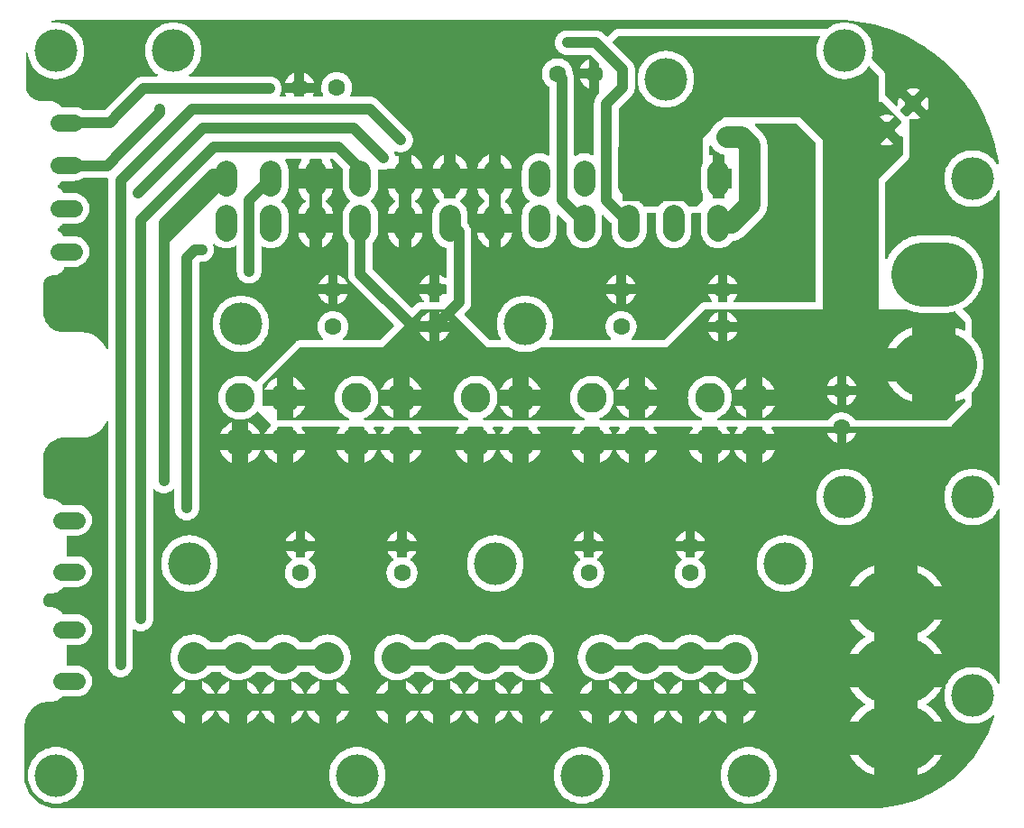
<source format=gbl>
G04 Layer: BottomLayer*
G04 EasyEDA v6.4.19.4, 2021-09-27T21:18:42+08:00*
G04 328f29077b91436ca96412054b8b6626,119f753a6ce64b8d841f2ad33262ab0c,10*
G04 Gerber Generator version 0.2*
G04 Scale: 100 percent, Rotated: No, Reflected: No *
G04 Dimensions in millimeters *
G04 leading zeros omitted , absolute positions ,4 integer and 5 decimal *
%FSLAX45Y45*%
%MOMM*%

%ADD12C,2.0000*%
%ADD13C,1.0000*%
%ADD14C,1.5000*%
%ADD15C,3.0000*%
%ADD17C,2.8000*%
%ADD19C,4.0000*%
%ADD20C,1.6000*%
%ADD21C,6.0000*%

%LPD*%
G36*
X6618833Y5860846D02*
G01*
X6615328Y5861913D01*
X6612381Y5864148D01*
X6610451Y5867349D01*
X6609740Y5870956D01*
X6609740Y5960668D01*
X6590538Y5960668D01*
X6586626Y5961430D01*
X6583324Y5963615D01*
X6581140Y5966917D01*
X6580378Y5970828D01*
X6580378Y6133185D01*
X6581140Y6137097D01*
X6583324Y6140399D01*
X6586626Y6142583D01*
X6590538Y6143345D01*
X6609740Y6143345D01*
X6609740Y6277152D01*
X6598920Y6272936D01*
X6595109Y6271056D01*
X6591147Y6269939D01*
X6587083Y6270548D01*
X6583578Y6272682D01*
X6581190Y6276035D01*
X6580378Y6280099D01*
X6580378Y6353708D01*
X6581343Y6358077D01*
X6584137Y6361582D01*
X6588150Y6363563D01*
X6592620Y6363614D01*
X6596684Y6361734D01*
X6599580Y6358331D01*
X6600596Y6356299D01*
X6609994Y6341770D01*
X6620916Y6328308D01*
X6633159Y6316116D01*
X6646570Y6305194D01*
X6661099Y6295796D01*
X6676491Y6287922D01*
X6692646Y6281724D01*
X6709359Y6277254D01*
X6713880Y6276543D01*
X6717284Y6275374D01*
X6720027Y6273139D01*
X6721856Y6270040D01*
X6722465Y6266535D01*
X6722465Y6143345D01*
X6784187Y6143345D01*
X6788099Y6142583D01*
X6791350Y6140399D01*
X6793585Y6137097D01*
X6794347Y6133185D01*
X6794347Y5970828D01*
X6793585Y5966917D01*
X6791350Y5963615D01*
X6788099Y5961430D01*
X6784187Y5960668D01*
X6722465Y5960668D01*
X6722465Y5870956D01*
X6721805Y5867349D01*
X6719874Y5864148D01*
X6716928Y5861913D01*
X6713372Y5860846D01*
X6709664Y5861151D01*
X6700469Y5863640D01*
X6683400Y5866333D01*
X6666128Y5867247D01*
X6648856Y5866333D01*
X6631736Y5863640D01*
X6622542Y5861151D01*
G37*

%LPD*%
G36*
X928827Y4447692D02*
G01*
X924966Y4448403D01*
X921664Y4450486D01*
X919378Y4453737D01*
X912215Y4469638D01*
X900633Y4490262D01*
X888796Y4507484D01*
X871931Y4527804D01*
X857148Y4542586D01*
X839012Y4557776D01*
X819607Y4571238D01*
X799033Y4582871D01*
X777443Y4592523D01*
X752449Y4600905D01*
X729386Y4606188D01*
X705967Y4609338D01*
X687476Y4610354D01*
X521512Y4610354D01*
X502666Y4611268D01*
X485292Y4613706D01*
X468223Y4617770D01*
X451561Y4623409D01*
X435508Y4630572D01*
X420166Y4639157D01*
X405688Y4649114D01*
X392226Y4660341D01*
X379831Y4672787D01*
X368655Y4686350D01*
X358749Y4700879D01*
X350215Y4716221D01*
X343154Y4732324D01*
X337616Y4748987D01*
X333654Y4766106D01*
X331266Y4783531D01*
X330454Y4801412D01*
X330454Y5053482D01*
X331419Y5066792D01*
X333756Y5078171D01*
X337566Y5089093D01*
X342747Y5099456D01*
X349250Y5109057D01*
X356971Y5117693D01*
X365709Y5125262D01*
X375412Y5131612D01*
X385826Y5136642D01*
X396798Y5140299D01*
X408228Y5142484D01*
X433222Y5144211D01*
X437489Y5144820D01*
X449326Y5147360D01*
X453390Y5148580D01*
X464718Y5152796D01*
X468579Y5154574D01*
X479196Y5160365D01*
X482752Y5162651D01*
X492455Y5169916D01*
X495655Y5172659D01*
X504240Y5181244D01*
X506984Y5184444D01*
X514248Y5194147D01*
X516534Y5197703D01*
X522274Y5208219D01*
X524967Y5214518D01*
X527202Y5217718D01*
X530453Y5219903D01*
X534314Y5220665D01*
X615797Y5220665D01*
X632358Y5221579D01*
X648411Y5224322D01*
X664057Y5228793D01*
X679094Y5235041D01*
X693369Y5242915D01*
X706678Y5252364D01*
X718820Y5263184D01*
X729640Y5275326D01*
X739089Y5288635D01*
X746963Y5302910D01*
X753211Y5317947D01*
X757682Y5333593D01*
X760425Y5349646D01*
X761339Y5365902D01*
X760425Y5382158D01*
X757682Y5398211D01*
X753211Y5413857D01*
X746963Y5428894D01*
X739089Y5443169D01*
X729640Y5456478D01*
X718820Y5468620D01*
X706678Y5479440D01*
X693369Y5488889D01*
X679094Y5496763D01*
X664057Y5503011D01*
X648411Y5507482D01*
X632358Y5510225D01*
X615797Y5511139D01*
X521208Y5511139D01*
X517651Y5511800D01*
X514604Y5513628D01*
X512318Y5516422D01*
X507390Y5524957D01*
X496519Y5539943D01*
X486359Y5551322D01*
X484022Y5553659D01*
X472744Y5563717D01*
X468172Y5567222D01*
X465683Y5569966D01*
X464362Y5573420D01*
X464362Y5577179D01*
X465683Y5580634D01*
X468172Y5583377D01*
X472744Y5586882D01*
X484022Y5596940D01*
X486359Y5599277D01*
X496519Y5610656D01*
X503783Y5620613D01*
X506069Y5622899D01*
X508914Y5624372D01*
X512064Y5624880D01*
X615797Y5624880D01*
X632358Y5625795D01*
X648411Y5628538D01*
X664057Y5633059D01*
X679094Y5639308D01*
X693369Y5647182D01*
X706678Y5656580D01*
X718820Y5667451D01*
X729640Y5679592D01*
X739089Y5692851D01*
X746963Y5707126D01*
X753211Y5722162D01*
X757682Y5737809D01*
X760425Y5753862D01*
X761339Y5770118D01*
X760425Y5786424D01*
X757682Y5802477D01*
X753211Y5818124D01*
X746963Y5833160D01*
X739089Y5847384D01*
X729640Y5860694D01*
X718820Y5872835D01*
X706678Y5883706D01*
X693369Y5893104D01*
X679094Y5900978D01*
X664057Y5907227D01*
X648411Y5911748D01*
X632358Y5914440D01*
X615797Y5915406D01*
X522427Y5915406D01*
X518871Y5916015D01*
X515772Y5917844D01*
X513537Y5920638D01*
X507390Y5931357D01*
X496519Y5946343D01*
X486359Y5957722D01*
X484022Y5960059D01*
X472744Y5970117D01*
X468172Y5973622D01*
X465683Y5976366D01*
X464362Y5979820D01*
X464362Y5983579D01*
X465683Y5987034D01*
X468172Y5989777D01*
X472744Y5993282D01*
X484022Y6003340D01*
X486359Y6005677D01*
X496519Y6017056D01*
X502259Y6024829D01*
X504494Y6027115D01*
X507390Y6028588D01*
X510540Y6029096D01*
X615797Y6029096D01*
X632358Y6030061D01*
X648411Y6032754D01*
X664057Y6037275D01*
X679094Y6043523D01*
X693369Y6051397D01*
X698550Y6055055D01*
X701344Y6056477D01*
X704443Y6056934D01*
X929386Y6056985D01*
X933551Y6056172D01*
X936955Y6053785D01*
X939139Y6050178D01*
X939698Y6046012D01*
X938885Y6035954D01*
X938834Y4457852D01*
X938072Y4453991D01*
X935939Y4450689D01*
X932687Y4448505D01*
G37*

%LPD*%
G36*
X2531465Y3784600D02*
G01*
X2527604Y3785362D01*
X2524302Y3787597D01*
X2522067Y3790848D01*
X2521305Y3794760D01*
X2521305Y3918305D01*
X2397760Y3918305D01*
X2393848Y3919067D01*
X2390597Y3921302D01*
X2388362Y3924604D01*
X2387600Y3928465D01*
X2387600Y4060850D01*
X2388362Y4064711D01*
X2390444Y4067860D01*
X2388412Y4070807D01*
X2387600Y4074769D01*
X2387600Y4110583D01*
X2388362Y4114495D01*
X2390597Y4117797D01*
X2740202Y4467402D01*
X2743504Y4469638D01*
X2747416Y4470400D01*
X3516884Y4470400D01*
X3518611Y4471111D01*
X3870502Y4823002D01*
X3873804Y4825238D01*
X3877716Y4826000D01*
X4135983Y4826000D01*
X4139895Y4825238D01*
X4143197Y4823002D01*
X4495088Y4471111D01*
X4496816Y4470400D01*
X4694478Y4470400D01*
X4697476Y4469942D01*
X4700168Y4468672D01*
X4712309Y4460443D01*
X4731969Y4449470D01*
X4752492Y4440174D01*
X4773726Y4432706D01*
X4795520Y4427016D01*
X4817719Y4423206D01*
X4840122Y4421276D01*
X4862677Y4421276D01*
X4885080Y4423206D01*
X4907280Y4427016D01*
X4929073Y4432706D01*
X4950307Y4440174D01*
X4970830Y4449470D01*
X4990490Y4460443D01*
X5002631Y4468672D01*
X5005324Y4469942D01*
X5008321Y4470400D01*
X6183884Y4470400D01*
X6185611Y4471111D01*
X6537502Y4823002D01*
X6540804Y4825238D01*
X6544716Y4826000D01*
X7645400Y4826000D01*
X7645400Y6412484D01*
X7644688Y6414211D01*
X7430211Y6628688D01*
X7428484Y6629400D01*
X6719316Y6629400D01*
X6717588Y6628688D01*
X6681673Y6592773D01*
X6678168Y6590487D01*
X6676491Y6589877D01*
X6661099Y6582003D01*
X6646570Y6572605D01*
X6633159Y6561683D01*
X6620916Y6549440D01*
X6609994Y6536029D01*
X6600596Y6521500D01*
X6592722Y6506108D01*
X6592112Y6504431D01*
X6589826Y6500926D01*
X6515811Y6426911D01*
X6515100Y6425184D01*
X6515100Y6190945D01*
X6514439Y6187287D01*
X6508953Y6173063D01*
X6504482Y6156350D01*
X6501790Y6139281D01*
X6500876Y6121755D01*
X6500876Y5982258D01*
X6501790Y5964732D01*
X6504482Y5947664D01*
X6508953Y5930950D01*
X6514439Y5916726D01*
X6515100Y5913069D01*
X6515100Y5846216D01*
X6514338Y5842304D01*
X6512102Y5839002D01*
X6467297Y5794197D01*
X6463995Y5791962D01*
X6460083Y5791200D01*
X6390436Y5791200D01*
X6387134Y5791758D01*
X6384188Y5793333D01*
X6381902Y5795822D01*
X6379768Y5799124D01*
X6368897Y5812536D01*
X6356654Y5824778D01*
X6345174Y5834126D01*
X6342380Y5837631D01*
X6341414Y5842000D01*
X6342380Y5846368D01*
X6345174Y5849874D01*
X6356654Y5859221D01*
X6368897Y5871464D01*
X6379768Y5884875D01*
X6389217Y5899404D01*
X6397040Y5914796D01*
X6403238Y5930950D01*
X6407708Y5947664D01*
X6409791Y5960668D01*
X6302451Y5960668D01*
X6302451Y5870956D01*
X6301790Y5867349D01*
X6299860Y5864148D01*
X6296914Y5861913D01*
X6293358Y5860846D01*
X6289649Y5861151D01*
X6280454Y5863640D01*
X6263386Y5866333D01*
X6246114Y5867247D01*
X6228842Y5866333D01*
X6211722Y5863640D01*
X6202527Y5861151D01*
X6198819Y5860846D01*
X6195314Y5861913D01*
X6192367Y5864148D01*
X6190437Y5867349D01*
X6189726Y5870956D01*
X6189726Y5960668D01*
X6082385Y5960668D01*
X6084468Y5947664D01*
X6088938Y5930950D01*
X6095136Y5914796D01*
X6103010Y5899404D01*
X6112408Y5884875D01*
X6123279Y5871464D01*
X6135522Y5859221D01*
X6147054Y5849874D01*
X6149797Y5846368D01*
X6150813Y5842000D01*
X6149797Y5837631D01*
X6147054Y5834126D01*
X6135522Y5824778D01*
X6123279Y5812536D01*
X6112408Y5799124D01*
X6110274Y5795822D01*
X6107988Y5793333D01*
X6105042Y5791758D01*
X6101740Y5791200D01*
X5970422Y5791200D01*
X5967120Y5791758D01*
X5964174Y5793333D01*
X5961938Y5795822D01*
X5959805Y5799124D01*
X5948883Y5812536D01*
X5936691Y5824778D01*
X5925159Y5834126D01*
X5922416Y5837631D01*
X5921400Y5842000D01*
X5922416Y5846368D01*
X5925159Y5849874D01*
X5936691Y5859221D01*
X5948883Y5871464D01*
X5959805Y5884875D01*
X5969203Y5899404D01*
X5977077Y5914796D01*
X5983274Y5930950D01*
X5987745Y5947664D01*
X5989777Y5960668D01*
X5882436Y5960668D01*
X5882436Y5870956D01*
X5881776Y5867349D01*
X5879846Y5864148D01*
X5876899Y5861913D01*
X5873343Y5860846D01*
X5869686Y5861151D01*
X5860440Y5863640D01*
X5843371Y5866333D01*
X5826099Y5867247D01*
X5808827Y5866333D01*
X5791758Y5863640D01*
X5782564Y5861151D01*
X5778855Y5860846D01*
X5775299Y5861913D01*
X5772353Y5864148D01*
X5770422Y5867349D01*
X5769762Y5870956D01*
X5769762Y5960668D01*
X5738825Y5960668D01*
X5734913Y5961430D01*
X5731611Y5963615D01*
X5729427Y5966917D01*
X5728665Y5970828D01*
X5728665Y6133185D01*
X5729427Y6137097D01*
X5731611Y6140399D01*
X5734913Y6142583D01*
X5738825Y6143345D01*
X5769762Y6143345D01*
X5769762Y6277152D01*
X5758891Y6272936D01*
X5743448Y6265062D01*
X5739434Y6263995D01*
X5735370Y6264554D01*
X5731865Y6266738D01*
X5729478Y6270091D01*
X5728665Y6274104D01*
X5728665Y6704431D01*
X5729427Y6708343D01*
X5731611Y6711645D01*
X5849721Y6829806D01*
X5856986Y6838289D01*
X5858967Y6840931D01*
X5866739Y6853123D01*
X5871616Y6863181D01*
X5872886Y6866229D01*
X5876493Y6876796D01*
X5877407Y6879996D01*
X5879642Y6890918D01*
X5880100Y6894220D01*
X5881014Y6905345D01*
X5881014Y7077354D01*
X5880100Y7088479D01*
X5879642Y7091781D01*
X5877407Y7102703D01*
X5876493Y7105903D01*
X5872886Y7116470D01*
X5871616Y7119518D01*
X5866739Y7129576D01*
X5858967Y7141768D01*
X5856986Y7144410D01*
X5849721Y7152894D01*
X5676696Y7326020D01*
X5674461Y7329322D01*
X5673699Y7333183D01*
X5674461Y7337094D01*
X5676696Y7340396D01*
X5724702Y7388402D01*
X5728004Y7390638D01*
X5731916Y7391400D01*
X7608011Y7391400D01*
X7612024Y7390587D01*
X7615428Y7388199D01*
X7617561Y7384694D01*
X7618171Y7380630D01*
X7617104Y7376668D01*
X7608316Y7359243D01*
X7599934Y7338364D01*
X7593330Y7316825D01*
X7588554Y7294829D01*
X7585709Y7272477D01*
X7584744Y7250023D01*
X7585709Y7227519D01*
X7588554Y7205167D01*
X7593330Y7183170D01*
X7599934Y7161631D01*
X7608316Y7140752D01*
X7618425Y7120636D01*
X7630261Y7101484D01*
X7643622Y7083348D01*
X7658506Y7066483D01*
X7674762Y7050887D01*
X7692288Y7036765D01*
X7710931Y7024116D01*
X7730591Y7013143D01*
X7751114Y7003897D01*
X7772349Y6996379D01*
X7794142Y6990689D01*
X7816291Y6986930D01*
X7838744Y6985000D01*
X7861249Y6985000D01*
X7883702Y6986930D01*
X7905902Y6990689D01*
X7927695Y6996379D01*
X7948879Y7003897D01*
X7969402Y7013143D01*
X7989062Y7024116D01*
X8007705Y7036765D01*
X8025231Y7050887D01*
X8041487Y7066483D01*
X8056372Y7083348D01*
X8070342Y7102348D01*
X8073593Y7105192D01*
X8077758Y7106462D01*
X8082025Y7105853D01*
X8085683Y7103516D01*
X8163102Y7026097D01*
X8165338Y7022795D01*
X8166100Y7018883D01*
X8166100Y6769100D01*
X8199983Y6769100D01*
X8203895Y6768338D01*
X8207197Y6766102D01*
X8320989Y6652310D01*
X8323173Y6649008D01*
X8323935Y6645249D01*
X8327694Y6644487D01*
X8330996Y6642303D01*
X8382203Y6591096D01*
X8384387Y6587794D01*
X8385149Y6583934D01*
X8384387Y6580022D01*
X8382203Y6576720D01*
X8311083Y6505651D01*
X8375548Y6441236D01*
X8377681Y6444132D01*
X8380984Y6446164D01*
X8384844Y6446774D01*
X8388603Y6445910D01*
X8391804Y6443726D01*
X8393938Y6440424D01*
X8394700Y6436614D01*
X8394700Y6278016D01*
X8393938Y6274104D01*
X8391702Y6270802D01*
X8166100Y6045200D01*
X8166100Y4826000D01*
X8428482Y4826000D01*
X8432495Y4825187D01*
X8456320Y4815078D01*
X8481568Y4806442D01*
X8507374Y4799685D01*
X8533638Y4794859D01*
X8560155Y4791913D01*
X8586978Y4790948D01*
X8786622Y4790948D01*
X8813444Y4791913D01*
X8839962Y4794859D01*
X8866225Y4799685D01*
X8880144Y4803343D01*
X8883650Y4803648D01*
X8887053Y4802682D01*
X8889898Y4800701D01*
X8975902Y4714697D01*
X8978138Y4711395D01*
X8978900Y4707483D01*
X8978900Y4633620D01*
X8978036Y4629556D01*
X8975699Y4626203D01*
X8972143Y4624019D01*
X8968079Y4623460D01*
X8964117Y4624578D01*
X8941816Y4636008D01*
X8917279Y4646422D01*
X8893149Y4654651D01*
X8893149Y4461662D01*
X8968740Y4461662D01*
X8972651Y4460900D01*
X8975902Y4458665D01*
X8978138Y4455363D01*
X8978900Y4451502D01*
X8978900Y4159097D01*
X8978138Y4155236D01*
X8975902Y4151934D01*
X8972651Y4149699D01*
X8968740Y4148937D01*
X8893149Y4148937D01*
X8893149Y3955948D01*
X8917279Y3964178D01*
X8941816Y3974592D01*
X8964117Y3986022D01*
X8968079Y3987139D01*
X8972143Y3986580D01*
X8975699Y3984396D01*
X8978036Y3981043D01*
X8978900Y3976979D01*
X8978900Y3953916D01*
X8978138Y3950004D01*
X8975902Y3946702D01*
X8816797Y3787597D01*
X8813495Y3785362D01*
X8809583Y3784600D01*
X7954213Y3784600D01*
X7951063Y3785108D01*
X7948218Y3786530D01*
X7945983Y3788816D01*
X7935620Y3803142D01*
X7924444Y3815334D01*
X7911896Y3826205D01*
X7898180Y3835552D01*
X7883550Y3843324D01*
X7868056Y3849319D01*
X7852054Y3853535D01*
X7835646Y3855872D01*
X7819034Y3856380D01*
X7802524Y3854958D01*
X7786268Y3851656D01*
X7770520Y3846525D01*
X7755432Y3839667D01*
X7741208Y3831082D01*
X7728102Y3820972D01*
X7716215Y3809390D01*
X7705699Y3796537D01*
X7701025Y3789273D01*
X7698740Y3786784D01*
X7695793Y3785158D01*
X7692491Y3784600D01*
X7084415Y3784600D01*
X7080554Y3785362D01*
X7077557Y3787343D01*
X7074611Y3785362D01*
X7070750Y3784600D01*
X6938365Y3784600D01*
X6934504Y3785362D01*
X6931609Y3787292D01*
X6928815Y3785412D01*
X6924903Y3784600D01*
X6664299Y3784600D01*
X6660438Y3785362D01*
X6657136Y3787546D01*
X6654952Y3790797D01*
X6654139Y3794658D01*
X6654850Y3798519D01*
X6657035Y3801821D01*
X6660235Y3804056D01*
X6675424Y3810660D01*
X6692747Y3820312D01*
X6709054Y3831590D01*
X6724192Y3844391D01*
X6738061Y3858564D01*
X6750507Y3874008D01*
X6761378Y3890619D01*
X6770573Y3908145D01*
X6778040Y3926535D01*
X6783730Y3945534D01*
X6787540Y3964990D01*
X6789420Y3984751D01*
X6789420Y4004564D01*
X6787540Y4024325D01*
X6783730Y4043781D01*
X6778040Y4062780D01*
X6770573Y4081170D01*
X6761378Y4098696D01*
X6750507Y4115308D01*
X6738061Y4130751D01*
X6724192Y4144924D01*
X6709054Y4157726D01*
X6692747Y4169003D01*
X6675424Y4178655D01*
X6657238Y4186580D01*
X6638340Y4192676D01*
X6618986Y4196943D01*
X6599326Y4199382D01*
X6579463Y4199839D01*
X6559702Y4198416D01*
X6540144Y4195064D01*
X6521043Y4189831D01*
X6502501Y4182821D01*
X6484721Y4174032D01*
X6467856Y4163568D01*
X6452108Y4151528D01*
X6437579Y4138015D01*
X6424422Y4123182D01*
X6412788Y4107129D01*
X6402730Y4090060D01*
X6394348Y4072077D01*
X6387795Y4053332D01*
X6383020Y4034078D01*
X6380175Y4014470D01*
X6379210Y3994658D01*
X6380175Y3974846D01*
X6383020Y3955237D01*
X6387795Y3935984D01*
X6394348Y3917238D01*
X6402730Y3899255D01*
X6412788Y3882186D01*
X6424422Y3866134D01*
X6437579Y3851300D01*
X6452108Y3837787D01*
X6467856Y3825748D01*
X6484721Y3815283D01*
X6502501Y3806494D01*
X6508394Y3804259D01*
X6511747Y3802126D01*
X6514084Y3798874D01*
X6514947Y3794912D01*
X6514185Y3791000D01*
X6512001Y3787648D01*
X6508699Y3785412D01*
X6504787Y3784600D01*
X5979515Y3784600D01*
X5975654Y3785362D01*
X5972657Y3787343D01*
X5969711Y3785362D01*
X5965850Y3784600D01*
X5833465Y3784600D01*
X5829604Y3785362D01*
X5826709Y3787292D01*
X5823915Y3785412D01*
X5820003Y3784600D01*
X5559399Y3784600D01*
X5555538Y3785362D01*
X5552236Y3787546D01*
X5550052Y3790797D01*
X5549239Y3794658D01*
X5549950Y3798519D01*
X5552135Y3801821D01*
X5555335Y3804056D01*
X5570524Y3810660D01*
X5587847Y3820312D01*
X5604154Y3831590D01*
X5619292Y3844391D01*
X5633161Y3858564D01*
X5645607Y3874008D01*
X5656478Y3890619D01*
X5665673Y3908145D01*
X5673140Y3926535D01*
X5678830Y3945534D01*
X5682640Y3964990D01*
X5684520Y3984751D01*
X5684520Y4004564D01*
X5682640Y4024325D01*
X5678830Y4043781D01*
X5673140Y4062780D01*
X5665673Y4081170D01*
X5656478Y4098696D01*
X5645607Y4115308D01*
X5633161Y4130751D01*
X5619292Y4144924D01*
X5604154Y4157726D01*
X5587847Y4169003D01*
X5570524Y4178655D01*
X5552338Y4186580D01*
X5533440Y4192676D01*
X5514086Y4196943D01*
X5494426Y4199382D01*
X5474563Y4199839D01*
X5454802Y4198416D01*
X5435244Y4195064D01*
X5416143Y4189831D01*
X5397601Y4182821D01*
X5379821Y4174032D01*
X5362956Y4163568D01*
X5347208Y4151528D01*
X5332679Y4138015D01*
X5319522Y4123182D01*
X5307888Y4107129D01*
X5297830Y4090060D01*
X5289448Y4072077D01*
X5282895Y4053332D01*
X5278120Y4034078D01*
X5275275Y4014470D01*
X5274310Y3994658D01*
X5275275Y3974846D01*
X5278120Y3955237D01*
X5282895Y3935984D01*
X5289448Y3917238D01*
X5297830Y3899255D01*
X5307888Y3882186D01*
X5319522Y3866134D01*
X5332679Y3851300D01*
X5347208Y3837787D01*
X5362956Y3825748D01*
X5379821Y3815283D01*
X5397601Y3806494D01*
X5403494Y3804259D01*
X5406847Y3802126D01*
X5409184Y3798874D01*
X5410047Y3794912D01*
X5409285Y3791000D01*
X5407101Y3787648D01*
X5403799Y3785412D01*
X5399887Y3784600D01*
X4887315Y3784600D01*
X4883454Y3785362D01*
X4880457Y3787343D01*
X4877511Y3785362D01*
X4873650Y3784600D01*
X4741265Y3784600D01*
X4737404Y3785362D01*
X4734509Y3787292D01*
X4731715Y3785412D01*
X4727803Y3784600D01*
X4467199Y3784600D01*
X4463338Y3785362D01*
X4460036Y3787546D01*
X4457852Y3790797D01*
X4457039Y3794658D01*
X4457750Y3798519D01*
X4459935Y3801821D01*
X4463135Y3804056D01*
X4478324Y3810660D01*
X4495647Y3820312D01*
X4511954Y3831590D01*
X4527092Y3844391D01*
X4540961Y3858564D01*
X4553407Y3874008D01*
X4564278Y3890619D01*
X4573473Y3908145D01*
X4580940Y3926535D01*
X4586630Y3945534D01*
X4590440Y3964990D01*
X4592320Y3984751D01*
X4592320Y4004564D01*
X4590440Y4024325D01*
X4586630Y4043781D01*
X4580940Y4062780D01*
X4573473Y4081170D01*
X4564278Y4098696D01*
X4553407Y4115308D01*
X4540961Y4130751D01*
X4527092Y4144924D01*
X4511954Y4157726D01*
X4495647Y4169003D01*
X4478324Y4178655D01*
X4460138Y4186580D01*
X4441240Y4192676D01*
X4421886Y4196943D01*
X4402226Y4199382D01*
X4382363Y4199839D01*
X4362602Y4198416D01*
X4343044Y4195064D01*
X4323943Y4189831D01*
X4305350Y4182821D01*
X4287621Y4174032D01*
X4270756Y4163568D01*
X4255008Y4151528D01*
X4240479Y4138015D01*
X4227322Y4123182D01*
X4215688Y4107129D01*
X4205630Y4090060D01*
X4197248Y4072077D01*
X4190695Y4053332D01*
X4185920Y4034078D01*
X4183075Y4014470D01*
X4182110Y3994658D01*
X4183075Y3974846D01*
X4185920Y3955237D01*
X4190695Y3935984D01*
X4197248Y3917238D01*
X4205630Y3899255D01*
X4215688Y3882186D01*
X4227322Y3866134D01*
X4240479Y3851300D01*
X4255008Y3837787D01*
X4270756Y3825748D01*
X4287621Y3815283D01*
X4305350Y3806494D01*
X4311294Y3804259D01*
X4314647Y3802126D01*
X4316984Y3798874D01*
X4317847Y3794912D01*
X4317085Y3791000D01*
X4314901Y3787648D01*
X4311599Y3785412D01*
X4307687Y3784600D01*
X3769715Y3784600D01*
X3765854Y3785362D01*
X3762857Y3787343D01*
X3759911Y3785362D01*
X3756050Y3784600D01*
X3623665Y3784600D01*
X3619804Y3785362D01*
X3616909Y3787292D01*
X3614115Y3785412D01*
X3610203Y3784600D01*
X3349599Y3784600D01*
X3345738Y3785362D01*
X3342436Y3787546D01*
X3340252Y3790797D01*
X3339439Y3794658D01*
X3340150Y3798519D01*
X3342335Y3801821D01*
X3345535Y3804056D01*
X3360724Y3810660D01*
X3378047Y3820312D01*
X3394354Y3831590D01*
X3409492Y3844391D01*
X3423361Y3858564D01*
X3435807Y3874008D01*
X3446627Y3890619D01*
X3455873Y3908145D01*
X3463340Y3926535D01*
X3469030Y3945534D01*
X3472840Y3964990D01*
X3474720Y3984751D01*
X3474720Y4004564D01*
X3472840Y4024325D01*
X3469030Y4043781D01*
X3463340Y4062780D01*
X3455873Y4081170D01*
X3446627Y4098696D01*
X3435807Y4115308D01*
X3423361Y4130751D01*
X3409492Y4144924D01*
X3394354Y4157726D01*
X3378047Y4169003D01*
X3360724Y4178655D01*
X3342538Y4186580D01*
X3323640Y4192676D01*
X3304286Y4196943D01*
X3284626Y4199382D01*
X3264763Y4199839D01*
X3245002Y4198416D01*
X3225444Y4195064D01*
X3206343Y4189831D01*
X3187750Y4182821D01*
X3170021Y4174032D01*
X3153156Y4163568D01*
X3137408Y4151528D01*
X3122879Y4138015D01*
X3109722Y4123182D01*
X3098088Y4107129D01*
X3088030Y4090060D01*
X3079648Y4072077D01*
X3073095Y4053332D01*
X3068320Y4034078D01*
X3065475Y4014470D01*
X3064510Y3994658D01*
X3065475Y3974846D01*
X3068320Y3955237D01*
X3073095Y3935984D01*
X3079648Y3917238D01*
X3088030Y3899255D01*
X3098088Y3882186D01*
X3109722Y3866134D01*
X3122879Y3851300D01*
X3137408Y3837787D01*
X3153156Y3825748D01*
X3170021Y3815283D01*
X3187750Y3806494D01*
X3193694Y3804259D01*
X3197047Y3802126D01*
X3199384Y3798874D01*
X3200247Y3794912D01*
X3199485Y3791000D01*
X3197301Y3787648D01*
X3193999Y3785412D01*
X3190087Y3784600D01*
X2677515Y3784600D01*
X2673654Y3785362D01*
X2670657Y3787343D01*
X2667711Y3785362D01*
X2663850Y3784600D01*
G37*

%LPC*%
G36*
X4046829Y4707229D02*
G01*
X4137914Y4707229D01*
X4134256Y4717440D01*
X4126941Y4732324D01*
X4118000Y4746244D01*
X4107484Y4759096D01*
X4095597Y4770628D01*
X4082491Y4780788D01*
X4068267Y4789322D01*
X4053179Y4796231D01*
X4046829Y4798263D01*
G37*
G36*
X6751929Y4707229D02*
G01*
X6843014Y4707229D01*
X6839356Y4717440D01*
X6832041Y4732324D01*
X6823100Y4746244D01*
X6812584Y4759096D01*
X6800697Y4770678D01*
X6787591Y4780788D01*
X6773367Y4789373D01*
X6758279Y4796231D01*
X6751929Y4798314D01*
G37*
G36*
X4046829Y4523486D02*
G01*
X4053179Y4525568D01*
X4068267Y4532426D01*
X4082491Y4541012D01*
X4095597Y4551121D01*
X4107484Y4562703D01*
X4118000Y4575505D01*
X4126941Y4589475D01*
X4134256Y4604359D01*
X4137914Y4614519D01*
X4046829Y4614519D01*
G37*
G36*
X6751929Y4523486D02*
G01*
X6758279Y4525568D01*
X6773367Y4532426D01*
X6787591Y4541012D01*
X6800697Y4551121D01*
X6812584Y4562703D01*
X6823100Y4575556D01*
X6832041Y4589475D01*
X6839356Y4604359D01*
X6843014Y4614570D01*
X6751929Y4614570D01*
G37*
G36*
X6659270Y4523333D02*
G01*
X6659270Y4614570D01*
X6568084Y4614570D01*
X6568795Y4612081D01*
X6575247Y4596841D01*
X6583425Y4582363D01*
X6593179Y4568952D01*
X6604355Y4556760D01*
X6616903Y4545888D01*
X6630619Y4536541D01*
X6645249Y4528769D01*
G37*
G36*
X3954170Y4523333D02*
G01*
X3954170Y4614519D01*
X3862984Y4614519D01*
X3863695Y4612081D01*
X3870147Y4596790D01*
X3878326Y4582363D01*
X3888079Y4568952D01*
X3899255Y4556709D01*
X3911803Y4545888D01*
X3925519Y4536490D01*
X3940149Y4528769D01*
G37*
G36*
X8256981Y4461662D02*
G01*
X8480450Y4461662D01*
X8480450Y4654651D01*
X8456320Y4646422D01*
X8431784Y4636008D01*
X8408060Y4623816D01*
X8385251Y4609896D01*
X8363559Y4594402D01*
X8343087Y4577334D01*
X8323834Y4558792D01*
X8306053Y4538929D01*
X8289747Y4517796D01*
X8275015Y4495546D01*
X8261959Y4472330D01*
G37*
G36*
X3862984Y4707229D02*
G01*
X3954170Y4707229D01*
X3954170Y4798415D01*
X3940149Y4792980D01*
X3925519Y4785258D01*
X3911803Y4775911D01*
X3899255Y4765040D01*
X3888079Y4752797D01*
X3878326Y4739386D01*
X3870147Y4724958D01*
X3863695Y4709668D01*
G37*
G36*
X7869529Y4107535D02*
G01*
X7960715Y4107535D01*
X7960004Y4110024D01*
X7953552Y4125264D01*
X7945374Y4139742D01*
X7935620Y4153154D01*
X7924444Y4165346D01*
X7911896Y4176217D01*
X7898180Y4185564D01*
X7883550Y4193336D01*
X7869529Y4198772D01*
G37*
G36*
X7685786Y4107535D02*
G01*
X7776870Y4107535D01*
X7776870Y4198620D01*
X7770520Y4196537D01*
X7755432Y4189679D01*
X7741208Y4181094D01*
X7728102Y4170984D01*
X7716215Y4159402D01*
X7705699Y4146550D01*
X7696758Y4132630D01*
X7689443Y4117746D01*
G37*
G36*
X2407107Y4071010D02*
G01*
X2521305Y4071010D01*
X2521305Y4184954D01*
X2515666Y4182821D01*
X2497937Y4174032D01*
X2481072Y4163568D01*
X2465324Y4151528D01*
X2450795Y4138015D01*
X2437638Y4123182D01*
X2426004Y4107129D01*
X2415946Y4090060D01*
G37*
G36*
X5709208Y4071010D02*
G01*
X5823305Y4071010D01*
X5823305Y4184954D01*
X5817666Y4182821D01*
X5799937Y4174032D01*
X5783072Y4163568D01*
X5767324Y4151528D01*
X5752795Y4138015D01*
X5739638Y4123182D01*
X5728004Y4107129D01*
X5717946Y4090060D01*
G37*
G36*
X6814108Y4071010D02*
G01*
X6928205Y4071010D01*
X6928205Y4184954D01*
X6922566Y4182821D01*
X6904837Y4174032D01*
X6887972Y4163568D01*
X6872224Y4151528D01*
X6857695Y4138015D01*
X6844538Y4123182D01*
X6832904Y4107129D01*
X6822846Y4090060D01*
G37*
G36*
X3499408Y4071010D02*
G01*
X3613505Y4071010D01*
X3613505Y4184954D01*
X3607866Y4182821D01*
X3590137Y4174032D01*
X3573272Y4163568D01*
X3557524Y4151528D01*
X3542995Y4138015D01*
X3529837Y4123182D01*
X3518204Y4107129D01*
X3508146Y4090060D01*
G37*
G36*
X4617008Y4071010D02*
G01*
X4731105Y4071010D01*
X4731105Y4184954D01*
X4725466Y4182821D01*
X4707737Y4174032D01*
X4690872Y4163568D01*
X4675124Y4151528D01*
X4660595Y4138015D01*
X4647438Y4123182D01*
X4635804Y4107129D01*
X4625746Y4090060D01*
G37*
G36*
X5976010Y4071010D02*
G01*
X6089904Y4071010D01*
X6085789Y4081170D01*
X6076594Y4098696D01*
X6065723Y4115308D01*
X6053277Y4130751D01*
X6039408Y4144924D01*
X6024270Y4157726D01*
X6007963Y4169003D01*
X5990640Y4178655D01*
X5976010Y4185005D01*
G37*
G36*
X4883810Y4071010D02*
G01*
X4997704Y4071010D01*
X4993589Y4081170D01*
X4984394Y4098696D01*
X4973523Y4115308D01*
X4961077Y4130751D01*
X4947208Y4144924D01*
X4932070Y4157726D01*
X4915763Y4169003D01*
X4898440Y4178655D01*
X4883810Y4185005D01*
G37*
G36*
X3766210Y4071010D02*
G01*
X3880104Y4071010D01*
X3875989Y4081170D01*
X3866743Y4098696D01*
X3855923Y4115308D01*
X3843477Y4130751D01*
X3829608Y4144924D01*
X3814470Y4157726D01*
X3798163Y4169003D01*
X3780840Y4178655D01*
X3766210Y4185005D01*
G37*
G36*
X7080910Y4071010D02*
G01*
X7194803Y4071010D01*
X7190689Y4081170D01*
X7181494Y4098696D01*
X7170623Y4115308D01*
X7158177Y4130751D01*
X7144308Y4144924D01*
X7129170Y4157726D01*
X7112863Y4169003D01*
X7095540Y4178655D01*
X7080910Y4185005D01*
G37*
G36*
X2674010Y4071010D02*
G01*
X2787904Y4071010D01*
X2783789Y4081170D01*
X2774543Y4098696D01*
X2763723Y4115308D01*
X2751277Y4130751D01*
X2737408Y4144924D01*
X2722270Y4157726D01*
X2705963Y4169003D01*
X2688640Y4178655D01*
X2674010Y4185005D01*
G37*
G36*
X6568084Y4707229D02*
G01*
X6659270Y4707229D01*
X6659270Y4798466D01*
X6645249Y4793030D01*
X6630619Y4785258D01*
X6616903Y4775911D01*
X6604355Y4765040D01*
X6593179Y4752848D01*
X6583425Y4739436D01*
X6575247Y4724958D01*
X6568795Y4709718D01*
G37*
G36*
X7776870Y3923792D02*
G01*
X7776870Y4014876D01*
X7685786Y4014876D01*
X7689443Y4004665D01*
X7696758Y3989781D01*
X7705699Y3975862D01*
X7716215Y3963009D01*
X7728102Y3951427D01*
X7741208Y3941318D01*
X7755432Y3932732D01*
X7770520Y3925874D01*
G37*
G36*
X7869529Y3923639D02*
G01*
X7883550Y3929075D01*
X7898180Y3936847D01*
X7911896Y3946194D01*
X7924444Y3957065D01*
X7935620Y3969258D01*
X7945374Y3982669D01*
X7953552Y3997147D01*
X7960004Y4012387D01*
X7960715Y4014876D01*
X7869529Y4014876D01*
G37*
G36*
X7080910Y3804310D02*
G01*
X7095540Y3810660D01*
X7112863Y3820312D01*
X7129170Y3831590D01*
X7144308Y3844391D01*
X7158177Y3858564D01*
X7170623Y3874008D01*
X7181494Y3890619D01*
X7190689Y3908145D01*
X7194803Y3918305D01*
X7080910Y3918305D01*
G37*
G36*
X3613505Y3804361D02*
G01*
X3613505Y3918305D01*
X3499408Y3918305D01*
X3508146Y3899255D01*
X3518204Y3882186D01*
X3529837Y3866134D01*
X3542995Y3851300D01*
X3557524Y3837787D01*
X3573272Y3825748D01*
X3590137Y3815283D01*
X3607866Y3806494D01*
G37*
G36*
X5823305Y3804361D02*
G01*
X5823305Y3918305D01*
X5709208Y3918305D01*
X5717946Y3899255D01*
X5728004Y3882186D01*
X5739638Y3866134D01*
X5752795Y3851300D01*
X5767324Y3837787D01*
X5783072Y3825748D01*
X5799937Y3815283D01*
X5817717Y3806494D01*
G37*
G36*
X6928205Y3804361D02*
G01*
X6928205Y3918305D01*
X6814108Y3918305D01*
X6822846Y3899255D01*
X6832904Y3882186D01*
X6844538Y3866134D01*
X6857695Y3851300D01*
X6872224Y3837787D01*
X6887972Y3825748D01*
X6904837Y3815283D01*
X6922617Y3806494D01*
G37*
G36*
X4731105Y3804361D02*
G01*
X4731105Y3918305D01*
X4617008Y3918305D01*
X4625746Y3899255D01*
X4635804Y3882186D01*
X4647438Y3866134D01*
X4660595Y3851300D01*
X4675124Y3837787D01*
X4690872Y3825748D01*
X4707737Y3815283D01*
X4725517Y3806494D01*
G37*
G36*
X2674010Y3804310D02*
G01*
X2688640Y3810660D01*
X2705963Y3820312D01*
X2722270Y3831590D01*
X2737408Y3844391D01*
X2751277Y3858564D01*
X2763723Y3874008D01*
X2774543Y3890619D01*
X2783789Y3908145D01*
X2787904Y3918305D01*
X2674010Y3918305D01*
G37*
G36*
X6082385Y6143345D02*
G01*
X6189726Y6143345D01*
X6189726Y6277152D01*
X6178905Y6272936D01*
X6163462Y6265113D01*
X6148984Y6255664D01*
X6135522Y6244793D01*
X6123279Y6232550D01*
X6112408Y6219139D01*
X6103010Y6204610D01*
X6095136Y6189218D01*
X6088938Y6173063D01*
X6084468Y6156350D01*
G37*
G36*
X5882436Y6143345D02*
G01*
X5989777Y6143345D01*
X5987745Y6156350D01*
X5983274Y6173063D01*
X5977077Y6189218D01*
X5969203Y6204610D01*
X5959805Y6219139D01*
X5948883Y6232550D01*
X5936691Y6244793D01*
X5923229Y6255664D01*
X5908751Y6265113D01*
X5893308Y6272936D01*
X5882436Y6277152D01*
G37*
G36*
X6302451Y6143345D02*
G01*
X6409791Y6143345D01*
X6407708Y6156350D01*
X6403238Y6173063D01*
X6397040Y6189218D01*
X6389217Y6204610D01*
X6379768Y6219139D01*
X6368897Y6232550D01*
X6356654Y6244793D01*
X6343243Y6255664D01*
X6328714Y6265113D01*
X6313322Y6272936D01*
X6302451Y6277152D01*
G37*
G36*
X8251748Y6360566D02*
G01*
X8268258Y6362192D01*
X8284464Y6365748D01*
X8300161Y6371082D01*
X8309965Y6375704D01*
X8245551Y6440119D01*
X8181187Y6375704D01*
X8187131Y6372707D01*
X8202625Y6366916D01*
X8218728Y6362903D01*
X8235188Y6360769D01*
G37*
G36*
X8166100Y6491732D02*
G01*
X8180019Y6505651D01*
X8166100Y6519570D01*
G37*
G36*
X8245551Y6571183D02*
G01*
X8310118Y6635750D01*
X8296300Y6641744D01*
X8280450Y6646621D01*
X8264144Y6649669D01*
X8247634Y6650888D01*
X8231073Y6650177D01*
X8214664Y6647586D01*
X8198713Y6643116D01*
X8183321Y6636867D01*
X8181086Y6635648D01*
G37*
G36*
X3766210Y3804310D02*
G01*
X3780840Y3810660D01*
X3798163Y3820312D01*
X3814470Y3831590D01*
X3829608Y3844391D01*
X3843477Y3858564D01*
X3855923Y3874008D01*
X3866743Y3890619D01*
X3875989Y3908145D01*
X3880104Y3918305D01*
X3766210Y3918305D01*
G37*
G36*
X6160922Y6719976D02*
G01*
X6183477Y6719976D01*
X6205880Y6721906D01*
X6228080Y6725716D01*
X6249873Y6731406D01*
X6271107Y6738874D01*
X6291630Y6748170D01*
X6311290Y6759143D01*
X6329934Y6771741D01*
X6347460Y6785864D01*
X6363716Y6801459D01*
X6378549Y6818375D01*
X6391960Y6836460D01*
X6403746Y6855663D01*
X6413906Y6875729D01*
X6422288Y6896658D01*
X6428892Y6918147D01*
X6433616Y6940194D01*
X6436512Y6962495D01*
X6437426Y6985000D01*
X6436512Y7007504D01*
X6433616Y7029805D01*
X6428892Y7051852D01*
X6422288Y7073341D01*
X6413906Y7094270D01*
X6403746Y7114336D01*
X6391960Y7133539D01*
X6378549Y7151624D01*
X6363716Y7168540D01*
X6347460Y7184085D01*
X6329934Y7198258D01*
X6311290Y7210856D01*
X6291630Y7221829D01*
X6271107Y7231125D01*
X6249873Y7238593D01*
X6228080Y7244283D01*
X6205880Y7248093D01*
X6183477Y7250023D01*
X6160922Y7250023D01*
X6138519Y7248093D01*
X6116320Y7244283D01*
X6094526Y7238593D01*
X6073292Y7231125D01*
X6052769Y7221829D01*
X6033109Y7210856D01*
X6014466Y7198258D01*
X5996940Y7184085D01*
X5980684Y7168540D01*
X5965850Y7151624D01*
X5952439Y7133539D01*
X5940653Y7114336D01*
X5930493Y7094270D01*
X5922111Y7073341D01*
X5915507Y7051852D01*
X5910783Y7029805D01*
X5907938Y7007504D01*
X5906973Y6985000D01*
X5907938Y6962495D01*
X5910783Y6940194D01*
X5915507Y6918147D01*
X5922111Y6896658D01*
X5930493Y6875729D01*
X5940653Y6855663D01*
X5952439Y6836460D01*
X5965850Y6818375D01*
X5980684Y6801459D01*
X5996940Y6785864D01*
X6014466Y6771741D01*
X6033109Y6759143D01*
X6052769Y6748170D01*
X6073292Y6738874D01*
X6094526Y6731406D01*
X6116320Y6725716D01*
X6138519Y6721906D01*
G37*
G36*
X5976010Y3804310D02*
G01*
X5990640Y3810660D01*
X6007963Y3820312D01*
X6024270Y3831590D01*
X6039408Y3844391D01*
X6053277Y3858564D01*
X6065723Y3874008D01*
X6076594Y3890619D01*
X6085789Y3908145D01*
X6089904Y3918305D01*
X5976010Y3918305D01*
G37*
G36*
X4883810Y3804310D02*
G01*
X4898440Y3810660D01*
X4915763Y3820312D01*
X4932070Y3831590D01*
X4947208Y3844391D01*
X4961077Y3858564D01*
X4973523Y3874008D01*
X4984394Y3890619D01*
X4993589Y3908145D01*
X4997704Y3918305D01*
X4883810Y3918305D01*
G37*
G36*
X8480450Y3955948D02*
G01*
X8480450Y4148937D01*
X8256981Y4148937D01*
X8261959Y4138269D01*
X8275015Y4115054D01*
X8289747Y4092803D01*
X8306053Y4071670D01*
X8323834Y4051808D01*
X8343087Y4033265D01*
X8363559Y4016197D01*
X8385251Y4000703D01*
X8408060Y3986784D01*
X8431784Y3974592D01*
X8456320Y3964178D01*
G37*

%LPD*%
G36*
X457860Y139954D02*
G01*
X432917Y140970D01*
X409194Y143814D01*
X385724Y148488D01*
X362712Y154990D01*
X340309Y163322D01*
X318617Y173380D01*
X297738Y185064D01*
X277876Y198374D01*
X259130Y213207D01*
X241604Y229463D01*
X225399Y247040D01*
X210616Y265836D01*
X197358Y285750D01*
X185674Y306628D01*
X175717Y328320D01*
X167487Y350774D01*
X160985Y373786D01*
X156362Y397256D01*
X153619Y421030D01*
X152654Y445160D01*
X152654Y835863D01*
X153416Y842670D01*
X153416Y902157D01*
X154381Y923848D01*
X157175Y944626D01*
X161747Y965047D01*
X168097Y985062D01*
X176174Y1004366D01*
X185877Y1022959D01*
X197154Y1040637D01*
X209956Y1057198D01*
X224129Y1072642D01*
X239623Y1086764D01*
X256286Y1099515D01*
X273964Y1110742D01*
X292557Y1120394D01*
X311962Y1128369D01*
X331927Y1134618D01*
X352399Y1139139D01*
X373227Y1141831D01*
X394462Y1142746D01*
X406095Y1142746D01*
X422757Y1143762D01*
X426567Y1144270D01*
X440740Y1147064D01*
X444449Y1148080D01*
X458165Y1152753D01*
X461721Y1154226D01*
X474675Y1160576D01*
X478028Y1162507D01*
X490016Y1170533D01*
X493064Y1172921D01*
X503935Y1182420D01*
X506780Y1185265D01*
X510082Y1187450D01*
X513994Y1188262D01*
X641197Y1188262D01*
X657758Y1189177D01*
X673811Y1191920D01*
X689457Y1196390D01*
X704494Y1202639D01*
X718769Y1210513D01*
X732078Y1219962D01*
X744220Y1230782D01*
X755040Y1242923D01*
X764489Y1256233D01*
X772363Y1270508D01*
X778611Y1285544D01*
X783082Y1301191D01*
X785825Y1317244D01*
X786739Y1333500D01*
X785825Y1349756D01*
X783082Y1365808D01*
X778611Y1381455D01*
X772363Y1396492D01*
X764489Y1410766D01*
X755040Y1424076D01*
X744220Y1436217D01*
X732078Y1447038D01*
X718769Y1456486D01*
X704494Y1464360D01*
X689457Y1470609D01*
X673811Y1475079D01*
X657758Y1477822D01*
X641197Y1478737D01*
X556514Y1478737D01*
X552602Y1479550D01*
X549351Y1481734D01*
X547116Y1485036D01*
X546354Y1488897D01*
X546354Y1660702D01*
X547116Y1664563D01*
X549351Y1667865D01*
X552602Y1670050D01*
X556514Y1670862D01*
X641197Y1670862D01*
X657758Y1671777D01*
X673811Y1674520D01*
X689457Y1678990D01*
X704494Y1685239D01*
X718769Y1693113D01*
X732078Y1702562D01*
X744220Y1713382D01*
X755040Y1725523D01*
X764489Y1738833D01*
X772363Y1753107D01*
X778611Y1768144D01*
X783082Y1783791D01*
X785825Y1799843D01*
X786739Y1816100D01*
X785825Y1832356D01*
X783082Y1848408D01*
X778611Y1864055D01*
X772363Y1879092D01*
X764489Y1893366D01*
X755040Y1906676D01*
X744220Y1918817D01*
X732078Y1929638D01*
X718769Y1939086D01*
X704494Y1946960D01*
X689457Y1953209D01*
X673811Y1957679D01*
X657758Y1960422D01*
X641197Y1961337D01*
X521716Y1961337D01*
X518617Y1961845D01*
X515823Y1963216D01*
X513588Y1965401D01*
X509117Y1971344D01*
X499059Y1982622D01*
X496722Y1984959D01*
X485343Y1995119D01*
X470357Y2005990D01*
X454202Y2015134D01*
X451256Y2016556D01*
X437134Y2022398D01*
X434035Y2023465D01*
X419404Y2027682D01*
X416153Y2028443D01*
X401167Y2030984D01*
X397865Y2031339D01*
X382524Y2032203D01*
X372313Y2033117D01*
X364642Y2035098D01*
X357428Y2038248D01*
X350723Y2042464D01*
X344779Y2047697D01*
X339750Y2053793D01*
X335737Y2060600D01*
X332790Y2067966D01*
X331063Y2075688D01*
X330454Y2084171D01*
X330504Y2094992D01*
X331317Y2105202D01*
X333349Y2113991D01*
X336550Y2122373D01*
X340969Y2130247D01*
X346456Y2137410D01*
X352907Y2143709D01*
X360172Y2148992D01*
X368147Y2153208D01*
X376631Y2156256D01*
X385419Y2158085D01*
X394919Y2158746D01*
X406095Y2158746D01*
X422757Y2159762D01*
X426567Y2160270D01*
X440740Y2163064D01*
X444449Y2164080D01*
X458165Y2168753D01*
X461721Y2170226D01*
X474675Y2176576D01*
X478028Y2178507D01*
X490016Y2186533D01*
X493064Y2188921D01*
X503935Y2198420D01*
X506679Y2201164D01*
X516940Y2212949D01*
X519176Y2215134D01*
X521919Y2216454D01*
X525018Y2216962D01*
X641197Y2216962D01*
X657758Y2217877D01*
X673811Y2220620D01*
X689457Y2225090D01*
X704494Y2231339D01*
X718769Y2239213D01*
X732078Y2248662D01*
X744220Y2259482D01*
X755040Y2271623D01*
X764489Y2284933D01*
X772363Y2299208D01*
X778611Y2314244D01*
X783082Y2329891D01*
X785825Y2345944D01*
X786739Y2362200D01*
X785825Y2378456D01*
X783082Y2394508D01*
X778611Y2410155D01*
X772363Y2425192D01*
X764489Y2439466D01*
X755040Y2452776D01*
X744220Y2464917D01*
X732078Y2475738D01*
X718769Y2485186D01*
X704494Y2493060D01*
X689457Y2499309D01*
X673811Y2503779D01*
X657758Y2506522D01*
X641197Y2507437D01*
X556514Y2507437D01*
X552602Y2508250D01*
X549351Y2510434D01*
X547116Y2513736D01*
X546354Y2517597D01*
X546354Y2689402D01*
X547116Y2693263D01*
X549351Y2696565D01*
X552602Y2698750D01*
X556514Y2699562D01*
X641197Y2699562D01*
X657758Y2700477D01*
X673811Y2703220D01*
X689457Y2707690D01*
X704494Y2713939D01*
X718769Y2721813D01*
X732078Y2731262D01*
X744220Y2742082D01*
X755040Y2754223D01*
X764489Y2767533D01*
X772363Y2781808D01*
X778611Y2796844D01*
X783082Y2812491D01*
X785825Y2828544D01*
X786739Y2844800D01*
X785825Y2861056D01*
X783082Y2877108D01*
X778611Y2892755D01*
X772363Y2907792D01*
X764489Y2922066D01*
X755040Y2935376D01*
X744220Y2947517D01*
X732078Y2958338D01*
X718769Y2967786D01*
X704494Y2975660D01*
X689457Y2981909D01*
X673811Y2986379D01*
X657758Y2989122D01*
X641197Y2990037D01*
X511251Y2990037D01*
X507085Y2990951D01*
X503682Y2993440D01*
X496722Y3000959D01*
X485343Y3011119D01*
X470357Y3021990D01*
X454202Y3031134D01*
X451256Y3032556D01*
X437134Y3038398D01*
X434035Y3039465D01*
X419404Y3043682D01*
X416153Y3044444D01*
X401167Y3046984D01*
X397865Y3047339D01*
X382524Y3048203D01*
X372313Y3049117D01*
X364642Y3051098D01*
X357428Y3054248D01*
X350723Y3058464D01*
X344779Y3063697D01*
X339750Y3069793D01*
X335737Y3076600D01*
X332790Y3083966D01*
X331063Y3091688D01*
X330454Y3100171D01*
X330454Y3428187D01*
X331368Y3447034D01*
X333806Y3464407D01*
X337870Y3481476D01*
X343509Y3498138D01*
X350672Y3514191D01*
X359257Y3529533D01*
X369214Y3544011D01*
X380441Y3557473D01*
X392887Y3569868D01*
X406450Y3581044D01*
X420979Y3590950D01*
X436321Y3599484D01*
X452424Y3606546D01*
X469087Y3612083D01*
X486206Y3616045D01*
X503631Y3618433D01*
X521512Y3619246D01*
X676046Y3619246D01*
X694588Y3619398D01*
X718566Y3620617D01*
X740968Y3623868D01*
X760425Y3628440D01*
X784504Y3636518D01*
X805180Y3645814D01*
X824941Y3656939D01*
X843534Y3669842D01*
X858926Y3682593D01*
X875030Y3698544D01*
X889609Y3715918D01*
X903986Y3736848D01*
X914908Y3756710D01*
X919378Y3766921D01*
X921664Y3770172D01*
X924966Y3772255D01*
X928827Y3772966D01*
X932687Y3772154D01*
X935939Y3769969D01*
X938072Y3766667D01*
X938834Y3762806D01*
X938834Y1486204D01*
X939800Y1471472D01*
X942492Y1457248D01*
X946962Y1443482D01*
X953109Y1430375D01*
X960882Y1418183D01*
X970076Y1407007D01*
X980643Y1397101D01*
X992378Y1388618D01*
X1005027Y1381658D01*
X1018489Y1376324D01*
X1032510Y1372717D01*
X1046886Y1370888D01*
X1061313Y1370888D01*
X1075690Y1372717D01*
X1089710Y1376324D01*
X1103172Y1381658D01*
X1115822Y1388618D01*
X1127556Y1397101D01*
X1138123Y1407007D01*
X1147318Y1418183D01*
X1155090Y1430375D01*
X1161237Y1443482D01*
X1165707Y1457248D01*
X1168400Y1471472D01*
X1169365Y1486204D01*
X1169365Y1810664D01*
X1170228Y1814728D01*
X1172667Y1818132D01*
X1176274Y1820265D01*
X1180388Y1820773D01*
X1184402Y1819554D01*
X1195527Y1813458D01*
X1208989Y1808124D01*
X1223010Y1804517D01*
X1237386Y1802688D01*
X1251813Y1802688D01*
X1266190Y1804517D01*
X1280210Y1808124D01*
X1293672Y1813458D01*
X1306322Y1820418D01*
X1318056Y1828901D01*
X1328623Y1838807D01*
X1337818Y1849983D01*
X1345590Y1862175D01*
X1351737Y1875282D01*
X1356207Y1889048D01*
X1358900Y1903272D01*
X1359865Y1918004D01*
X1359865Y3126384D01*
X1360627Y3130194D01*
X1362760Y3133496D01*
X1365961Y3135680D01*
X1369822Y3136544D01*
X1373632Y3135833D01*
X1376984Y3133801D01*
X1387043Y3124301D01*
X1398778Y3115818D01*
X1411427Y3108858D01*
X1424889Y3103524D01*
X1438910Y3099917D01*
X1453286Y3098088D01*
X1467713Y3098088D01*
X1482090Y3099917D01*
X1496110Y3103524D01*
X1509572Y3108858D01*
X1522222Y3115818D01*
X1533956Y3124301D01*
X1544015Y3133801D01*
X1547368Y3135833D01*
X1551178Y3136544D01*
X1555038Y3135680D01*
X1558239Y3133496D01*
X1560372Y3130194D01*
X1561134Y3126384D01*
X1561134Y2959404D01*
X1562100Y2944672D01*
X1564792Y2930448D01*
X1569262Y2916682D01*
X1575409Y2903575D01*
X1583182Y2891383D01*
X1592376Y2880207D01*
X1602943Y2870301D01*
X1614678Y2861818D01*
X1627327Y2854858D01*
X1640789Y2849524D01*
X1654810Y2845917D01*
X1669186Y2844088D01*
X1683613Y2844088D01*
X1697989Y2845917D01*
X1712010Y2849524D01*
X1725472Y2854858D01*
X1738122Y2861818D01*
X1749856Y2870301D01*
X1760423Y2880207D01*
X1769618Y2891383D01*
X1777390Y2903575D01*
X1783537Y2916682D01*
X1788007Y2930448D01*
X1790700Y2944672D01*
X1791665Y2959404D01*
X1791665Y5256631D01*
X1792427Y5260543D01*
X1794611Y5263845D01*
X1797354Y5266588D01*
X1800656Y5268772D01*
X1804568Y5269534D01*
X1815947Y5269534D01*
X1823313Y5269788D01*
X1830527Y5270449D01*
X1837689Y5271617D01*
X1844751Y5273192D01*
X1851710Y5275173D01*
X1858518Y5277662D01*
X1865172Y5280507D01*
X1871624Y5283809D01*
X1877872Y5287518D01*
X1883816Y5291582D01*
X1889556Y5296001D01*
X1894992Y5300776D01*
X1900123Y5305907D01*
X1904898Y5311343D01*
X1909318Y5317083D01*
X1913382Y5323027D01*
X1917090Y5329275D01*
X1920392Y5335727D01*
X1923237Y5342382D01*
X1925726Y5349189D01*
X1927707Y5356148D01*
X1929282Y5363210D01*
X1930450Y5370372D01*
X1931111Y5377586D01*
X1931365Y5384800D01*
X1931111Y5392013D01*
X1930450Y5399227D01*
X1929282Y5406390D01*
X1927707Y5413451D01*
X1925726Y5420410D01*
X1924456Y5423916D01*
X1923897Y5428234D01*
X1925167Y5432399D01*
X1928114Y5435650D01*
X1932127Y5437378D01*
X1936496Y5437225D01*
X1940407Y5435244D01*
X1948992Y5428335D01*
X1963470Y5418886D01*
X1978914Y5411063D01*
X1995068Y5404866D01*
X2011730Y5400344D01*
X2028850Y5397652D01*
X2046122Y5396738D01*
X2063394Y5397652D01*
X2080463Y5400344D01*
X2097176Y5404866D01*
X2113330Y5411063D01*
X2128723Y5418886D01*
X2133701Y5421020D01*
X2138019Y5420715D01*
X2141829Y5418683D01*
X2144420Y5415229D01*
X2145334Y5410962D01*
X2145334Y5181904D01*
X2146300Y5167172D01*
X2148992Y5152948D01*
X2153462Y5139182D01*
X2159609Y5126075D01*
X2167382Y5113883D01*
X2176576Y5102707D01*
X2187143Y5092801D01*
X2198878Y5084318D01*
X2211527Y5077358D01*
X2224989Y5072024D01*
X2239010Y5068417D01*
X2253386Y5066588D01*
X2267813Y5066588D01*
X2282190Y5068417D01*
X2296210Y5072024D01*
X2309672Y5077358D01*
X2322322Y5084318D01*
X2334056Y5092801D01*
X2344623Y5102707D01*
X2353818Y5113883D01*
X2361590Y5126075D01*
X2367737Y5139182D01*
X2372207Y5152948D01*
X2374900Y5167172D01*
X2375865Y5181904D01*
X2375865Y5406186D01*
X2376678Y5410250D01*
X2379065Y5413603D01*
X2382570Y5415737D01*
X2386634Y5416346D01*
X2390648Y5415229D01*
X2398877Y5411063D01*
X2415032Y5404866D01*
X2431745Y5400344D01*
X2448814Y5397652D01*
X2466086Y5396738D01*
X2483358Y5397652D01*
X2500426Y5400344D01*
X2517140Y5404866D01*
X2533294Y5411063D01*
X2548737Y5418886D01*
X2563215Y5428335D01*
X2576677Y5439206D01*
X2588869Y5451449D01*
X2599791Y5464860D01*
X2609189Y5479389D01*
X2617063Y5494782D01*
X2623261Y5510936D01*
X2627731Y5527649D01*
X2630424Y5544718D01*
X2631338Y5562244D01*
X2631338Y5701741D01*
X2630424Y5719267D01*
X2627731Y5736336D01*
X2623261Y5753049D01*
X2617063Y5769203D01*
X2609189Y5784596D01*
X2599791Y5799124D01*
X2588869Y5812536D01*
X2576677Y5824778D01*
X2565146Y5834126D01*
X2562402Y5837631D01*
X2561386Y5842000D01*
X2562402Y5846368D01*
X2565146Y5849874D01*
X2576677Y5859221D01*
X2588869Y5871464D01*
X2599791Y5884875D01*
X2609189Y5899404D01*
X2617063Y5914796D01*
X2623261Y5930950D01*
X2627731Y5947664D01*
X2630424Y5964732D01*
X2631338Y5982258D01*
X2631338Y6121755D01*
X2630424Y6139281D01*
X2627731Y6156350D01*
X2623261Y6173063D01*
X2617063Y6189218D01*
X2609189Y6204610D01*
X2599842Y6219037D01*
X2598318Y6223101D01*
X2598572Y6227419D01*
X2600655Y6231229D01*
X2604109Y6233820D01*
X2608326Y6234734D01*
X2743860Y6234734D01*
X2748076Y6233820D01*
X2751531Y6231229D01*
X2753614Y6227419D01*
X2753918Y6223101D01*
X2752394Y6219037D01*
X2742996Y6204610D01*
X2735173Y6189218D01*
X2728976Y6173063D01*
X2724505Y6156350D01*
X2722422Y6143345D01*
X2829763Y6143345D01*
X2829763Y6224574D01*
X2830525Y6228486D01*
X2832709Y6231788D01*
X2836011Y6233972D01*
X2839923Y6234734D01*
X2932277Y6234734D01*
X2936189Y6233972D01*
X2939491Y6231788D01*
X2941675Y6228486D01*
X2942437Y6224574D01*
X2942437Y6143345D01*
X3049778Y6143345D01*
X3047746Y6156350D01*
X3043275Y6173063D01*
X3037078Y6189218D01*
X3029204Y6204610D01*
X3019856Y6219037D01*
X3018332Y6223101D01*
X3018586Y6227419D01*
X3020669Y6231229D01*
X3024124Y6233820D01*
X3028340Y6234734D01*
X3046831Y6234734D01*
X3050743Y6233972D01*
X3054045Y6231788D01*
X3138779Y6147003D01*
X3141116Y6143447D01*
X3141776Y6139281D01*
X3140862Y6121755D01*
X3140862Y5982258D01*
X3141776Y5964732D01*
X3144469Y5947664D01*
X3148939Y5930950D01*
X3155137Y5914796D01*
X3163011Y5899404D01*
X3172409Y5884875D01*
X3183280Y5871464D01*
X3195523Y5859221D01*
X3207054Y5849874D01*
X3209798Y5846368D01*
X3210814Y5842000D01*
X3209798Y5837631D01*
X3207054Y5834126D01*
X3195523Y5824778D01*
X3183280Y5812536D01*
X3172409Y5799124D01*
X3163011Y5784596D01*
X3155137Y5769203D01*
X3148939Y5753049D01*
X3144469Y5736336D01*
X3141776Y5719267D01*
X3140862Y5701741D01*
X3140862Y5562244D01*
X3141776Y5544718D01*
X3144469Y5527649D01*
X3148939Y5510936D01*
X3155137Y5494782D01*
X3163011Y5479389D01*
X3172409Y5464860D01*
X3183280Y5451449D01*
X3187852Y5446877D01*
X3190087Y5443575D01*
X3190849Y5439664D01*
X3190900Y5148630D01*
X3191764Y5137505D01*
X3192221Y5134254D01*
X3194507Y5123281D01*
X3195370Y5120081D01*
X3198977Y5109514D01*
X3200247Y5106466D01*
X3205175Y5096459D01*
X3206800Y5093563D01*
X3212947Y5084216D01*
X3214928Y5081574D01*
X3222193Y5073091D01*
X3618026Y4677156D01*
X3620211Y4673904D01*
X3621024Y4669993D01*
X3620211Y4666081D01*
X3618026Y4662830D01*
X3493871Y4538624D01*
X3490569Y4536440D01*
X3486658Y4535627D01*
X3152241Y4535627D01*
X3148330Y4536440D01*
X3145028Y4538675D01*
X3142792Y4541977D01*
X3142081Y4545888D01*
X3142894Y4549800D01*
X3145129Y4553102D01*
X3154984Y4562703D01*
X3165500Y4575505D01*
X3174441Y4589475D01*
X3181756Y4604359D01*
X3187344Y4619955D01*
X3191103Y4636109D01*
X3192983Y4652568D01*
X3192983Y4669180D01*
X3191103Y4685639D01*
X3187344Y4701794D01*
X3181756Y4717440D01*
X3174441Y4732324D01*
X3165500Y4746244D01*
X3154984Y4759096D01*
X3143097Y4770628D01*
X3129991Y4780788D01*
X3115767Y4789322D01*
X3100679Y4796231D01*
X3084931Y4801362D01*
X3068675Y4804664D01*
X3052165Y4806086D01*
X3035554Y4805578D01*
X3019145Y4803241D01*
X3003143Y4799025D01*
X2987649Y4792980D01*
X2973019Y4785258D01*
X2959303Y4775911D01*
X2946755Y4765040D01*
X2935579Y4752797D01*
X2925826Y4739386D01*
X2917647Y4724958D01*
X2911195Y4709668D01*
X2906522Y4693767D01*
X2903728Y4677460D01*
X2902762Y4660900D01*
X2903728Y4644339D01*
X2906522Y4627981D01*
X2911195Y4612081D01*
X2917647Y4596790D01*
X2925826Y4582363D01*
X2935579Y4568952D01*
X2946755Y4556709D01*
X2950514Y4553508D01*
X2953004Y4550257D01*
X2954020Y4546295D01*
X2953410Y4542282D01*
X2951226Y4538776D01*
X2947873Y4536490D01*
X2943860Y4535627D01*
X2743606Y4535627D01*
X2732989Y4534814D01*
X2723032Y4532426D01*
X2713583Y4528515D01*
X2704846Y4523181D01*
X2696768Y4516272D01*
X2341727Y4161231D01*
X2334818Y4153154D01*
X2331720Y4148074D01*
X2328722Y4144924D01*
X2324709Y4143349D01*
X2320340Y4143603D01*
X2316530Y4145635D01*
X2302154Y4157726D01*
X2285847Y4169003D01*
X2268524Y4178655D01*
X2250338Y4186580D01*
X2231440Y4192676D01*
X2212086Y4196943D01*
X2192426Y4199382D01*
X2172563Y4199839D01*
X2152802Y4198416D01*
X2133244Y4195064D01*
X2114143Y4189831D01*
X2095550Y4182821D01*
X2077821Y4174032D01*
X2060956Y4163568D01*
X2045207Y4151528D01*
X2030679Y4138015D01*
X2017522Y4123182D01*
X2005888Y4107129D01*
X1995830Y4090060D01*
X1987448Y4072077D01*
X1980895Y4053332D01*
X1976120Y4034078D01*
X1973275Y4014470D01*
X1972310Y3994658D01*
X1973275Y3974846D01*
X1976120Y3955237D01*
X1980895Y3935984D01*
X1987448Y3917238D01*
X1995830Y3899255D01*
X2005888Y3882186D01*
X2017522Y3866134D01*
X2030679Y3851300D01*
X2045207Y3837787D01*
X2060956Y3825748D01*
X2077821Y3815283D01*
X2095550Y3806494D01*
X2114143Y3799484D01*
X2133244Y3794251D01*
X2152802Y3790899D01*
X2172563Y3789476D01*
X2192426Y3789934D01*
X2212086Y3792372D01*
X2231440Y3796639D01*
X2250338Y3802735D01*
X2268524Y3810660D01*
X2285847Y3820312D01*
X2302154Y3831590D01*
X2317292Y3844391D01*
X2331161Y3858564D01*
X2335022Y3861917D01*
X2339086Y3863035D01*
X2343302Y3862374D01*
X2346858Y3860088D01*
X2463139Y3743756D01*
X2465374Y3740404D01*
X2466136Y3736390D01*
X2465222Y3732428D01*
X2462885Y3729126D01*
X2450795Y3717899D01*
X2437638Y3703065D01*
X2426004Y3687013D01*
X2415946Y3669944D01*
X2407208Y3650894D01*
X2521305Y3650894D01*
X2521305Y3709162D01*
X2522067Y3713073D01*
X2524302Y3716375D01*
X2527604Y3718560D01*
X2531465Y3719322D01*
X2663850Y3719322D01*
X2667711Y3718560D01*
X2671013Y3716375D01*
X2673248Y3713073D01*
X2674010Y3709162D01*
X2674010Y3650894D01*
X2787904Y3650894D01*
X2783789Y3661054D01*
X2774543Y3678580D01*
X2763723Y3695192D01*
X2757576Y3702812D01*
X2755798Y3706164D01*
X2755341Y3709924D01*
X2756306Y3713581D01*
X2758541Y3716629D01*
X2761742Y3718661D01*
X2765501Y3719322D01*
X3101594Y3719322D01*
X3105962Y3718356D01*
X3109468Y3715664D01*
X3111449Y3711701D01*
X3111601Y3707282D01*
X3109823Y3703218D01*
X3098088Y3687013D01*
X3088030Y3669944D01*
X3079292Y3650894D01*
X3193389Y3650894D01*
X3193389Y3709162D01*
X3194151Y3713073D01*
X3196386Y3716375D01*
X3199688Y3718560D01*
X3203549Y3719322D01*
X3335934Y3719322D01*
X3339795Y3718560D01*
X3343097Y3716375D01*
X3345332Y3713073D01*
X3346094Y3709162D01*
X3346094Y3650894D01*
X3459987Y3650894D01*
X3455873Y3661054D01*
X3446627Y3678580D01*
X3435807Y3695192D01*
X3429660Y3702812D01*
X3427882Y3706164D01*
X3427425Y3709924D01*
X3428390Y3713581D01*
X3430625Y3716629D01*
X3433826Y3718661D01*
X3437585Y3719322D01*
X3521710Y3719322D01*
X3526078Y3718356D01*
X3529584Y3715664D01*
X3531565Y3711701D01*
X3531717Y3707282D01*
X3529939Y3703218D01*
X3518204Y3687013D01*
X3508146Y3669944D01*
X3499408Y3650894D01*
X3613505Y3650894D01*
X3613505Y3709162D01*
X3614267Y3713073D01*
X3616502Y3716375D01*
X3619804Y3718560D01*
X3623665Y3719322D01*
X3756050Y3719322D01*
X3759911Y3718560D01*
X3763213Y3716375D01*
X3765448Y3713073D01*
X3766210Y3709162D01*
X3766210Y3650894D01*
X3880104Y3650894D01*
X3875989Y3661054D01*
X3866743Y3678580D01*
X3855923Y3695192D01*
X3849776Y3702812D01*
X3847998Y3706164D01*
X3847541Y3709924D01*
X3848506Y3713581D01*
X3850741Y3716629D01*
X3853942Y3718661D01*
X3857701Y3719322D01*
X4219194Y3719322D01*
X4223562Y3718356D01*
X4227068Y3715664D01*
X4229049Y3711701D01*
X4229201Y3707282D01*
X4227423Y3703218D01*
X4215688Y3687013D01*
X4205630Y3669944D01*
X4196892Y3650894D01*
X4310989Y3650894D01*
X4310989Y3709162D01*
X4311751Y3713073D01*
X4313986Y3716375D01*
X4317288Y3718560D01*
X4321149Y3719322D01*
X4453534Y3719322D01*
X4457395Y3718560D01*
X4460697Y3716375D01*
X4462932Y3713073D01*
X4463694Y3709162D01*
X4463694Y3650894D01*
X4577588Y3650894D01*
X4573473Y3661054D01*
X4564278Y3678580D01*
X4553407Y3695192D01*
X4547260Y3702812D01*
X4545482Y3706164D01*
X4545025Y3709924D01*
X4545990Y3713581D01*
X4548225Y3716629D01*
X4551426Y3718661D01*
X4555185Y3719322D01*
X4639310Y3719322D01*
X4643678Y3718356D01*
X4647184Y3715664D01*
X4649165Y3711701D01*
X4649317Y3707282D01*
X4647539Y3703218D01*
X4635804Y3687013D01*
X4625746Y3669944D01*
X4617008Y3650894D01*
X4731105Y3650894D01*
X4731105Y3709162D01*
X4731867Y3713073D01*
X4734102Y3716375D01*
X4737404Y3718560D01*
X4741265Y3719322D01*
X4873650Y3719322D01*
X4877511Y3718560D01*
X4880813Y3716375D01*
X4883048Y3713073D01*
X4883810Y3709162D01*
X4883810Y3650894D01*
X4997704Y3650894D01*
X4993589Y3661054D01*
X4984394Y3678580D01*
X4973523Y3695192D01*
X4967376Y3702812D01*
X4965598Y3706164D01*
X4965141Y3709924D01*
X4966106Y3713581D01*
X4968341Y3716629D01*
X4971542Y3718661D01*
X4975301Y3719322D01*
X5311394Y3719322D01*
X5315762Y3718356D01*
X5319268Y3715664D01*
X5321249Y3711701D01*
X5321401Y3707282D01*
X5319623Y3703218D01*
X5307888Y3687013D01*
X5297830Y3669944D01*
X5289092Y3650894D01*
X5403189Y3650894D01*
X5403189Y3709162D01*
X5403951Y3713073D01*
X5406186Y3716375D01*
X5409488Y3718560D01*
X5413349Y3719322D01*
X5545734Y3719322D01*
X5549595Y3718560D01*
X5552897Y3716375D01*
X5555132Y3713073D01*
X5555894Y3709162D01*
X5555894Y3650894D01*
X5669788Y3650894D01*
X5665673Y3661054D01*
X5656478Y3678580D01*
X5645607Y3695192D01*
X5639460Y3702812D01*
X5637682Y3706164D01*
X5637225Y3709924D01*
X5638190Y3713581D01*
X5640425Y3716629D01*
X5643626Y3718661D01*
X5647385Y3719322D01*
X5731510Y3719322D01*
X5735878Y3718356D01*
X5739384Y3715664D01*
X5741365Y3711701D01*
X5741517Y3707282D01*
X5739739Y3703218D01*
X5728004Y3687013D01*
X5717946Y3669944D01*
X5709208Y3650894D01*
X5823305Y3650894D01*
X5823305Y3709162D01*
X5824067Y3713073D01*
X5826302Y3716375D01*
X5829604Y3718560D01*
X5833465Y3719322D01*
X5965850Y3719322D01*
X5969711Y3718560D01*
X5973013Y3716375D01*
X5975248Y3713073D01*
X5976010Y3709162D01*
X5976010Y3650894D01*
X6089904Y3650894D01*
X6085789Y3661054D01*
X6076594Y3678580D01*
X6065723Y3695192D01*
X6059576Y3702812D01*
X6057798Y3706164D01*
X6057341Y3709924D01*
X6058306Y3713581D01*
X6060541Y3716629D01*
X6063742Y3718661D01*
X6067501Y3719322D01*
X6416294Y3719322D01*
X6420662Y3718356D01*
X6424168Y3715664D01*
X6426149Y3711701D01*
X6426301Y3707282D01*
X6424523Y3703218D01*
X6412788Y3687013D01*
X6402730Y3669944D01*
X6393992Y3650894D01*
X6508089Y3650894D01*
X6508089Y3709162D01*
X6508851Y3713073D01*
X6511086Y3716375D01*
X6514388Y3718560D01*
X6518249Y3719322D01*
X6650634Y3719322D01*
X6654495Y3718560D01*
X6657797Y3716375D01*
X6660032Y3713073D01*
X6660794Y3709162D01*
X6660794Y3650894D01*
X6774688Y3650894D01*
X6770573Y3661054D01*
X6761378Y3678580D01*
X6750507Y3695192D01*
X6744360Y3702812D01*
X6742582Y3706164D01*
X6742125Y3709924D01*
X6743090Y3713581D01*
X6745325Y3716629D01*
X6748525Y3718661D01*
X6752285Y3719322D01*
X6836409Y3719322D01*
X6840778Y3718356D01*
X6844284Y3715664D01*
X6846265Y3711701D01*
X6846417Y3707282D01*
X6844639Y3703218D01*
X6832904Y3687013D01*
X6822846Y3669944D01*
X6814108Y3650894D01*
X6928205Y3650894D01*
X6928205Y3709162D01*
X6928967Y3713073D01*
X6931202Y3716375D01*
X6934504Y3718560D01*
X6938365Y3719322D01*
X7070750Y3719322D01*
X7074611Y3718560D01*
X7077913Y3716375D01*
X7080148Y3713073D01*
X7080910Y3709162D01*
X7080910Y3650894D01*
X7194803Y3650894D01*
X7190689Y3661054D01*
X7181494Y3678580D01*
X7170623Y3695192D01*
X7164476Y3702812D01*
X7162698Y3706164D01*
X7162241Y3709924D01*
X7163206Y3713581D01*
X7165441Y3716629D01*
X7168642Y3718661D01*
X7172401Y3719322D01*
X8813393Y3719322D01*
X8824010Y3720185D01*
X8833967Y3722573D01*
X8843416Y3726484D01*
X8852154Y3731818D01*
X8860231Y3738727D01*
X9024772Y3903268D01*
X9031681Y3911346D01*
X9037015Y3920083D01*
X9040926Y3929532D01*
X9043314Y3939489D01*
X9044178Y3950106D01*
X9044178Y4042105D01*
X9044940Y4046067D01*
X9047276Y4049420D01*
X9049766Y4051808D01*
X9067546Y4071670D01*
X9083852Y4092803D01*
X9098584Y4115054D01*
X9111640Y4138269D01*
X9122968Y4162450D01*
X9132468Y4187393D01*
X9140190Y4212894D01*
X9145981Y4238955D01*
X9149842Y4265371D01*
X9151823Y4291939D01*
X9151823Y4318660D01*
X9149842Y4345228D01*
X9145981Y4371644D01*
X9140190Y4397705D01*
X9132468Y4423206D01*
X9122968Y4448149D01*
X9111640Y4472330D01*
X9098584Y4495546D01*
X9083852Y4517796D01*
X9067546Y4538929D01*
X9049766Y4558792D01*
X9047276Y4561179D01*
X9044940Y4564532D01*
X9044178Y4568494D01*
X9044178Y4711293D01*
X9043314Y4721910D01*
X9040926Y4731867D01*
X9037015Y4741316D01*
X9031681Y4750054D01*
X9024772Y4758131D01*
X8961983Y4820920D01*
X8959799Y4824069D01*
X8958986Y4827778D01*
X8959596Y4831537D01*
X8961526Y4834788D01*
X8965539Y4837684D01*
X8988348Y4851603D01*
X9010040Y4867097D01*
X9030512Y4884166D01*
X9049766Y4902708D01*
X9067546Y4922570D01*
X9083852Y4943703D01*
X9098584Y4965954D01*
X9111640Y4989169D01*
X9122968Y5013350D01*
X9132468Y5038293D01*
X9140190Y5063794D01*
X9145981Y5089855D01*
X9149842Y5116271D01*
X9151823Y5142839D01*
X9151823Y5169560D01*
X9149842Y5196128D01*
X9145981Y5222544D01*
X9140190Y5248605D01*
X9132468Y5274106D01*
X9122968Y5299049D01*
X9111640Y5323230D01*
X9098584Y5346446D01*
X9083852Y5368696D01*
X9067546Y5389829D01*
X9049766Y5409692D01*
X9030512Y5428234D01*
X9010040Y5445302D01*
X8988348Y5460796D01*
X8965539Y5474716D01*
X8941816Y5486908D01*
X8917279Y5497322D01*
X8892032Y5505958D01*
X8866225Y5512714D01*
X8839962Y5517540D01*
X8813444Y5520486D01*
X8786622Y5521452D01*
X8586978Y5521452D01*
X8560155Y5520486D01*
X8533638Y5517540D01*
X8507374Y5512714D01*
X8481568Y5505958D01*
X8456320Y5497322D01*
X8431784Y5486908D01*
X8408060Y5474716D01*
X8385251Y5460796D01*
X8363559Y5445302D01*
X8343087Y5428234D01*
X8323834Y5409692D01*
X8306053Y5389829D01*
X8289747Y5368696D01*
X8275015Y5346446D01*
X8261959Y5323230D01*
X8250732Y5299202D01*
X8248396Y5296052D01*
X8245094Y5293969D01*
X8241233Y5293360D01*
X8237423Y5294172D01*
X8234222Y5296408D01*
X8232089Y5299659D01*
X8231378Y5303520D01*
X8231378Y6013958D01*
X8232140Y6017869D01*
X8234324Y6021171D01*
X8440572Y6227368D01*
X8447481Y6235446D01*
X8452815Y6244183D01*
X8456726Y6253632D01*
X8459114Y6263589D01*
X8459978Y6274206D01*
X8459978Y6578193D01*
X8459114Y6588810D01*
X8456980Y6597700D01*
X8456828Y6601612D01*
X8458149Y6605270D01*
X8460740Y6608216D01*
X8464245Y6609892D01*
X8468156Y6610146D01*
X8482685Y6608267D01*
X8499246Y6608064D01*
X8515756Y6609689D01*
X8531961Y6613245D01*
X8547658Y6618579D01*
X8557463Y6623202D01*
X8493048Y6687616D01*
X8442706Y6637274D01*
X8439404Y6635038D01*
X8435492Y6634276D01*
X8431631Y6635038D01*
X8428329Y6637274D01*
X8377174Y6688429D01*
X8374938Y6691731D01*
X8374176Y6695592D01*
X8374938Y6699503D01*
X8377174Y6702806D01*
X8427516Y6753148D01*
X8363051Y6817614D01*
X8361832Y6815378D01*
X8355584Y6799986D01*
X8351113Y6784035D01*
X8348522Y6767626D01*
X8347811Y6751066D01*
X8348472Y6742379D01*
X8347913Y6738315D01*
X8345830Y6734809D01*
X8342528Y6732371D01*
X8338566Y6731457D01*
X8334552Y6732219D01*
X8331149Y6734454D01*
X8250631Y6814972D01*
X8242553Y6821881D01*
X8236203Y6825742D01*
X8233613Y6828028D01*
X8231936Y6831025D01*
X8231378Y6834428D01*
X8231378Y7022693D01*
X8230514Y7033310D01*
X8228126Y7043267D01*
X8224215Y7052716D01*
X8218881Y7061453D01*
X8211972Y7069531D01*
X8109051Y7172452D01*
X8106968Y7175449D01*
X8106105Y7178954D01*
X8106664Y7183170D01*
X8111439Y7205167D01*
X8114284Y7227519D01*
X8115249Y7250023D01*
X8114284Y7272477D01*
X8111439Y7294829D01*
X8106664Y7316825D01*
X8100110Y7338364D01*
X8091678Y7359243D01*
X8081568Y7379360D01*
X8069783Y7398512D01*
X8056372Y7416647D01*
X8041487Y7433513D01*
X8025231Y7449108D01*
X8007705Y7463231D01*
X7989062Y7475880D01*
X7969402Y7486853D01*
X7948879Y7496098D01*
X7927695Y7503617D01*
X7905902Y7509306D01*
X7883702Y7513116D01*
X7861249Y7514996D01*
X7838744Y7514996D01*
X7816291Y7513116D01*
X7794142Y7509306D01*
X7772349Y7503617D01*
X7751114Y7496098D01*
X7730591Y7486853D01*
X7710931Y7475880D01*
X7692288Y7463231D01*
X7686903Y7458913D01*
X7683906Y7457236D01*
X7680502Y7456627D01*
X5728106Y7456627D01*
X5717489Y7455814D01*
X5707532Y7453426D01*
X5698083Y7449515D01*
X5689346Y7444181D01*
X5681268Y7437272D01*
X5630519Y7386523D01*
X5627268Y7384338D01*
X5623356Y7383525D01*
X5619445Y7384338D01*
X5616194Y7386523D01*
X5593334Y7409332D01*
X5585256Y7416698D01*
X5579516Y7421118D01*
X5573572Y7425181D01*
X5567324Y7428890D01*
X5560872Y7432192D01*
X5554218Y7435037D01*
X5547410Y7437526D01*
X5540451Y7439507D01*
X5533390Y7441082D01*
X5526227Y7442250D01*
X5519013Y7442911D01*
X5511647Y7443165D01*
X5245252Y7443165D01*
X5237886Y7442911D01*
X5230672Y7442250D01*
X5223510Y7441082D01*
X5216448Y7439507D01*
X5209489Y7437526D01*
X5202682Y7435037D01*
X5196027Y7432192D01*
X5189575Y7428890D01*
X5183327Y7425181D01*
X5177383Y7421118D01*
X5171643Y7416698D01*
X5166207Y7411923D01*
X5161076Y7406792D01*
X5156301Y7401356D01*
X5151882Y7395616D01*
X5147818Y7389672D01*
X5144109Y7383424D01*
X5140807Y7376972D01*
X5137962Y7370318D01*
X5135473Y7363510D01*
X5133492Y7356551D01*
X5131917Y7349490D01*
X5130749Y7342327D01*
X5130088Y7335113D01*
X5129834Y7327900D01*
X5130088Y7320686D01*
X5130749Y7313472D01*
X5131917Y7306309D01*
X5133492Y7299248D01*
X5135473Y7292289D01*
X5137962Y7285481D01*
X5140807Y7278827D01*
X5144109Y7272375D01*
X5147818Y7266127D01*
X5151882Y7260183D01*
X5156301Y7254443D01*
X5161076Y7249007D01*
X5166207Y7243876D01*
X5171643Y7239101D01*
X5177383Y7234681D01*
X5183327Y7230618D01*
X5189575Y7226909D01*
X5196027Y7223607D01*
X5202682Y7220762D01*
X5209489Y7218273D01*
X5216448Y7216292D01*
X5223510Y7214717D01*
X5230672Y7213549D01*
X5237886Y7212888D01*
X5245252Y7212634D01*
X5459831Y7212634D01*
X5463743Y7211872D01*
X5467045Y7209688D01*
X5545175Y7131558D01*
X5547360Y7128256D01*
X5548172Y7124344D01*
X5548172Y6858355D01*
X5547360Y6854494D01*
X5545175Y6851192D01*
X5529478Y6835343D01*
X5522214Y6826910D01*
X5520232Y6824268D01*
X5512460Y6812076D01*
X5507583Y6802018D01*
X5506313Y6798970D01*
X5502706Y6788403D01*
X5501792Y6785203D01*
X5499557Y6774281D01*
X5499100Y6770979D01*
X5498185Y6759854D01*
X5498134Y6276898D01*
X5497322Y6272834D01*
X5494934Y6269482D01*
X5491429Y6267297D01*
X5487365Y6266738D01*
X5483352Y6267805D01*
X5473293Y6272936D01*
X5457139Y6279134D01*
X5440426Y6283655D01*
X5423357Y6286347D01*
X5406085Y6287262D01*
X5388813Y6286347D01*
X5371744Y6283655D01*
X5355031Y6279134D01*
X5338876Y6272936D01*
X5324348Y6265519D01*
X5320334Y6264452D01*
X5316270Y6265011D01*
X5312765Y6267196D01*
X5310378Y6270548D01*
X5309565Y6274612D01*
X5309514Y6997344D01*
X5308600Y7008469D01*
X5308142Y7011720D01*
X5305907Y7022693D01*
X5304993Y7025894D01*
X5301437Y7036257D01*
X5298440Y7042810D01*
X5297525Y7046468D01*
X5297220Y7051751D01*
X5294426Y7068108D01*
X5289753Y7084009D01*
X5283301Y7099300D01*
X5275122Y7113727D01*
X5265369Y7127138D01*
X5254142Y7139381D01*
X5241645Y7150252D01*
X5227929Y7159599D01*
X5213299Y7167321D01*
X5197805Y7173366D01*
X5181803Y7177582D01*
X5165394Y7179919D01*
X5148783Y7180376D01*
X5132273Y7178954D01*
X5116017Y7175703D01*
X5100269Y7170572D01*
X5085181Y7163663D01*
X5070957Y7155129D01*
X5057851Y7144969D01*
X5045964Y7133437D01*
X5035448Y7120585D01*
X5026507Y7106615D01*
X5019141Y7091781D01*
X5013604Y7076135D01*
X5009845Y7059980D01*
X5007965Y7043521D01*
X5007965Y7026909D01*
X5009845Y7010450D01*
X5013604Y6994296D01*
X5019141Y6978700D01*
X5026507Y6963816D01*
X5035448Y6949846D01*
X5045964Y6936994D01*
X5057851Y6925462D01*
X5070957Y6915353D01*
X5074158Y6913422D01*
X5076748Y6911136D01*
X5078476Y6908139D01*
X5079034Y6904736D01*
X5079034Y6276441D01*
X5078222Y6272377D01*
X5075834Y6269024D01*
X5072329Y6266891D01*
X5068265Y6266281D01*
X5064252Y6267399D01*
X5053330Y6272936D01*
X5037175Y6279134D01*
X5020462Y6283655D01*
X5003393Y6286347D01*
X4986121Y6287262D01*
X4968849Y6286347D01*
X4951730Y6283655D01*
X4935067Y6279134D01*
X4918913Y6272936D01*
X4903470Y6265113D01*
X4888992Y6255664D01*
X4875530Y6244793D01*
X4863287Y6232550D01*
X4852416Y6219139D01*
X4843018Y6204610D01*
X4835144Y6189218D01*
X4828946Y6173063D01*
X4824476Y6156350D01*
X4821783Y6139281D01*
X4820869Y6121755D01*
X4820869Y5982258D01*
X4821783Y5964732D01*
X4824476Y5947664D01*
X4828946Y5930950D01*
X4835144Y5914796D01*
X4843018Y5899404D01*
X4852416Y5884875D01*
X4863287Y5871464D01*
X4875530Y5859221D01*
X4887061Y5849874D01*
X4889804Y5846368D01*
X4890820Y5842000D01*
X4889804Y5837631D01*
X4887061Y5834126D01*
X4875530Y5824778D01*
X4863287Y5812536D01*
X4852416Y5799124D01*
X4843018Y5784596D01*
X4835144Y5769203D01*
X4828946Y5753049D01*
X4824476Y5736336D01*
X4821783Y5719267D01*
X4820869Y5701741D01*
X4820869Y5562244D01*
X4821783Y5544718D01*
X4824476Y5527649D01*
X4828946Y5510936D01*
X4835144Y5494782D01*
X4843018Y5479389D01*
X4852416Y5464860D01*
X4863287Y5451449D01*
X4875530Y5439206D01*
X4888992Y5428335D01*
X4903470Y5418886D01*
X4918913Y5411063D01*
X4935067Y5404866D01*
X4951730Y5400344D01*
X4968849Y5397652D01*
X4986121Y5396738D01*
X5003393Y5397652D01*
X5020462Y5400344D01*
X5037175Y5404866D01*
X5053330Y5411063D01*
X5068722Y5418886D01*
X5083251Y5428335D01*
X5096662Y5439206D01*
X5108905Y5451449D01*
X5119776Y5464860D01*
X5129225Y5479389D01*
X5137048Y5494782D01*
X5143246Y5510936D01*
X5147716Y5527649D01*
X5150459Y5544718D01*
X5151374Y5562244D01*
X5151374Y5699201D01*
X5152136Y5703112D01*
X5154320Y5706364D01*
X5157622Y5708599D01*
X5161534Y5709361D01*
X5165394Y5708599D01*
X5168696Y5706364D01*
X5237886Y5637225D01*
X5240070Y5633923D01*
X5240832Y5630062D01*
X5240832Y5562244D01*
X5241747Y5544718D01*
X5244490Y5527649D01*
X5248960Y5510936D01*
X5255158Y5494782D01*
X5262981Y5479389D01*
X5272430Y5464860D01*
X5283301Y5451449D01*
X5295544Y5439206D01*
X5308955Y5428335D01*
X5323484Y5418886D01*
X5338876Y5411063D01*
X5355031Y5404866D01*
X5371744Y5400344D01*
X5388813Y5397652D01*
X5406085Y5396738D01*
X5423357Y5397652D01*
X5440426Y5400344D01*
X5457139Y5404866D01*
X5473293Y5411063D01*
X5488736Y5418886D01*
X5503214Y5428335D01*
X5516676Y5439206D01*
X5528868Y5451449D01*
X5539790Y5464860D01*
X5549188Y5479389D01*
X5557062Y5494782D01*
X5563260Y5510936D01*
X5567730Y5527649D01*
X5570423Y5544718D01*
X5571337Y5562244D01*
X5571337Y5699252D01*
X5572099Y5703112D01*
X5574334Y5706414D01*
X5577636Y5708599D01*
X5581497Y5709412D01*
X5585409Y5708599D01*
X5588711Y5706414D01*
X5657900Y5637225D01*
X5660085Y5633923D01*
X5660847Y5630062D01*
X5660847Y5562244D01*
X5661761Y5544718D01*
X5664504Y5527649D01*
X5668975Y5510936D01*
X5675172Y5494782D01*
X5682996Y5479389D01*
X5692444Y5464860D01*
X5703316Y5451449D01*
X5715558Y5439206D01*
X5728970Y5428335D01*
X5743498Y5418886D01*
X5758891Y5411063D01*
X5775045Y5404866D01*
X5791758Y5400344D01*
X5808827Y5397652D01*
X5826099Y5396738D01*
X5843371Y5397652D01*
X5860440Y5400344D01*
X5877153Y5404866D01*
X5893308Y5411063D01*
X5908751Y5418886D01*
X5923229Y5428335D01*
X5936691Y5439206D01*
X5948883Y5451449D01*
X5959805Y5464860D01*
X5969203Y5479389D01*
X5977077Y5494782D01*
X5983274Y5510936D01*
X5987745Y5527649D01*
X5990437Y5544718D01*
X5991352Y5562244D01*
X5991352Y5701741D01*
X5990640Y5715254D01*
X5991250Y5719318D01*
X5993434Y5722772D01*
X5996787Y5725109D01*
X6000800Y5725922D01*
X6071412Y5725922D01*
X6075426Y5725109D01*
X6078778Y5722772D01*
X6080963Y5719318D01*
X6081572Y5715254D01*
X6080861Y5701741D01*
X6080861Y5562244D01*
X6081776Y5544718D01*
X6084468Y5527649D01*
X6088938Y5510936D01*
X6095136Y5494782D01*
X6103010Y5479389D01*
X6112408Y5464860D01*
X6123279Y5451449D01*
X6135522Y5439206D01*
X6148984Y5428335D01*
X6163462Y5418886D01*
X6178905Y5411063D01*
X6195060Y5404866D01*
X6211722Y5400344D01*
X6228842Y5397652D01*
X6246114Y5396738D01*
X6263386Y5397652D01*
X6280454Y5400344D01*
X6297168Y5404866D01*
X6313322Y5411063D01*
X6328714Y5418886D01*
X6343243Y5428335D01*
X6356654Y5439206D01*
X6368897Y5451449D01*
X6379768Y5464860D01*
X6389217Y5479389D01*
X6397040Y5494782D01*
X6403238Y5510936D01*
X6407708Y5527649D01*
X6410452Y5544718D01*
X6411366Y5562244D01*
X6411366Y5701741D01*
X6410655Y5715254D01*
X6411264Y5719318D01*
X6413398Y5722772D01*
X6416751Y5725109D01*
X6420764Y5725922D01*
X6463893Y5725922D01*
X6474510Y5726785D01*
X6484467Y5729173D01*
X6487922Y5730595D01*
X6492138Y5731357D01*
X6496253Y5730341D01*
X6499606Y5727700D01*
X6501587Y5723890D01*
X6501790Y5719267D01*
X6500876Y5701741D01*
X6500876Y5562244D01*
X6501790Y5544718D01*
X6504482Y5527649D01*
X6508953Y5510936D01*
X6515150Y5494782D01*
X6523024Y5479389D01*
X6532422Y5464860D01*
X6543294Y5451449D01*
X6555536Y5439206D01*
X6568998Y5428335D01*
X6583476Y5418886D01*
X6598920Y5411063D01*
X6615074Y5404866D01*
X6631736Y5400344D01*
X6648856Y5397652D01*
X6666128Y5396738D01*
X6683400Y5397652D01*
X6700469Y5400344D01*
X6717182Y5404866D01*
X6733336Y5411063D01*
X6748729Y5418886D01*
X6763258Y5428335D01*
X6776669Y5439206D01*
X6788912Y5451449D01*
X6799173Y5464098D01*
X6802120Y5466588D01*
X6805777Y5467756D01*
X6813550Y5468772D01*
X6822033Y5470347D01*
X6830466Y5472379D01*
X6838746Y5474817D01*
X6846925Y5477713D01*
X6854901Y5481015D01*
X6862724Y5484774D01*
X6870293Y5488889D01*
X6877710Y5493410D01*
X6884822Y5498287D01*
X6891680Y5503570D01*
X6898284Y5509209D01*
X6904634Y5515254D01*
X7076338Y5686958D01*
X7082383Y5693308D01*
X7088022Y5699912D01*
X7093305Y5706770D01*
X7098182Y5713882D01*
X7102703Y5721299D01*
X7106818Y5728868D01*
X7110577Y5736691D01*
X7113879Y5744667D01*
X7116775Y5752846D01*
X7119213Y5761126D01*
X7121245Y5769559D01*
X7122820Y5778042D01*
X7123938Y5786628D01*
X7124598Y5795264D01*
X7124852Y5804052D01*
X7124852Y6362547D01*
X7124598Y6371336D01*
X7123938Y6379972D01*
X7122820Y6388557D01*
X7121245Y6397040D01*
X7119213Y6405473D01*
X7116775Y6413754D01*
X7113879Y6421932D01*
X7110577Y6429908D01*
X7106818Y6437731D01*
X7102703Y6445300D01*
X7098182Y6452717D01*
X7093305Y6459829D01*
X7088022Y6466687D01*
X7082383Y6473291D01*
X7076338Y6479641D01*
X7009180Y6546799D01*
X7006996Y6550101D01*
X7006234Y6553962D01*
X7006996Y6557873D01*
X7009180Y6561175D01*
X7012482Y6563359D01*
X7016394Y6564122D01*
X7398258Y6564122D01*
X7402169Y6563359D01*
X7405471Y6561175D01*
X7577175Y6389471D01*
X7579359Y6386169D01*
X7580172Y6382258D01*
X7580172Y4901387D01*
X7579359Y4897526D01*
X7577175Y4894224D01*
X7573873Y4892040D01*
X7570012Y4891227D01*
X6815581Y4891227D01*
X6811670Y4892040D01*
X6808317Y4894275D01*
X6806133Y4897577D01*
X6805422Y4901488D01*
X6806234Y4905400D01*
X6808470Y4908702D01*
X6812584Y4912715D01*
X6823100Y4925568D01*
X6832041Y4939487D01*
X6839356Y4954371D01*
X6843014Y4964582D01*
X6751929Y4964582D01*
X6751929Y4901387D01*
X6751167Y4897526D01*
X6748983Y4894224D01*
X6745681Y4892040D01*
X6741769Y4891227D01*
X6669430Y4891227D01*
X6665518Y4892040D01*
X6662216Y4894224D01*
X6660032Y4897526D01*
X6659270Y4901387D01*
X6659270Y4964582D01*
X6568084Y4964582D01*
X6568795Y4962093D01*
X6575247Y4946853D01*
X6583425Y4932375D01*
X6593179Y4918964D01*
X6602984Y4908296D01*
X6605016Y4904943D01*
X6605676Y4901133D01*
X6604812Y4897323D01*
X6602577Y4894122D01*
X6599326Y4891989D01*
X6595516Y4891227D01*
X6540906Y4891227D01*
X6530289Y4890414D01*
X6520332Y4888026D01*
X6510883Y4884115D01*
X6502146Y4878781D01*
X6494068Y4871872D01*
X6160871Y4538624D01*
X6157569Y4536440D01*
X6153658Y4535627D01*
X5857290Y4535627D01*
X5853379Y4536440D01*
X5850077Y4538675D01*
X5847892Y4541977D01*
X5847130Y4545888D01*
X5847943Y4549800D01*
X5850229Y4553102D01*
X5860084Y4562703D01*
X5870600Y4575556D01*
X5879541Y4589475D01*
X5886856Y4604359D01*
X5892444Y4620006D01*
X5896203Y4636109D01*
X5898083Y4652619D01*
X5898083Y4669180D01*
X5896203Y4685690D01*
X5892444Y4701794D01*
X5886856Y4717440D01*
X5879541Y4732324D01*
X5870600Y4746244D01*
X5860084Y4759096D01*
X5848197Y4770678D01*
X5835091Y4780788D01*
X5820867Y4789373D01*
X5805779Y4796231D01*
X5790031Y4801362D01*
X5773775Y4804664D01*
X5757265Y4806086D01*
X5740654Y4805578D01*
X5724245Y4803241D01*
X5708243Y4799025D01*
X5692749Y4793030D01*
X5678119Y4785258D01*
X5664403Y4775911D01*
X5651855Y4765040D01*
X5640679Y4752848D01*
X5630926Y4739436D01*
X5622747Y4724958D01*
X5616295Y4709718D01*
X5611622Y4693818D01*
X5608828Y4677460D01*
X5607862Y4660900D01*
X5608828Y4644339D01*
X5611622Y4627981D01*
X5616295Y4612081D01*
X5622747Y4596841D01*
X5630926Y4582363D01*
X5640679Y4568952D01*
X5651855Y4556760D01*
X5655614Y4553508D01*
X5658104Y4550257D01*
X5659120Y4546295D01*
X5658510Y4542282D01*
X5656326Y4538776D01*
X5652973Y4536490D01*
X5648960Y4535627D01*
X5088026Y4535627D01*
X5083860Y4536541D01*
X5080406Y4539081D01*
X5078323Y4542840D01*
X5077968Y4547108D01*
X5079390Y4551121D01*
X5082946Y4556963D01*
X5093106Y4577029D01*
X5101488Y4597958D01*
X5108092Y4619447D01*
X5112816Y4641494D01*
X5115712Y4663795D01*
X5116626Y4686300D01*
X5115712Y4708804D01*
X5112816Y4731105D01*
X5108092Y4753152D01*
X5101488Y4774641D01*
X5093106Y4795570D01*
X5082946Y4815636D01*
X5071160Y4834839D01*
X5057749Y4852924D01*
X5042916Y4869840D01*
X5026660Y4885385D01*
X5009134Y4899558D01*
X4990490Y4912156D01*
X4970830Y4923129D01*
X4950307Y4932426D01*
X4929073Y4939893D01*
X4907280Y4945583D01*
X4885080Y4949393D01*
X4862677Y4951323D01*
X4840122Y4951323D01*
X4817719Y4949393D01*
X4795520Y4945583D01*
X4773726Y4939893D01*
X4752492Y4932426D01*
X4731969Y4923129D01*
X4712309Y4912156D01*
X4693666Y4899558D01*
X4676140Y4885385D01*
X4659884Y4869840D01*
X4645050Y4852924D01*
X4631639Y4834839D01*
X4619853Y4815636D01*
X4609693Y4795570D01*
X4601311Y4774641D01*
X4594707Y4753152D01*
X4589983Y4731105D01*
X4587138Y4708804D01*
X4586173Y4686300D01*
X4587138Y4663795D01*
X4589983Y4641494D01*
X4594707Y4619447D01*
X4601311Y4597958D01*
X4609693Y4577029D01*
X4619853Y4556963D01*
X4623409Y4551121D01*
X4624832Y4547108D01*
X4624476Y4542840D01*
X4622393Y4539081D01*
X4618939Y4536541D01*
X4614773Y4535627D01*
X4527042Y4535627D01*
X4523130Y4536440D01*
X4519828Y4538624D01*
X4287723Y4770729D01*
X4285538Y4774031D01*
X4284776Y4777943D01*
X4285538Y4781804D01*
X4287723Y4785106D01*
X4313021Y4810455D01*
X4320286Y4818989D01*
X4322267Y4821631D01*
X4330039Y4833823D01*
X4334916Y4843881D01*
X4336186Y4846929D01*
X4340707Y4860645D01*
X4342942Y4871618D01*
X4343400Y4874869D01*
X4344314Y4886045D01*
X4344314Y5552440D01*
X4343400Y5563616D01*
X4342942Y5566867D01*
X4340707Y5577789D01*
X4339793Y5580989D01*
X4336186Y5591556D01*
X4334916Y5594604D01*
X4330039Y5604662D01*
X4322267Y5616854D01*
X4320286Y5619496D01*
X4313783Y5627014D01*
X4312005Y5630113D01*
X4311345Y5633669D01*
X4311345Y5701741D01*
X4310430Y5719267D01*
X4307738Y5736336D01*
X4303268Y5753049D01*
X4297070Y5769203D01*
X4289196Y5784596D01*
X4279798Y5799124D01*
X4268876Y5812536D01*
X4256684Y5824778D01*
X4245152Y5834126D01*
X4242409Y5837631D01*
X4241393Y5842000D01*
X4242409Y5846368D01*
X4245152Y5849874D01*
X4256684Y5859221D01*
X4268876Y5871464D01*
X4279798Y5884875D01*
X4289196Y5899404D01*
X4297070Y5914796D01*
X4303268Y5930950D01*
X4307738Y5947664D01*
X4309770Y5960668D01*
X4202430Y5960668D01*
X4202430Y5870956D01*
X4201769Y5867349D01*
X4199839Y5864148D01*
X4196892Y5861913D01*
X4193336Y5860846D01*
X4189679Y5861151D01*
X4180433Y5863640D01*
X4163364Y5866333D01*
X4146092Y5867247D01*
X4128820Y5866333D01*
X4111751Y5863640D01*
X4102557Y5861151D01*
X4098848Y5860846D01*
X4095292Y5861913D01*
X4092346Y5864148D01*
X4090415Y5867349D01*
X4089755Y5870956D01*
X4089755Y5960668D01*
X3982415Y5960668D01*
X3984498Y5947664D01*
X3988968Y5930950D01*
X3995165Y5914796D01*
X4002989Y5899404D01*
X4012437Y5884875D01*
X4023309Y5871464D01*
X4035551Y5859221D01*
X4047032Y5849874D01*
X4049826Y5846368D01*
X4050792Y5842000D01*
X4049826Y5837631D01*
X4047032Y5834126D01*
X4035551Y5824778D01*
X4023309Y5812536D01*
X4012437Y5799124D01*
X4002989Y5784596D01*
X3995165Y5769203D01*
X3988968Y5753049D01*
X3984498Y5736336D01*
X3981754Y5719267D01*
X3980840Y5701741D01*
X3980840Y5562244D01*
X3981754Y5544718D01*
X3984498Y5527649D01*
X3988968Y5510936D01*
X3995165Y5494782D01*
X4002989Y5479389D01*
X4012437Y5464860D01*
X4023309Y5451449D01*
X4035551Y5439206D01*
X4048963Y5428335D01*
X4063492Y5418886D01*
X4078884Y5411063D01*
X4095038Y5404866D01*
X4106316Y5401818D01*
X4110228Y5399786D01*
X4112920Y5396280D01*
X4113834Y5392013D01*
X4113834Y5126990D01*
X4113072Y5123129D01*
X4110888Y5119827D01*
X4107637Y5117592D01*
X4103776Y5116830D01*
X4099915Y5117541D01*
X4095597Y5120640D01*
X4082491Y5130800D01*
X4068267Y5139334D01*
X4053179Y5146243D01*
X4046829Y5148275D01*
X4046829Y5057241D01*
X4103674Y5057241D01*
X4107586Y5056479D01*
X4110888Y5054295D01*
X4113072Y5050993D01*
X4113834Y5047081D01*
X4113834Y4974691D01*
X4113072Y4970830D01*
X4110888Y4967528D01*
X4107586Y4965344D01*
X4103674Y4964531D01*
X4046829Y4964531D01*
X4046829Y4901387D01*
X4046067Y4897526D01*
X4043883Y4894224D01*
X4040581Y4892040D01*
X4036669Y4891227D01*
X3964330Y4891227D01*
X3960418Y4892040D01*
X3957116Y4894224D01*
X3954932Y4897526D01*
X3954170Y4901387D01*
X3954170Y4964531D01*
X3862984Y4964531D01*
X3863695Y4962093D01*
X3870147Y4946802D01*
X3878326Y4932375D01*
X3888079Y4918964D01*
X3897884Y4908296D01*
X3899915Y4904943D01*
X3900525Y4901133D01*
X3899662Y4897323D01*
X3897477Y4894122D01*
X3894226Y4891989D01*
X3890365Y4891227D01*
X3873906Y4891227D01*
X3863289Y4890414D01*
X3853332Y4888026D01*
X3843883Y4884115D01*
X3835146Y4878781D01*
X3827068Y4871872D01*
X3795369Y4840173D01*
X3792118Y4837988D01*
X3788206Y4837176D01*
X3784295Y4837988D01*
X3781044Y4840173D01*
X3424326Y5196890D01*
X3422142Y5200142D01*
X3421329Y5204053D01*
X3421329Y5439664D01*
X3422142Y5443575D01*
X3424326Y5446877D01*
X3428898Y5451449D01*
X3439769Y5464860D01*
X3449218Y5479389D01*
X3457041Y5494782D01*
X3463239Y5510936D01*
X3467709Y5527649D01*
X3470452Y5544718D01*
X3471367Y5562244D01*
X3471367Y5701741D01*
X3470452Y5719267D01*
X3467709Y5736336D01*
X3463239Y5753049D01*
X3457041Y5769203D01*
X3449218Y5784596D01*
X3439769Y5799124D01*
X3428898Y5812536D01*
X3416655Y5824778D01*
X3405174Y5834126D01*
X3402380Y5837631D01*
X3401415Y5842000D01*
X3402380Y5846368D01*
X3405174Y5849874D01*
X3416655Y5859221D01*
X3428898Y5871464D01*
X3439769Y5884875D01*
X3449218Y5899404D01*
X3457041Y5914796D01*
X3463239Y5930950D01*
X3467709Y5947664D01*
X3470452Y5964732D01*
X3471367Y5982258D01*
X3471367Y6121755D01*
X3471011Y6127953D01*
X3471570Y6131814D01*
X3473500Y6135166D01*
X3476548Y6137554D01*
X3480308Y6138621D01*
X3485591Y6137757D01*
X3496462Y6135166D01*
X3499713Y6134608D01*
X3510838Y6133388D01*
X3514140Y6133236D01*
X3525316Y6133388D01*
X3528568Y6133642D01*
X3539642Y6135217D01*
X3542893Y6135878D01*
X3553663Y6138824D01*
X3556812Y6139891D01*
X3563264Y6142583D01*
X3567125Y6143345D01*
X3669741Y6143345D01*
X3669741Y6277152D01*
X3658920Y6272936D01*
X3644950Y6265875D01*
X3641445Y6264808D01*
X3637787Y6265062D01*
X3634486Y6266586D01*
X3631946Y6269228D01*
X3630472Y6272580D01*
X3628542Y6280556D01*
X3624986Y6290919D01*
X3623411Y6294678D01*
X3622598Y6298590D01*
X3623411Y6302552D01*
X3625646Y6305854D01*
X3628948Y6308090D01*
X3632911Y6308801D01*
X3636822Y6307988D01*
X3640582Y6306362D01*
X3647389Y6303873D01*
X3654348Y6301892D01*
X3661410Y6300317D01*
X3668572Y6299149D01*
X3672433Y6298793D01*
X3676243Y6297676D01*
X3680256Y6298336D01*
X3690213Y6298488D01*
X3697427Y6299149D01*
X3704590Y6300317D01*
X3711651Y6301892D01*
X3718560Y6303873D01*
X3726129Y6306667D01*
X3732072Y6309207D01*
X3738524Y6312509D01*
X3744772Y6316218D01*
X3750716Y6320282D01*
X3756456Y6324701D01*
X3761892Y6329476D01*
X3767023Y6334607D01*
X3771798Y6340043D01*
X3776218Y6345783D01*
X3780282Y6351727D01*
X3783990Y6357975D01*
X3787292Y6364427D01*
X3790137Y6371082D01*
X3792626Y6377889D01*
X3794607Y6384848D01*
X3796182Y6391910D01*
X3797350Y6399072D01*
X3798011Y6406286D01*
X3798265Y6413500D01*
X3798011Y6420713D01*
X3797350Y6427927D01*
X3796182Y6435090D01*
X3794607Y6442151D01*
X3792626Y6449110D01*
X3790137Y6455918D01*
X3787292Y6462572D01*
X3783990Y6469024D01*
X3780282Y6475272D01*
X3776218Y6481216D01*
X3771849Y6486906D01*
X3764330Y6495186D01*
X3469894Y6789521D01*
X3461410Y6796786D01*
X3458768Y6798767D01*
X3446576Y6806539D01*
X3436518Y6811416D01*
X3433470Y6812686D01*
X3422904Y6816293D01*
X3419703Y6817207D01*
X3408781Y6819442D01*
X3405479Y6819900D01*
X3394354Y6820814D01*
X3219754Y6820865D01*
X3215690Y6821678D01*
X3212287Y6824116D01*
X3210153Y6827672D01*
X3209594Y6831787D01*
X3210763Y6835749D01*
X3215436Y6844588D01*
X3221431Y6860082D01*
X3225647Y6876084D01*
X3227984Y6892493D01*
X3228492Y6909104D01*
X3227070Y6925614D01*
X3223768Y6941870D01*
X3218637Y6957618D01*
X3211779Y6972706D01*
X3203194Y6986930D01*
X3193084Y7000036D01*
X3181502Y7011924D01*
X3168650Y7022439D01*
X3154730Y7031380D01*
X3139846Y7038746D01*
X3124200Y7044283D01*
X3108096Y7048042D01*
X3091586Y7049922D01*
X3075025Y7049922D01*
X3058515Y7048042D01*
X3042412Y7044283D01*
X3026765Y7038746D01*
X3011881Y7031380D01*
X2997962Y7022439D01*
X2985109Y7011924D01*
X2973527Y7000036D01*
X2963418Y6986930D01*
X2954832Y6972706D01*
X2947974Y6957618D01*
X2942844Y6941870D01*
X2939542Y6925614D01*
X2938119Y6909104D01*
X2938627Y6892493D01*
X2940964Y6876084D01*
X2945180Y6860082D01*
X2951175Y6844588D01*
X2955848Y6835749D01*
X2957017Y6831787D01*
X2956458Y6827672D01*
X2954324Y6824116D01*
X2950921Y6821678D01*
X2946857Y6820865D01*
X2869742Y6820865D01*
X2865678Y6821678D01*
X2862275Y6824116D01*
X2860141Y6827672D01*
X2859582Y6831787D01*
X2860751Y6835749D01*
X2865424Y6844588D01*
X2870860Y6858609D01*
X2779623Y6858609D01*
X2779623Y6831025D01*
X2778861Y6827113D01*
X2776677Y6823811D01*
X2773375Y6821627D01*
X2769463Y6820865D01*
X2697124Y6820865D01*
X2693212Y6821627D01*
X2689910Y6823811D01*
X2687726Y6827113D01*
X2686964Y6831025D01*
X2686964Y6858609D01*
X2595727Y6858609D01*
X2601163Y6844588D01*
X2605836Y6835749D01*
X2607005Y6831787D01*
X2606446Y6827672D01*
X2604312Y6824116D01*
X2600909Y6821678D01*
X2596845Y6820865D01*
X2558237Y6820865D01*
X2554071Y6821728D01*
X2550668Y6824268D01*
X2548534Y6827926D01*
X2548128Y6832142D01*
X2549499Y6836206D01*
X2552090Y6840575D01*
X2555392Y6847027D01*
X2558237Y6853681D01*
X2560726Y6860489D01*
X2562707Y6867448D01*
X2564282Y6874509D01*
X2565450Y6881672D01*
X2566111Y6888886D01*
X2566365Y6896100D01*
X2566111Y6903313D01*
X2565450Y6910527D01*
X2564282Y6917690D01*
X2562707Y6924751D01*
X2560726Y6931710D01*
X2558237Y6938518D01*
X2555392Y6945172D01*
X2552090Y6951624D01*
X2548382Y6957872D01*
X2544318Y6963816D01*
X2539898Y6969556D01*
X2535123Y6974992D01*
X2529992Y6980123D01*
X2524556Y6984898D01*
X2518816Y6989318D01*
X2512872Y6993381D01*
X2506624Y6997090D01*
X2500172Y7000392D01*
X2493518Y7003237D01*
X2486710Y7005726D01*
X2479751Y7007707D01*
X2472690Y7009282D01*
X2465527Y7010450D01*
X2458313Y7011111D01*
X2450947Y7011365D01*
X1703324Y7011365D01*
X1699158Y7012279D01*
X1695704Y7014819D01*
X1693621Y7018528D01*
X1693265Y7022795D01*
X1694688Y7026859D01*
X1697634Y7029907D01*
X1707743Y7036765D01*
X1725218Y7050887D01*
X1741474Y7066483D01*
X1756359Y7083348D01*
X1769770Y7101484D01*
X1781556Y7120636D01*
X1791716Y7140752D01*
X1800098Y7161631D01*
X1806702Y7183170D01*
X1811426Y7205167D01*
X1814271Y7227519D01*
X1815236Y7250023D01*
X1814271Y7272477D01*
X1811426Y7294829D01*
X1806702Y7316825D01*
X1800098Y7338364D01*
X1791716Y7359243D01*
X1781556Y7379360D01*
X1769770Y7398512D01*
X1756359Y7416647D01*
X1741474Y7433513D01*
X1725218Y7449108D01*
X1707743Y7463231D01*
X1689049Y7475880D01*
X1669440Y7486853D01*
X1648917Y7496098D01*
X1627682Y7503617D01*
X1605889Y7509306D01*
X1583690Y7513116D01*
X1561236Y7514996D01*
X1538732Y7514996D01*
X1516329Y7513116D01*
X1494129Y7509306D01*
X1472336Y7503617D01*
X1451102Y7496098D01*
X1430578Y7486853D01*
X1410919Y7475880D01*
X1392275Y7463231D01*
X1374749Y7449108D01*
X1358493Y7433513D01*
X1343609Y7416647D01*
X1330248Y7398512D01*
X1318463Y7379360D01*
X1308303Y7359243D01*
X1299921Y7338364D01*
X1293317Y7316825D01*
X1288592Y7294829D01*
X1285697Y7272477D01*
X1284782Y7250023D01*
X1285697Y7227519D01*
X1288592Y7205167D01*
X1293317Y7183170D01*
X1299921Y7161631D01*
X1308303Y7140752D01*
X1318463Y7120636D01*
X1330248Y7101484D01*
X1343609Y7083348D01*
X1358493Y7066483D01*
X1374749Y7050887D01*
X1392275Y7036765D01*
X1402384Y7029907D01*
X1405331Y7026859D01*
X1406753Y7022795D01*
X1406398Y7018528D01*
X1404315Y7014819D01*
X1400860Y7012279D01*
X1396695Y7011365D01*
X1266545Y7011314D01*
X1255420Y7010400D01*
X1252118Y7009942D01*
X1241196Y7007707D01*
X1237996Y7006793D01*
X1227429Y7003186D01*
X1224381Y7001916D01*
X1214323Y6997039D01*
X1202131Y6989267D01*
X1199489Y6987286D01*
X1191006Y6980021D01*
X907745Y6696811D01*
X904443Y6694627D01*
X900531Y6693865D01*
X707491Y6693865D01*
X704392Y6694322D01*
X701598Y6695744D01*
X693369Y6701586D01*
X679094Y6709460D01*
X664057Y6715709D01*
X648411Y6720179D01*
X632358Y6722922D01*
X615797Y6723837D01*
X505561Y6723837D01*
X501294Y6724802D01*
X497840Y6727444D01*
X493979Y6732016D01*
X483514Y6742430D01*
X480872Y6744817D01*
X469138Y6753961D01*
X466242Y6755993D01*
X453491Y6763664D01*
X450342Y6765340D01*
X436778Y6771436D01*
X433425Y6772706D01*
X419252Y6777126D01*
X415798Y6777990D01*
X401167Y6780682D01*
X397662Y6781088D01*
X380695Y6782053D01*
X305155Y6782053D01*
X289661Y6782917D01*
X275234Y6785254D01*
X261162Y6789115D01*
X247548Y6794398D01*
X234543Y6801103D01*
X222300Y6809079D01*
X210972Y6818325D01*
X200710Y6828688D01*
X191566Y6840067D01*
X183642Y6852361D01*
X177038Y6865416D01*
X171856Y6879081D01*
X168148Y6893204D01*
X165912Y6907631D01*
X165150Y6922617D01*
X165150Y6996074D01*
X165354Y6998512D01*
X165354Y7212939D01*
X165760Y7224318D01*
X166827Y7228484D01*
X169519Y7231837D01*
X173329Y7233767D01*
X177596Y7233970D01*
X181610Y7232396D01*
X184556Y7229297D01*
X185978Y7225233D01*
X188569Y7205167D01*
X193294Y7183170D01*
X199898Y7161631D01*
X208279Y7140752D01*
X218440Y7120636D01*
X230225Y7101484D01*
X243636Y7083348D01*
X258521Y7066483D01*
X274777Y7050887D01*
X292303Y7036765D01*
X310946Y7024116D01*
X330606Y7013143D01*
X351078Y7003897D01*
X372313Y6996379D01*
X394106Y6990689D01*
X416306Y6986930D01*
X438759Y6985000D01*
X461264Y6985000D01*
X483717Y6986930D01*
X505866Y6990689D01*
X527659Y6996379D01*
X548894Y7003897D01*
X569417Y7013143D01*
X589076Y7024116D01*
X607720Y7036765D01*
X625246Y7050887D01*
X641502Y7066483D01*
X656386Y7083348D01*
X669747Y7101484D01*
X681583Y7120636D01*
X691692Y7140752D01*
X700074Y7161631D01*
X706678Y7183170D01*
X711454Y7205167D01*
X714298Y7227519D01*
X715264Y7250023D01*
X714298Y7272477D01*
X711454Y7294829D01*
X706678Y7316825D01*
X700074Y7338364D01*
X691692Y7359243D01*
X681583Y7379360D01*
X669747Y7398512D01*
X656386Y7416647D01*
X641502Y7433513D01*
X625246Y7449108D01*
X607720Y7463231D01*
X589076Y7475880D01*
X569417Y7486853D01*
X548894Y7496098D01*
X527659Y7503617D01*
X505866Y7509306D01*
X483717Y7513116D01*
X461264Y7514996D01*
X438759Y7514996D01*
X417423Y7513167D01*
X413207Y7513726D01*
X409549Y7515961D01*
X407162Y7519517D01*
X406400Y7523683D01*
X407466Y7527848D01*
X410159Y7531201D01*
X413918Y7533131D01*
X422249Y7535316D01*
X446481Y7539888D01*
X471017Y7542631D01*
X495960Y7543546D01*
X7746695Y7543546D01*
X7802930Y7542530D01*
X7858607Y7539532D01*
X7914131Y7534554D01*
X7969453Y7527594D01*
X8024469Y7518704D01*
X8079181Y7507782D01*
X8133435Y7494981D01*
X8187181Y7480198D01*
X8240420Y7463536D01*
X8292998Y7444994D01*
X8344865Y7424572D01*
X8395970Y7402322D01*
X8446262Y7378242D01*
X8495690Y7352385D01*
X8544102Y7324801D01*
X8591550Y7295489D01*
X8637879Y7264501D01*
X8683142Y7231888D01*
X8727135Y7197699D01*
X8769908Y7161936D01*
X8811412Y7124700D01*
X8851493Y7085939D01*
X8890203Y7045807D01*
X8927490Y7004354D01*
X8963202Y6961581D01*
X8997442Y6917537D01*
X9030055Y6872325D01*
X9060992Y6825945D01*
X9090304Y6778498D01*
X9117888Y6730034D01*
X9143695Y6680657D01*
X9167774Y6630365D01*
X9190024Y6579209D01*
X9210446Y6527342D01*
X9228988Y6474764D01*
X9245600Y6421526D01*
X9260382Y6367780D01*
X9273184Y6313525D01*
X9284055Y6258814D01*
X9292945Y6203797D01*
X9293910Y6196330D01*
X9293656Y6192418D01*
X9291929Y6188913D01*
X9288983Y6186322D01*
X9285274Y6185001D01*
X9281363Y6185204D01*
X9277807Y6186881D01*
X9275165Y6189726D01*
X9269780Y6198514D01*
X9256369Y6216650D01*
X9241485Y6233515D01*
X9225229Y6249111D01*
X9207703Y6263233D01*
X9189059Y6275882D01*
X9169400Y6286855D01*
X9148876Y6296101D01*
X9127693Y6303619D01*
X9105900Y6309309D01*
X9083700Y6313119D01*
X9061246Y6314998D01*
X9038742Y6314998D01*
X9016288Y6313119D01*
X8994140Y6309309D01*
X8972346Y6303619D01*
X8951112Y6296101D01*
X8930589Y6286855D01*
X8910929Y6275882D01*
X8892286Y6263233D01*
X8874760Y6249111D01*
X8858504Y6233515D01*
X8843619Y6216650D01*
X8830259Y6198514D01*
X8818422Y6179362D01*
X8808313Y6159246D01*
X8799931Y6138367D01*
X8793327Y6116828D01*
X8788552Y6094831D01*
X8785707Y6072479D01*
X8784742Y6049975D01*
X8785707Y6027521D01*
X8788552Y6005169D01*
X8793327Y5983173D01*
X8799931Y5961634D01*
X8808313Y5940755D01*
X8818422Y5920638D01*
X8830259Y5901486D01*
X8843619Y5883351D01*
X8858504Y5866485D01*
X8874760Y5850890D01*
X8892286Y5836767D01*
X8910929Y5824118D01*
X8930589Y5813145D01*
X8951112Y5803900D01*
X8972346Y5796381D01*
X8994140Y5790692D01*
X9016288Y5786882D01*
X9038742Y5785002D01*
X9061246Y5785002D01*
X9083700Y5786882D01*
X9105900Y5790692D01*
X9127693Y5796381D01*
X9148876Y5803900D01*
X9169400Y5813145D01*
X9189059Y5824118D01*
X9207703Y5836767D01*
X9225229Y5850890D01*
X9241485Y5866485D01*
X9256369Y5883351D01*
X9269780Y5901486D01*
X9281566Y5920638D01*
X9289592Y5936589D01*
X9292488Y5940094D01*
X9296552Y5941974D01*
X9301022Y5941923D01*
X9305086Y5939942D01*
X9307830Y5936437D01*
X9308846Y5932017D01*
X9308846Y3178657D01*
X9307830Y3174288D01*
X9305086Y3170783D01*
X9301022Y3168802D01*
X9296552Y3168751D01*
X9292488Y3170631D01*
X9289592Y3174085D01*
X9281566Y3190036D01*
X9269780Y3209239D01*
X9256369Y3227324D01*
X9241485Y3244240D01*
X9225229Y3259785D01*
X9207703Y3273958D01*
X9189059Y3286556D01*
X9169400Y3297529D01*
X9148927Y3306826D01*
X9127693Y3314293D01*
X9105900Y3319983D01*
X9083700Y3323793D01*
X9061246Y3325723D01*
X9038742Y3325723D01*
X9016339Y3323793D01*
X8994140Y3319983D01*
X8972346Y3314293D01*
X8951112Y3306826D01*
X8930589Y3297529D01*
X8910929Y3286556D01*
X8892286Y3273958D01*
X8874760Y3259785D01*
X8858504Y3244240D01*
X8843619Y3227324D01*
X8830259Y3209239D01*
X8818422Y3190036D01*
X8808313Y3169970D01*
X8799931Y3149041D01*
X8793327Y3127552D01*
X8788552Y3105505D01*
X8785707Y3083204D01*
X8784742Y3060700D01*
X8785707Y3038195D01*
X8788552Y3015894D01*
X8793327Y2993847D01*
X8799931Y2972358D01*
X8808313Y2951429D01*
X8818422Y2931363D01*
X8830259Y2912160D01*
X8843619Y2894076D01*
X8858504Y2877159D01*
X8874760Y2861564D01*
X8892286Y2847441D01*
X8910929Y2834843D01*
X8930589Y2823870D01*
X8951112Y2814574D01*
X8972346Y2807106D01*
X8994140Y2801416D01*
X9016339Y2797606D01*
X9038742Y2795676D01*
X9061246Y2795676D01*
X9083700Y2797606D01*
X9105900Y2801416D01*
X9127693Y2807106D01*
X9148927Y2814574D01*
X9169400Y2823870D01*
X9189059Y2834843D01*
X9207703Y2847441D01*
X9225229Y2861564D01*
X9241485Y2877159D01*
X9256369Y2894076D01*
X9269780Y2912160D01*
X9281566Y2931363D01*
X9289592Y2947314D01*
X9292488Y2950768D01*
X9296552Y2952648D01*
X9301022Y2952597D01*
X9305086Y2950616D01*
X9307830Y2947111D01*
X9308846Y2942742D01*
X9308846Y1359255D01*
X9308033Y1319326D01*
X9306966Y1315008D01*
X9304172Y1311554D01*
X9300159Y1309624D01*
X9295688Y1309624D01*
X9291624Y1311554D01*
X9288830Y1314958D01*
X9281566Y1329334D01*
X9269780Y1348536D01*
X9256369Y1366621D01*
X9241485Y1383538D01*
X9225229Y1399133D01*
X9207703Y1413256D01*
X9189059Y1425854D01*
X9169400Y1436827D01*
X9148876Y1446123D01*
X9127693Y1453591D01*
X9105900Y1459280D01*
X9083700Y1463090D01*
X9061246Y1465021D01*
X9038742Y1465021D01*
X9016288Y1463090D01*
X8994140Y1459280D01*
X8972346Y1453591D01*
X8951112Y1446123D01*
X8930589Y1436827D01*
X8910929Y1425854D01*
X8892286Y1413256D01*
X8874760Y1399133D01*
X8858504Y1383538D01*
X8843619Y1366621D01*
X8830259Y1348536D01*
X8818422Y1329334D01*
X8808313Y1309268D01*
X8799931Y1288338D01*
X8793327Y1266850D01*
X8788552Y1244803D01*
X8785707Y1222502D01*
X8784742Y1199997D01*
X8785707Y1177493D01*
X8788552Y1155192D01*
X8793327Y1133144D01*
X8799931Y1111656D01*
X8808313Y1090726D01*
X8818422Y1070660D01*
X8830259Y1051458D01*
X8843619Y1033373D01*
X8858504Y1016457D01*
X8874760Y1000912D01*
X8892286Y986739D01*
X8910929Y974140D01*
X8930589Y963168D01*
X8951112Y953871D01*
X8972346Y946403D01*
X8994140Y940714D01*
X9016288Y936904D01*
X9038742Y934974D01*
X9061246Y934974D01*
X9083700Y936904D01*
X9105900Y940714D01*
X9127693Y946403D01*
X9148876Y953871D01*
X9169400Y963168D01*
X9189059Y974140D01*
X9207703Y986739D01*
X9225229Y1000912D01*
X9238996Y1014069D01*
X9242755Y1016355D01*
X9247174Y1016812D01*
X9251340Y1015339D01*
X9254540Y1012240D01*
X9256064Y1008126D01*
X9255709Y1003706D01*
X9246057Y972718D01*
X9229547Y926490D01*
X9211208Y880922D01*
X9191040Y836168D01*
X9169095Y792226D01*
X9145422Y749249D01*
X9120022Y707237D01*
X9092946Y666292D01*
X9064244Y626465D01*
X9033967Y587806D01*
X9002166Y550418D01*
X8968841Y514350D01*
X8934145Y479653D01*
X8898026Y446379D01*
X8860637Y414578D01*
X8821978Y384302D01*
X8782151Y355600D01*
X8741206Y328574D01*
X8699195Y303174D01*
X8656167Y279501D01*
X8612276Y257556D01*
X8567470Y237439D01*
X8521954Y219100D01*
X8475726Y202641D01*
X8428837Y188010D01*
X8381390Y175310D01*
X8333536Y164541D01*
X8285225Y155702D01*
X8236610Y148844D01*
X8187791Y143916D01*
X8138769Y140919D01*
X8089544Y139954D01*
G37*

%LPC*%
G36*
X5365394Y7081570D02*
G01*
X5456631Y7081570D01*
X5456631Y7172756D01*
X5454142Y7171994D01*
X5438902Y7165543D01*
X5424424Y7157415D01*
X5411012Y7147661D01*
X5398820Y7136434D01*
X5387949Y7123887D01*
X5378602Y7110222D01*
X5370830Y7095540D01*
G37*
G36*
X5373522Y185013D02*
G01*
X5396077Y185013D01*
X5418480Y186893D01*
X5440680Y190703D01*
X5462473Y196392D01*
X5483707Y203860D01*
X5504230Y213156D01*
X5523890Y224129D01*
X5542534Y236728D01*
X5560060Y250901D01*
X5576316Y266446D01*
X5591149Y283362D01*
X5604560Y301447D01*
X5616346Y320649D01*
X5626506Y340766D01*
X5634888Y361645D01*
X5641492Y383184D01*
X5646216Y405180D01*
X5649112Y427482D01*
X5650026Y449986D01*
X5649112Y472490D01*
X5646216Y494842D01*
X5641492Y516839D01*
X5634888Y538378D01*
X5626506Y559257D01*
X5616346Y579374D01*
X5604560Y598525D01*
X5591149Y616610D01*
X5576316Y633526D01*
X5560060Y649122D01*
X5542534Y663244D01*
X5523890Y675843D01*
X5504230Y686866D01*
X5483707Y696112D01*
X5462473Y703630D01*
X5440680Y709269D01*
X5418480Y713079D01*
X5396077Y715010D01*
X5373522Y715010D01*
X5351119Y713079D01*
X5328920Y709269D01*
X5307126Y703630D01*
X5285892Y696112D01*
X5265369Y686866D01*
X5245709Y675843D01*
X5227066Y663244D01*
X5209540Y649122D01*
X5193284Y633526D01*
X5178450Y616610D01*
X5165039Y598525D01*
X5153253Y579374D01*
X5143093Y559257D01*
X5134711Y538378D01*
X5128107Y516839D01*
X5123383Y494842D01*
X5120538Y472490D01*
X5119573Y449986D01*
X5120538Y427482D01*
X5123383Y405180D01*
X5128107Y383184D01*
X5134711Y361645D01*
X5143093Y340766D01*
X5153253Y320649D01*
X5165039Y301447D01*
X5178450Y283362D01*
X5193284Y266446D01*
X5209540Y250901D01*
X5227066Y236728D01*
X5245709Y224129D01*
X5265369Y213156D01*
X5285892Y203860D01*
X5307126Y196392D01*
X5328920Y190703D01*
X5351119Y186893D01*
G37*
G36*
X438759Y185013D02*
G01*
X461264Y185013D01*
X483666Y186893D01*
X505866Y190703D01*
X527659Y196392D01*
X548894Y203860D01*
X569417Y213156D01*
X589076Y224129D01*
X607720Y236728D01*
X625246Y250901D01*
X641502Y266446D01*
X656386Y283362D01*
X669747Y301447D01*
X681583Y320649D01*
X691692Y340766D01*
X700074Y361645D01*
X706678Y383184D01*
X711403Y405180D01*
X714298Y427482D01*
X715264Y449986D01*
X714298Y472490D01*
X711403Y494842D01*
X706678Y516839D01*
X700074Y538378D01*
X691692Y559257D01*
X681583Y579374D01*
X669747Y598525D01*
X656386Y616610D01*
X641502Y633526D01*
X625246Y649122D01*
X607720Y663244D01*
X589076Y675843D01*
X569417Y686816D01*
X548894Y696112D01*
X527659Y703630D01*
X505866Y709269D01*
X483666Y713079D01*
X461264Y715010D01*
X438759Y715010D01*
X416306Y713079D01*
X394106Y709269D01*
X372313Y703630D01*
X351078Y696112D01*
X330606Y686816D01*
X310946Y675843D01*
X292252Y663244D01*
X274777Y649122D01*
X258521Y633526D01*
X243636Y616610D01*
X230225Y598525D01*
X218440Y579374D01*
X208279Y559257D01*
X199898Y538378D01*
X193294Y516839D01*
X188569Y494842D01*
X185724Y472490D01*
X184759Y449986D01*
X185724Y427482D01*
X188569Y405180D01*
X193294Y383184D01*
X199898Y361645D01*
X208279Y340766D01*
X218440Y320649D01*
X230225Y301447D01*
X243636Y283362D01*
X258521Y266446D01*
X274777Y250901D01*
X292252Y236728D01*
X310946Y224129D01*
X330606Y213156D01*
X351078Y203860D01*
X372313Y196392D01*
X394106Y190703D01*
X416306Y186893D01*
G37*
G36*
X8537549Y450748D02*
G01*
X8561679Y458978D01*
X8586216Y469392D01*
X8609939Y481584D01*
X8632748Y495503D01*
X8654440Y510997D01*
X8674912Y528066D01*
X8694166Y546608D01*
X8711946Y566470D01*
X8728252Y587603D01*
X8742984Y609854D01*
X8756040Y633069D01*
X8761018Y643737D01*
X8537549Y643737D01*
G37*
G36*
X8124850Y450748D02*
G01*
X8124850Y643737D01*
X7901381Y643737D01*
X7906359Y633069D01*
X7919415Y609854D01*
X7934147Y587603D01*
X7950453Y566470D01*
X7968234Y546608D01*
X7987487Y528066D01*
X8007959Y510997D01*
X8029651Y495503D01*
X8052460Y481584D01*
X8076184Y469392D01*
X8100720Y458978D01*
G37*
G36*
X4829098Y936447D02*
G01*
X4829098Y1054303D01*
X4711395Y1054303D01*
X4714087Y1047496D01*
X4723231Y1029462D01*
X4734001Y1012393D01*
X4746294Y996442D01*
X4760061Y981659D01*
X4775149Y968248D01*
X4791405Y956310D01*
X4808728Y945946D01*
X4826914Y937260D01*
G37*
G36*
X2917748Y936447D02*
G01*
X2917748Y1054303D01*
X2800045Y1054303D01*
X2802737Y1047496D01*
X2811881Y1029462D01*
X2822651Y1012393D01*
X2834944Y996442D01*
X2848711Y981659D01*
X2863799Y968248D01*
X2880055Y956310D01*
X2897378Y945946D01*
X2915564Y937260D01*
G37*
G36*
X6740448Y936447D02*
G01*
X6740448Y1054303D01*
X6622745Y1054303D01*
X6625437Y1047496D01*
X6634581Y1029462D01*
X6645351Y1012393D01*
X6657644Y996442D01*
X6671411Y981659D01*
X6686499Y968248D01*
X6702755Y956310D01*
X6720078Y945946D01*
X6738264Y937260D01*
G37*
G36*
X4408982Y936447D02*
G01*
X4408982Y1054303D01*
X4291279Y1054303D01*
X4293971Y1047496D01*
X4303115Y1029462D01*
X4313885Y1012393D01*
X4326178Y996442D01*
X4339945Y981659D01*
X4355033Y968248D01*
X4371289Y956310D01*
X4388612Y945946D01*
X4406798Y937260D01*
G37*
G36*
X2497632Y936447D02*
G01*
X2497632Y1054303D01*
X2379929Y1054303D01*
X2382621Y1047496D01*
X2391765Y1029462D01*
X2402535Y1012393D01*
X2414828Y996442D01*
X2428595Y981659D01*
X2443683Y968248D01*
X2459939Y956310D01*
X2477262Y945946D01*
X2495448Y937260D01*
G37*
G36*
X6320332Y936447D02*
G01*
X6320332Y1054303D01*
X6202629Y1054303D01*
X6205321Y1047496D01*
X6214465Y1029462D01*
X6225235Y1012393D01*
X6237528Y996442D01*
X6251295Y981659D01*
X6266383Y968248D01*
X6282639Y956310D01*
X6299962Y945946D01*
X6318148Y937260D01*
G37*
G36*
X4991811Y936599D02*
G01*
X5003190Y941374D01*
X5020970Y950925D01*
X5037785Y962101D01*
X5053482Y974801D01*
X5067909Y988872D01*
X5080965Y1004265D01*
X5092496Y1020826D01*
X5102453Y1038352D01*
X5109616Y1054303D01*
X4991811Y1054303D01*
G37*
G36*
X3080461Y936599D02*
G01*
X3091840Y941374D01*
X3109620Y950925D01*
X3126435Y962101D01*
X3142132Y974801D01*
X3156559Y988872D01*
X3169615Y1004265D01*
X3181146Y1020826D01*
X3191103Y1038352D01*
X3198266Y1054303D01*
X3080461Y1054303D01*
G37*
G36*
X6903161Y936599D02*
G01*
X6914540Y941374D01*
X6932320Y950925D01*
X6949135Y962101D01*
X6964832Y974801D01*
X6979259Y988872D01*
X6992315Y1004265D01*
X7003846Y1020826D01*
X7013803Y1038352D01*
X7020966Y1054303D01*
X6903161Y1054303D01*
G37*
G36*
X4571695Y936599D02*
G01*
X4583074Y941374D01*
X4600854Y950925D01*
X4617669Y962101D01*
X4633366Y974801D01*
X4647793Y988872D01*
X4660849Y1004265D01*
X4672380Y1020826D01*
X4682337Y1038352D01*
X4689500Y1054303D01*
X4571695Y1054303D01*
G37*
G36*
X6483045Y936599D02*
G01*
X6494424Y941374D01*
X6512204Y950925D01*
X6529019Y962101D01*
X6544716Y974801D01*
X6559143Y988872D01*
X6572199Y1004265D01*
X6583730Y1020826D01*
X6593687Y1038352D01*
X6600850Y1054303D01*
X6483045Y1054303D01*
G37*
G36*
X2660345Y936599D02*
G01*
X2671724Y941374D01*
X2689504Y950925D01*
X2706319Y962101D01*
X2722016Y974801D01*
X2736443Y988872D01*
X2749499Y1004265D01*
X2761030Y1020826D01*
X2770987Y1038352D01*
X2778150Y1054303D01*
X2660345Y1054303D01*
G37*
G36*
X3567988Y937463D02*
G01*
X3567988Y1055319D01*
X3450285Y1055319D01*
X3452977Y1048512D01*
X3462121Y1030478D01*
X3472891Y1013409D01*
X3485184Y997458D01*
X3498951Y982675D01*
X3514039Y969264D01*
X3530295Y957326D01*
X3547618Y946962D01*
X3565804Y938276D01*
G37*
G36*
X3988104Y937463D02*
G01*
X3988104Y1055319D01*
X3870401Y1055319D01*
X3873093Y1048512D01*
X3882237Y1030478D01*
X3893007Y1013409D01*
X3905300Y997458D01*
X3919067Y982675D01*
X3934155Y969264D01*
X3950411Y957326D01*
X3967734Y946962D01*
X3985920Y938276D01*
G37*
G36*
X2076754Y937463D02*
G01*
X2076754Y1055319D01*
X1959051Y1055319D01*
X1961743Y1048512D01*
X1970887Y1030478D01*
X1981657Y1013409D01*
X1993950Y997458D01*
X2007717Y982675D01*
X2022805Y969264D01*
X2039061Y957326D01*
X2056384Y946962D01*
X2074570Y938276D01*
G37*
G36*
X5479338Y937463D02*
G01*
X5479338Y1055319D01*
X5361635Y1055319D01*
X5364327Y1048512D01*
X5373471Y1030478D01*
X5384241Y1013409D01*
X5396534Y997458D01*
X5410301Y982675D01*
X5425389Y969264D01*
X5441645Y957326D01*
X5458968Y946962D01*
X5477154Y938276D01*
G37*
G36*
X1656638Y937463D02*
G01*
X1656638Y1055319D01*
X1538935Y1055319D01*
X1541627Y1048512D01*
X1550771Y1030478D01*
X1561541Y1013409D01*
X1573834Y997458D01*
X1587601Y982675D01*
X1602689Y969264D01*
X1618945Y957326D01*
X1636268Y946962D01*
X1654454Y938276D01*
G37*
G36*
X5899454Y937463D02*
G01*
X5899454Y1055319D01*
X5781751Y1055319D01*
X5784443Y1048512D01*
X5793587Y1030478D01*
X5804357Y1013409D01*
X5816650Y997458D01*
X5830417Y982675D01*
X5845505Y969264D01*
X5861761Y957326D01*
X5879084Y946962D01*
X5897270Y938276D01*
G37*
G36*
X6062167Y937615D02*
G01*
X6073546Y942390D01*
X6091326Y951941D01*
X6108141Y963117D01*
X6123838Y975817D01*
X6138265Y989888D01*
X6151321Y1005281D01*
X6162852Y1021842D01*
X6172809Y1039368D01*
X6179972Y1055319D01*
X6062167Y1055319D01*
G37*
G36*
X4150817Y937615D02*
G01*
X4162196Y942390D01*
X4179976Y951941D01*
X4196791Y963117D01*
X4212488Y975817D01*
X4226915Y989888D01*
X4239971Y1005281D01*
X4251502Y1021842D01*
X4261459Y1039368D01*
X4268622Y1055319D01*
X4150817Y1055319D01*
G37*
G36*
X2239467Y937615D02*
G01*
X2250846Y942390D01*
X2268626Y951941D01*
X2285441Y963117D01*
X2301138Y975817D01*
X2315565Y989888D01*
X2328621Y1005281D01*
X2340152Y1021842D01*
X2350109Y1039368D01*
X2357272Y1055319D01*
X2239467Y1055319D01*
G37*
G36*
X1819351Y937615D02*
G01*
X1830730Y942390D01*
X1848510Y951941D01*
X1865325Y963117D01*
X1881022Y975817D01*
X1895449Y989888D01*
X1908505Y1005281D01*
X1920036Y1021842D01*
X1929993Y1039368D01*
X1937156Y1055319D01*
X1819351Y1055319D01*
G37*
G36*
X5642051Y937615D02*
G01*
X5653430Y942390D01*
X5671210Y951941D01*
X5688025Y963117D01*
X5703722Y975817D01*
X5718149Y989888D01*
X5731205Y1005281D01*
X5742736Y1021842D01*
X5752693Y1039368D01*
X5759856Y1055319D01*
X5642051Y1055319D01*
G37*
G36*
X3730701Y937615D02*
G01*
X3742080Y942390D01*
X3759860Y951941D01*
X3776675Y963117D01*
X3792372Y975817D01*
X3806799Y989888D01*
X3819855Y1005281D01*
X3831386Y1021842D01*
X3841343Y1039368D01*
X3848506Y1055319D01*
X3730701Y1055319D01*
G37*
G36*
X8537549Y956462D02*
G01*
X8761018Y956462D01*
X8756040Y967130D01*
X8742984Y990346D01*
X8728252Y1012596D01*
X8711946Y1033729D01*
X8694166Y1053592D01*
X8674912Y1072134D01*
X8654440Y1089202D01*
X8632748Y1104696D01*
X8625840Y1108913D01*
X8622792Y1111758D01*
X8621166Y1115517D01*
X8621166Y1119682D01*
X8622792Y1123442D01*
X8625840Y1126286D01*
X8632748Y1130503D01*
X8654440Y1145997D01*
X8674912Y1163066D01*
X8694166Y1181608D01*
X8711946Y1201470D01*
X8728252Y1222603D01*
X8742984Y1244854D01*
X8756040Y1268069D01*
X8761018Y1278737D01*
X8537549Y1278737D01*
G37*
G36*
X7901381Y956462D02*
G01*
X8124850Y956462D01*
X8124850Y1278737D01*
X7901381Y1278737D01*
X7906359Y1268069D01*
X7919415Y1244854D01*
X7934147Y1222603D01*
X7950453Y1201470D01*
X7968234Y1181608D01*
X7987487Y1163066D01*
X8007959Y1145997D01*
X8029651Y1130503D01*
X8036559Y1126286D01*
X8039608Y1123442D01*
X8041233Y1119682D01*
X8041233Y1115517D01*
X8039608Y1111758D01*
X8036559Y1108913D01*
X8029651Y1104696D01*
X8007959Y1089202D01*
X7987487Y1072134D01*
X7968234Y1053592D01*
X7950453Y1033729D01*
X7934147Y1012596D01*
X7919415Y990346D01*
X7906359Y967130D01*
G37*
G36*
X4571695Y1216964D02*
G01*
X4689500Y1216964D01*
X4682337Y1232916D01*
X4672380Y1250442D01*
X4660849Y1267002D01*
X4647793Y1282395D01*
X4633366Y1296466D01*
X4617669Y1309166D01*
X4600854Y1320342D01*
X4583074Y1329893D01*
X4571695Y1334668D01*
G37*
G36*
X2660345Y1216964D02*
G01*
X2778150Y1216964D01*
X2770987Y1232916D01*
X2761030Y1250442D01*
X2749499Y1267002D01*
X2736443Y1282395D01*
X2722016Y1296466D01*
X2706319Y1309166D01*
X2689504Y1320342D01*
X2671724Y1329893D01*
X2660345Y1334668D01*
G37*
G36*
X3080461Y1216964D02*
G01*
X3198266Y1216964D01*
X3191103Y1232916D01*
X3181146Y1250442D01*
X3169615Y1267002D01*
X3156559Y1282395D01*
X3142132Y1296466D01*
X3126435Y1309166D01*
X3109620Y1320342D01*
X3091840Y1329893D01*
X3080461Y1334668D01*
G37*
G36*
X4991811Y1216964D02*
G01*
X5109616Y1216964D01*
X5102453Y1232916D01*
X5092496Y1250442D01*
X5080965Y1267002D01*
X5067909Y1282395D01*
X5053482Y1296466D01*
X5037785Y1309166D01*
X5020970Y1320342D01*
X5003190Y1329893D01*
X4991811Y1334668D01*
G37*
G36*
X6483045Y1216964D02*
G01*
X6600850Y1216964D01*
X6593687Y1232916D01*
X6583730Y1250442D01*
X6572199Y1267002D01*
X6559143Y1282395D01*
X6544716Y1296466D01*
X6529019Y1309166D01*
X6512204Y1320342D01*
X6494424Y1329893D01*
X6483045Y1334668D01*
G37*
G36*
X6903161Y1216964D02*
G01*
X7020966Y1216964D01*
X7013803Y1232916D01*
X7003846Y1250442D01*
X6992315Y1267002D01*
X6979259Y1282395D01*
X6964832Y1296466D01*
X6949135Y1309166D01*
X6932320Y1320342D01*
X6914540Y1329893D01*
X6903161Y1334668D01*
G37*
G36*
X6202629Y1216964D02*
G01*
X6320332Y1216964D01*
X6320332Y1334820D01*
X6318148Y1334008D01*
X6299962Y1325321D01*
X6282639Y1314958D01*
X6266383Y1303020D01*
X6251295Y1289608D01*
X6237528Y1274826D01*
X6225235Y1258874D01*
X6214465Y1241806D01*
X6205321Y1223772D01*
G37*
G36*
X4291279Y1216964D02*
G01*
X4408982Y1216964D01*
X4408982Y1334820D01*
X4406798Y1334008D01*
X4388612Y1325321D01*
X4371289Y1314958D01*
X4355033Y1303020D01*
X4339945Y1289608D01*
X4326178Y1274826D01*
X4313885Y1258874D01*
X4303115Y1241806D01*
X4293971Y1223772D01*
G37*
G36*
X6622745Y1216964D02*
G01*
X6740448Y1216964D01*
X6740448Y1334820D01*
X6738264Y1334008D01*
X6720078Y1325321D01*
X6702755Y1314958D01*
X6686499Y1303020D01*
X6671411Y1289608D01*
X6657644Y1274826D01*
X6645351Y1258874D01*
X6634581Y1241806D01*
X6625437Y1223772D01*
G37*
G36*
X2379929Y1216964D02*
G01*
X2497632Y1216964D01*
X2497632Y1334820D01*
X2495448Y1334008D01*
X2477262Y1325321D01*
X2459939Y1314958D01*
X2443683Y1303020D01*
X2428595Y1289608D01*
X2414828Y1274826D01*
X2402535Y1258874D01*
X2391765Y1241806D01*
X2382621Y1223772D01*
G37*
G36*
X4711395Y1216964D02*
G01*
X4829098Y1216964D01*
X4829098Y1334820D01*
X4826914Y1334008D01*
X4808728Y1325321D01*
X4791405Y1314958D01*
X4775149Y1303020D01*
X4760061Y1289608D01*
X4746294Y1274826D01*
X4734001Y1258874D01*
X4723231Y1241806D01*
X4714087Y1223772D01*
G37*
G36*
X2800045Y1216964D02*
G01*
X2917748Y1216964D01*
X2917748Y1334820D01*
X2915564Y1334008D01*
X2897378Y1325321D01*
X2880055Y1314958D01*
X2863799Y1303020D01*
X2848711Y1289608D01*
X2834944Y1274826D01*
X2822651Y1258874D01*
X2811881Y1241806D01*
X2802737Y1223772D01*
G37*
G36*
X1819351Y1217980D02*
G01*
X1937156Y1217980D01*
X1929993Y1233932D01*
X1920036Y1251458D01*
X1908505Y1268018D01*
X1895449Y1283411D01*
X1881022Y1297482D01*
X1865325Y1310182D01*
X1848510Y1321358D01*
X1830730Y1330909D01*
X1819351Y1335684D01*
G37*
G36*
X3730701Y1217980D02*
G01*
X3848506Y1217980D01*
X3841343Y1233932D01*
X3831386Y1251458D01*
X3819855Y1268018D01*
X3806799Y1283411D01*
X3792372Y1297482D01*
X3776675Y1310182D01*
X3759860Y1321358D01*
X3742080Y1330909D01*
X3730701Y1335684D01*
G37*
G36*
X2239467Y1217980D02*
G01*
X2357272Y1217980D01*
X2350109Y1233932D01*
X2340152Y1251458D01*
X2328621Y1268018D01*
X2315565Y1283411D01*
X2301138Y1297482D01*
X2285441Y1310182D01*
X2268626Y1321358D01*
X2250846Y1330909D01*
X2239467Y1335684D01*
G37*
G36*
X4150817Y1217980D02*
G01*
X4268622Y1217980D01*
X4261459Y1233932D01*
X4251502Y1251458D01*
X4239971Y1268018D01*
X4226915Y1283411D01*
X4212488Y1297482D01*
X4196791Y1310182D01*
X4179976Y1321358D01*
X4162196Y1330909D01*
X4150817Y1335684D01*
G37*
G36*
X6062167Y1217980D02*
G01*
X6179972Y1217980D01*
X6172809Y1233932D01*
X6162852Y1251458D01*
X6151321Y1268018D01*
X6138265Y1283411D01*
X6123838Y1297482D01*
X6108141Y1310182D01*
X6091326Y1321358D01*
X6073546Y1330909D01*
X6062167Y1335684D01*
G37*
G36*
X5642051Y1217980D02*
G01*
X5759856Y1217980D01*
X5752693Y1233932D01*
X5742736Y1251458D01*
X5731205Y1268018D01*
X5718149Y1283411D01*
X5703722Y1297482D01*
X5688025Y1310182D01*
X5671210Y1321358D01*
X5653430Y1330909D01*
X5642051Y1335684D01*
G37*
G36*
X5361635Y1217980D02*
G01*
X5479338Y1217980D01*
X5479338Y1335836D01*
X5477154Y1335024D01*
X5458968Y1326337D01*
X5441645Y1315974D01*
X5425389Y1304036D01*
X5410301Y1290624D01*
X5396534Y1275842D01*
X5384241Y1259890D01*
X5373471Y1242822D01*
X5364327Y1224788D01*
G37*
G36*
X1538935Y1217980D02*
G01*
X1656638Y1217980D01*
X1656638Y1335836D01*
X1654454Y1335024D01*
X1636268Y1326337D01*
X1618945Y1315974D01*
X1602689Y1304036D01*
X1587601Y1290624D01*
X1573834Y1275842D01*
X1561541Y1259890D01*
X1550771Y1242822D01*
X1541627Y1224788D01*
G37*
G36*
X3450285Y1217980D02*
G01*
X3567988Y1217980D01*
X3567988Y1335836D01*
X3565804Y1335024D01*
X3547618Y1326337D01*
X3530295Y1315974D01*
X3514039Y1304036D01*
X3498951Y1290624D01*
X3485184Y1275842D01*
X3472891Y1259890D01*
X3462121Y1242822D01*
X3452977Y1224788D01*
G37*
G36*
X1959051Y1217980D02*
G01*
X2076754Y1217980D01*
X2076754Y1335836D01*
X2074570Y1335024D01*
X2056384Y1326337D01*
X2039061Y1315974D01*
X2022805Y1304036D01*
X2007717Y1290624D01*
X1993950Y1275842D01*
X1981657Y1259890D01*
X1970887Y1242822D01*
X1961743Y1224788D01*
G37*
G36*
X3870401Y1217980D02*
G01*
X3988104Y1217980D01*
X3988104Y1335836D01*
X3985920Y1335024D01*
X3967734Y1326337D01*
X3950411Y1315974D01*
X3934155Y1304036D01*
X3919067Y1290624D01*
X3905300Y1275842D01*
X3893007Y1259890D01*
X3882237Y1242822D01*
X3873093Y1224788D01*
G37*
G36*
X5781751Y1217980D02*
G01*
X5899454Y1217980D01*
X5899454Y1335836D01*
X5897270Y1335024D01*
X5879084Y1326337D01*
X5861761Y1315974D01*
X5845505Y1304036D01*
X5830417Y1290624D01*
X5816650Y1275842D01*
X5804357Y1259890D01*
X5793587Y1242822D01*
X5784443Y1224788D01*
G37*
G36*
X2573934Y1340561D02*
G01*
X2594102Y1341018D01*
X2614168Y1343406D01*
X2633878Y1347622D01*
X2647137Y1351788D01*
X2650896Y1352245D01*
X2652471Y1351838D01*
X2653131Y1352854D01*
X2656382Y1355039D01*
X2671724Y1361490D01*
X2689504Y1371041D01*
X2706319Y1382217D01*
X2722016Y1394917D01*
X2736443Y1408988D01*
X2738932Y1411884D01*
X2742387Y1414576D01*
X2746654Y1415491D01*
X2831490Y1415491D01*
X2835554Y1414678D01*
X2838907Y1412240D01*
X2848711Y1401775D01*
X2863799Y1388364D01*
X2880055Y1376426D01*
X2897378Y1366062D01*
X2915564Y1357376D01*
X2921406Y1355242D01*
X2924911Y1353058D01*
X2925826Y1351788D01*
X2927604Y1352194D01*
X2931414Y1351584D01*
X2934512Y1350416D01*
X2954020Y1345285D01*
X2973933Y1341983D01*
X2994050Y1340561D01*
X3014218Y1341018D01*
X3034284Y1343406D01*
X3053994Y1347622D01*
X3067253Y1351788D01*
X3071012Y1352245D01*
X3072587Y1351838D01*
X3073247Y1352854D01*
X3076498Y1355039D01*
X3091840Y1361490D01*
X3109620Y1371041D01*
X3126435Y1382217D01*
X3142132Y1394917D01*
X3156559Y1408988D01*
X3169615Y1424381D01*
X3181146Y1440942D01*
X3191103Y1458468D01*
X3199384Y1476908D01*
X3205886Y1496009D01*
X3210560Y1515618D01*
X3213404Y1535582D01*
X3214370Y1555750D01*
X3213404Y1575917D01*
X3210560Y1595882D01*
X3205886Y1615490D01*
X3199384Y1634591D01*
X3191103Y1653032D01*
X3181146Y1670557D01*
X3169615Y1687118D01*
X3156559Y1702511D01*
X3142132Y1716582D01*
X3126435Y1729282D01*
X3109620Y1740458D01*
X3091840Y1750009D01*
X3073247Y1757832D01*
X3053994Y1763877D01*
X3034284Y1768093D01*
X3014218Y1770481D01*
X2994050Y1770938D01*
X2973933Y1769516D01*
X2954020Y1766214D01*
X2934512Y1761083D01*
X2915564Y1754124D01*
X2897378Y1745437D01*
X2880055Y1735074D01*
X2863799Y1723136D01*
X2848711Y1709724D01*
X2838907Y1699260D01*
X2835554Y1696821D01*
X2831490Y1696008D01*
X2746654Y1696008D01*
X2742387Y1696923D01*
X2738932Y1699615D01*
X2736443Y1702511D01*
X2722016Y1716582D01*
X2706319Y1729282D01*
X2689504Y1740458D01*
X2671724Y1750009D01*
X2653131Y1757832D01*
X2633878Y1763877D01*
X2614168Y1768093D01*
X2594102Y1770481D01*
X2573934Y1770938D01*
X2553817Y1769516D01*
X2533904Y1766214D01*
X2514396Y1761083D01*
X2495448Y1754124D01*
X2477262Y1745437D01*
X2459939Y1735074D01*
X2443683Y1723136D01*
X2428595Y1709724D01*
X2419197Y1699615D01*
X2415794Y1697228D01*
X2411730Y1696415D01*
X2326081Y1696618D01*
X2321864Y1697583D01*
X2318359Y1700225D01*
X2315565Y1703527D01*
X2301138Y1717598D01*
X2285441Y1730298D01*
X2268626Y1741474D01*
X2250846Y1751025D01*
X2232253Y1758848D01*
X2213000Y1764893D01*
X2193290Y1769110D01*
X2173224Y1771497D01*
X2153056Y1771954D01*
X2132939Y1770532D01*
X2113026Y1767230D01*
X2093518Y1762099D01*
X2074570Y1755139D01*
X2056384Y1746453D01*
X2039061Y1736089D01*
X2022805Y1724152D01*
X2007717Y1710740D01*
X1997913Y1700275D01*
X1994560Y1697837D01*
X1990496Y1697024D01*
X1905660Y1697024D01*
X1901393Y1697939D01*
X1897938Y1700631D01*
X1895449Y1703527D01*
X1881022Y1717598D01*
X1865325Y1730298D01*
X1848510Y1741474D01*
X1830730Y1751025D01*
X1812137Y1758848D01*
X1792884Y1764893D01*
X1773174Y1769110D01*
X1753107Y1771497D01*
X1732940Y1771954D01*
X1712823Y1770532D01*
X1692910Y1767230D01*
X1673402Y1762099D01*
X1654454Y1755139D01*
X1636268Y1746453D01*
X1618945Y1736089D01*
X1602689Y1724152D01*
X1587601Y1710740D01*
X1573834Y1695957D01*
X1561541Y1680006D01*
X1550771Y1662938D01*
X1541627Y1644904D01*
X1534261Y1626158D01*
X1528622Y1606753D01*
X1524863Y1586941D01*
X1522984Y1566875D01*
X1522984Y1546656D01*
X1524863Y1526590D01*
X1528622Y1506778D01*
X1534261Y1487373D01*
X1541627Y1468628D01*
X1550771Y1450594D01*
X1561541Y1433525D01*
X1573834Y1417574D01*
X1587601Y1402791D01*
X1602689Y1389380D01*
X1618945Y1377442D01*
X1636268Y1367078D01*
X1654454Y1358392D01*
X1660296Y1356258D01*
X1663801Y1354074D01*
X1664716Y1352804D01*
X1666493Y1353210D01*
X1670304Y1352600D01*
X1673402Y1351432D01*
X1692910Y1346301D01*
X1712823Y1342999D01*
X1732940Y1341577D01*
X1753107Y1342034D01*
X1773174Y1344422D01*
X1792884Y1348638D01*
X1806143Y1352804D01*
X1809902Y1353261D01*
X1811477Y1352854D01*
X1812137Y1353870D01*
X1815388Y1356055D01*
X1830730Y1362506D01*
X1848510Y1372057D01*
X1865325Y1383233D01*
X1881022Y1395933D01*
X1895449Y1410004D01*
X1897938Y1412900D01*
X1901393Y1415592D01*
X1905660Y1416507D01*
X1990496Y1416507D01*
X1994560Y1415694D01*
X1997913Y1413256D01*
X2007717Y1402791D01*
X2022805Y1389380D01*
X2039061Y1377442D01*
X2056384Y1367078D01*
X2074570Y1358392D01*
X2080412Y1356258D01*
X2083917Y1354074D01*
X2084832Y1352804D01*
X2086610Y1353210D01*
X2090420Y1352600D01*
X2093518Y1351432D01*
X2113026Y1346301D01*
X2132939Y1342999D01*
X2153056Y1341577D01*
X2173224Y1342034D01*
X2193290Y1344422D01*
X2213000Y1348638D01*
X2226259Y1352804D01*
X2230018Y1353261D01*
X2231593Y1352854D01*
X2232253Y1353870D01*
X2235504Y1356055D01*
X2250846Y1362506D01*
X2268626Y1372057D01*
X2285441Y1383233D01*
X2301138Y1395933D01*
X2315565Y1410004D01*
X2317699Y1412544D01*
X2321204Y1415186D01*
X2325471Y1416100D01*
X2411018Y1415897D01*
X2415082Y1415034D01*
X2418435Y1412646D01*
X2428595Y1401775D01*
X2443683Y1388364D01*
X2459939Y1376426D01*
X2477262Y1366062D01*
X2495448Y1357376D01*
X2501290Y1355242D01*
X2504795Y1353058D01*
X2505710Y1351788D01*
X2507488Y1352194D01*
X2511298Y1351584D01*
X2514396Y1350416D01*
X2533904Y1345285D01*
X2553817Y1341983D01*
G37*
G36*
X4485284Y1340561D02*
G01*
X4505452Y1341018D01*
X4525518Y1343406D01*
X4545228Y1347622D01*
X4558487Y1351788D01*
X4562246Y1352245D01*
X4563821Y1351838D01*
X4564481Y1352854D01*
X4567732Y1355039D01*
X4583074Y1361490D01*
X4600854Y1371041D01*
X4617669Y1382217D01*
X4633366Y1394917D01*
X4647793Y1408988D01*
X4650282Y1411884D01*
X4653737Y1414576D01*
X4658004Y1415491D01*
X4742840Y1415491D01*
X4746904Y1414678D01*
X4750257Y1412240D01*
X4760061Y1401775D01*
X4775149Y1388364D01*
X4791405Y1376426D01*
X4808728Y1366062D01*
X4826914Y1357376D01*
X4832756Y1355242D01*
X4836261Y1353058D01*
X4837176Y1351788D01*
X4838954Y1352194D01*
X4842764Y1351584D01*
X4845862Y1350416D01*
X4865370Y1345285D01*
X4885283Y1341983D01*
X4905400Y1340561D01*
X4925568Y1341018D01*
X4945634Y1343406D01*
X4965344Y1347622D01*
X4978603Y1351788D01*
X4982362Y1352245D01*
X4983937Y1351838D01*
X4984597Y1352854D01*
X4987848Y1355039D01*
X5003190Y1361490D01*
X5020970Y1371041D01*
X5037785Y1382217D01*
X5053482Y1394917D01*
X5067909Y1408988D01*
X5080965Y1424381D01*
X5092496Y1440942D01*
X5102453Y1458468D01*
X5110734Y1476908D01*
X5117236Y1496009D01*
X5121910Y1515618D01*
X5124754Y1535582D01*
X5125720Y1555750D01*
X5124754Y1575917D01*
X5121910Y1595882D01*
X5117236Y1615490D01*
X5110734Y1634591D01*
X5102453Y1653032D01*
X5092496Y1670557D01*
X5080965Y1687118D01*
X5067909Y1702511D01*
X5053482Y1716582D01*
X5037785Y1729282D01*
X5020970Y1740458D01*
X5003190Y1750009D01*
X4984597Y1757832D01*
X4965344Y1763877D01*
X4945634Y1768093D01*
X4925568Y1770481D01*
X4905400Y1770938D01*
X4885283Y1769516D01*
X4865370Y1766214D01*
X4845862Y1761083D01*
X4826914Y1754124D01*
X4808728Y1745437D01*
X4791405Y1735074D01*
X4775149Y1723136D01*
X4760061Y1709724D01*
X4750257Y1699260D01*
X4746904Y1696821D01*
X4742840Y1696008D01*
X4658004Y1696008D01*
X4653737Y1696923D01*
X4650282Y1699615D01*
X4647793Y1702511D01*
X4633366Y1716582D01*
X4617669Y1729282D01*
X4600854Y1740458D01*
X4583074Y1750009D01*
X4564481Y1757832D01*
X4545228Y1763877D01*
X4525518Y1768093D01*
X4505452Y1770481D01*
X4485284Y1770938D01*
X4465167Y1769516D01*
X4445254Y1766214D01*
X4425746Y1761083D01*
X4406798Y1754124D01*
X4388612Y1745437D01*
X4371289Y1735074D01*
X4355033Y1723136D01*
X4339945Y1709724D01*
X4330547Y1699615D01*
X4327144Y1697228D01*
X4323080Y1696415D01*
X4237431Y1696618D01*
X4233214Y1697583D01*
X4229709Y1700225D01*
X4226915Y1703527D01*
X4212488Y1717598D01*
X4196791Y1730298D01*
X4179976Y1741474D01*
X4162196Y1751025D01*
X4143603Y1758848D01*
X4124350Y1764893D01*
X4104640Y1769110D01*
X4084574Y1771497D01*
X4064406Y1771954D01*
X4044289Y1770532D01*
X4024376Y1767230D01*
X4004868Y1762099D01*
X3985920Y1755139D01*
X3967734Y1746453D01*
X3950411Y1736089D01*
X3934155Y1724152D01*
X3919067Y1710740D01*
X3909263Y1700275D01*
X3905910Y1697837D01*
X3901846Y1697024D01*
X3817010Y1697024D01*
X3812743Y1697939D01*
X3809288Y1700631D01*
X3806799Y1703527D01*
X3792372Y1717598D01*
X3776675Y1730298D01*
X3759860Y1741474D01*
X3742080Y1751025D01*
X3723487Y1758848D01*
X3704234Y1764893D01*
X3684524Y1769110D01*
X3664458Y1771497D01*
X3644290Y1771954D01*
X3624173Y1770532D01*
X3604260Y1767230D01*
X3584752Y1762099D01*
X3565804Y1755139D01*
X3547618Y1746453D01*
X3530295Y1736089D01*
X3514039Y1724152D01*
X3498951Y1710740D01*
X3485184Y1695957D01*
X3472891Y1680006D01*
X3462121Y1662938D01*
X3452977Y1644904D01*
X3445611Y1626158D01*
X3439972Y1606753D01*
X3436213Y1586941D01*
X3434334Y1566875D01*
X3434334Y1546656D01*
X3436213Y1526590D01*
X3439972Y1506778D01*
X3445611Y1487373D01*
X3452977Y1468628D01*
X3462121Y1450594D01*
X3472891Y1433525D01*
X3485184Y1417574D01*
X3498951Y1402791D01*
X3514039Y1389380D01*
X3530295Y1377442D01*
X3547618Y1367078D01*
X3565804Y1358392D01*
X3571646Y1356258D01*
X3575151Y1354074D01*
X3576065Y1352804D01*
X3577844Y1353210D01*
X3581654Y1352600D01*
X3584752Y1351432D01*
X3604260Y1346301D01*
X3624173Y1342999D01*
X3644290Y1341577D01*
X3664458Y1342034D01*
X3684524Y1344422D01*
X3704234Y1348638D01*
X3717493Y1352804D01*
X3721252Y1353261D01*
X3722827Y1352854D01*
X3723487Y1353870D01*
X3726738Y1356055D01*
X3742080Y1362506D01*
X3759860Y1372057D01*
X3776675Y1383233D01*
X3792372Y1395933D01*
X3806799Y1410004D01*
X3809288Y1412900D01*
X3812743Y1415592D01*
X3817010Y1416507D01*
X3901846Y1416507D01*
X3905910Y1415694D01*
X3909263Y1413256D01*
X3919067Y1402791D01*
X3934155Y1389380D01*
X3950411Y1377442D01*
X3967734Y1367078D01*
X3985920Y1358392D01*
X3991762Y1356258D01*
X3995267Y1354074D01*
X3996182Y1352804D01*
X3997960Y1353210D01*
X4001770Y1352600D01*
X4004868Y1351432D01*
X4024376Y1346301D01*
X4044289Y1342999D01*
X4064406Y1341577D01*
X4084574Y1342034D01*
X4104640Y1344422D01*
X4124350Y1348638D01*
X4137609Y1352804D01*
X4141368Y1353261D01*
X4142943Y1352854D01*
X4143603Y1353870D01*
X4146854Y1356055D01*
X4162196Y1362506D01*
X4179976Y1372057D01*
X4196791Y1383233D01*
X4212488Y1395933D01*
X4226915Y1410004D01*
X4229049Y1412544D01*
X4232554Y1415186D01*
X4236821Y1416100D01*
X4322368Y1415897D01*
X4326432Y1415034D01*
X4329785Y1412646D01*
X4339945Y1401775D01*
X4355033Y1388364D01*
X4371289Y1376426D01*
X4388612Y1366062D01*
X4406798Y1357376D01*
X4412640Y1355242D01*
X4416145Y1353058D01*
X4417060Y1351788D01*
X4418838Y1352194D01*
X4422648Y1351584D01*
X4425746Y1350416D01*
X4445254Y1345285D01*
X4465167Y1341983D01*
G37*
G36*
X6396634Y1340561D02*
G01*
X6416802Y1341018D01*
X6436868Y1343406D01*
X6456578Y1347622D01*
X6469837Y1351788D01*
X6473596Y1352245D01*
X6475171Y1351838D01*
X6475831Y1352854D01*
X6479082Y1355039D01*
X6494424Y1361490D01*
X6512204Y1371041D01*
X6529019Y1382217D01*
X6544716Y1394917D01*
X6559143Y1408988D01*
X6561632Y1411884D01*
X6565087Y1414576D01*
X6569354Y1415491D01*
X6654190Y1415491D01*
X6658254Y1414678D01*
X6661607Y1412240D01*
X6671411Y1401775D01*
X6686499Y1388364D01*
X6702755Y1376426D01*
X6720078Y1366062D01*
X6738264Y1357376D01*
X6744106Y1355242D01*
X6747611Y1353058D01*
X6748525Y1351788D01*
X6750303Y1352194D01*
X6754114Y1351584D01*
X6757212Y1350416D01*
X6776720Y1345285D01*
X6796633Y1341983D01*
X6816750Y1340561D01*
X6836918Y1341018D01*
X6856984Y1343406D01*
X6876694Y1347622D01*
X6889953Y1351788D01*
X6893712Y1352245D01*
X6895287Y1351838D01*
X6895947Y1352854D01*
X6899198Y1355039D01*
X6914540Y1361490D01*
X6932320Y1371041D01*
X6949135Y1382217D01*
X6964832Y1394917D01*
X6979259Y1408988D01*
X6992315Y1424381D01*
X7003846Y1440942D01*
X7013803Y1458468D01*
X7022084Y1476908D01*
X7028586Y1496009D01*
X7033259Y1515618D01*
X7036104Y1535582D01*
X7037070Y1555750D01*
X7036104Y1575917D01*
X7033259Y1595882D01*
X7028586Y1615490D01*
X7022084Y1634591D01*
X7013803Y1653032D01*
X7003846Y1670557D01*
X6992315Y1687118D01*
X6979259Y1702511D01*
X6964832Y1716582D01*
X6949135Y1729282D01*
X6932320Y1740458D01*
X6914540Y1750009D01*
X6895947Y1757832D01*
X6876694Y1763877D01*
X6856984Y1768093D01*
X6836918Y1770481D01*
X6816750Y1770938D01*
X6796633Y1769516D01*
X6776720Y1766214D01*
X6757212Y1761083D01*
X6738264Y1754124D01*
X6720078Y1745437D01*
X6702755Y1735074D01*
X6686499Y1723136D01*
X6671411Y1709724D01*
X6661607Y1699260D01*
X6658254Y1696821D01*
X6654190Y1696008D01*
X6569354Y1696008D01*
X6565087Y1696923D01*
X6561632Y1699615D01*
X6559143Y1702511D01*
X6544716Y1716582D01*
X6529019Y1729282D01*
X6512204Y1740458D01*
X6494424Y1750009D01*
X6475831Y1757832D01*
X6456578Y1763877D01*
X6436868Y1768093D01*
X6416802Y1770481D01*
X6396634Y1770938D01*
X6376517Y1769516D01*
X6356604Y1766214D01*
X6337096Y1761083D01*
X6318148Y1754124D01*
X6299962Y1745437D01*
X6282639Y1735074D01*
X6266383Y1723136D01*
X6251295Y1709724D01*
X6241897Y1699615D01*
X6238494Y1697228D01*
X6234430Y1696415D01*
X6148781Y1696618D01*
X6144564Y1697583D01*
X6141059Y1700225D01*
X6138265Y1703527D01*
X6123838Y1717598D01*
X6108141Y1730298D01*
X6091326Y1741474D01*
X6073546Y1751025D01*
X6054953Y1758848D01*
X6035700Y1764893D01*
X6015990Y1769110D01*
X5995924Y1771497D01*
X5975756Y1771954D01*
X5955639Y1770532D01*
X5935726Y1767230D01*
X5916218Y1762099D01*
X5897270Y1755139D01*
X5879084Y1746453D01*
X5861761Y1736089D01*
X5845505Y1724152D01*
X5830417Y1710740D01*
X5820613Y1700275D01*
X5817260Y1697837D01*
X5813196Y1697024D01*
X5728360Y1697024D01*
X5724093Y1697939D01*
X5720638Y1700631D01*
X5718149Y1703527D01*
X5703722Y1717598D01*
X5688025Y1730298D01*
X5671210Y1741474D01*
X5653430Y1751025D01*
X5634837Y1758848D01*
X5615584Y1764893D01*
X5595874Y1769110D01*
X5575808Y1771497D01*
X5555640Y1771954D01*
X5535523Y1770532D01*
X5515610Y1767230D01*
X5496102Y1762099D01*
X5477154Y1755139D01*
X5458968Y1746453D01*
X5441645Y1736089D01*
X5425389Y1724152D01*
X5410301Y1710740D01*
X5396534Y1695957D01*
X5384241Y1680006D01*
X5373471Y1662938D01*
X5364327Y1644904D01*
X5356961Y1626158D01*
X5351322Y1606753D01*
X5347563Y1586941D01*
X5345684Y1566875D01*
X5345684Y1546656D01*
X5347563Y1526590D01*
X5351322Y1506778D01*
X5356961Y1487373D01*
X5364327Y1468628D01*
X5373471Y1450594D01*
X5384241Y1433525D01*
X5396534Y1417574D01*
X5410301Y1402791D01*
X5425389Y1389380D01*
X5441645Y1377442D01*
X5458968Y1367078D01*
X5477154Y1358392D01*
X5482996Y1356258D01*
X5486501Y1354074D01*
X5487416Y1352804D01*
X5489194Y1353210D01*
X5493004Y1352600D01*
X5496102Y1351432D01*
X5515610Y1346301D01*
X5535523Y1342999D01*
X5555640Y1341577D01*
X5575808Y1342034D01*
X5595874Y1344422D01*
X5615584Y1348638D01*
X5628843Y1352804D01*
X5632602Y1353261D01*
X5634177Y1352854D01*
X5634837Y1353870D01*
X5638088Y1356055D01*
X5653430Y1362506D01*
X5671210Y1372057D01*
X5688025Y1383233D01*
X5703722Y1395933D01*
X5718149Y1410004D01*
X5720638Y1412900D01*
X5724093Y1415592D01*
X5728360Y1416507D01*
X5813196Y1416507D01*
X5817260Y1415694D01*
X5820613Y1413256D01*
X5830417Y1402791D01*
X5845505Y1389380D01*
X5861761Y1377442D01*
X5879084Y1367078D01*
X5897270Y1358392D01*
X5903112Y1356258D01*
X5906617Y1354074D01*
X5907532Y1352804D01*
X5909310Y1353210D01*
X5913120Y1352600D01*
X5916218Y1351432D01*
X5935726Y1346301D01*
X5955639Y1342999D01*
X5975756Y1341577D01*
X5995924Y1342034D01*
X6015990Y1344422D01*
X6035700Y1348638D01*
X6048959Y1352804D01*
X6052718Y1353261D01*
X6054293Y1352854D01*
X6054953Y1353870D01*
X6058204Y1356055D01*
X6073546Y1362506D01*
X6091326Y1372057D01*
X6108141Y1383233D01*
X6123838Y1395933D01*
X6138265Y1410004D01*
X6140399Y1412544D01*
X6143904Y1415186D01*
X6148171Y1416100D01*
X6233718Y1415897D01*
X6237782Y1415034D01*
X6241135Y1412646D01*
X6251295Y1401775D01*
X6266383Y1388364D01*
X6282639Y1376426D01*
X6299962Y1366062D01*
X6318148Y1357376D01*
X6323990Y1355242D01*
X6327495Y1353058D01*
X6328410Y1351788D01*
X6330188Y1352194D01*
X6333998Y1351584D01*
X6337096Y1350416D01*
X6356604Y1345285D01*
X6376517Y1341983D01*
G37*
G36*
X8537549Y1591462D02*
G01*
X8761018Y1591462D01*
X8756040Y1602130D01*
X8742984Y1625346D01*
X8728252Y1647596D01*
X8711946Y1668729D01*
X8694166Y1688592D01*
X8674912Y1707134D01*
X8654440Y1724202D01*
X8632748Y1739696D01*
X8625840Y1743913D01*
X8622792Y1746757D01*
X8621166Y1750517D01*
X8621166Y1754682D01*
X8622792Y1758442D01*
X8625840Y1761286D01*
X8632748Y1765503D01*
X8654440Y1780997D01*
X8674912Y1798066D01*
X8694166Y1816607D01*
X8711946Y1836470D01*
X8728252Y1857603D01*
X8742984Y1879854D01*
X8756040Y1903069D01*
X8761018Y1913737D01*
X8537549Y1913737D01*
G37*
G36*
X7901381Y1591462D02*
G01*
X8124850Y1591462D01*
X8124850Y1913737D01*
X7901381Y1913737D01*
X7906359Y1903069D01*
X7919415Y1879854D01*
X7934147Y1857603D01*
X7950453Y1836470D01*
X7968234Y1816607D01*
X7987487Y1798066D01*
X8007959Y1780997D01*
X8029651Y1765503D01*
X8036559Y1761286D01*
X8039608Y1758442D01*
X8041233Y1754682D01*
X8041233Y1750517D01*
X8039608Y1746757D01*
X8036559Y1743913D01*
X8029651Y1739696D01*
X8007959Y1724202D01*
X7987487Y1707134D01*
X7968234Y1688592D01*
X7950453Y1668729D01*
X7934147Y1647596D01*
X7919415Y1625346D01*
X7906359Y1602130D01*
G37*
G36*
X1690522Y2173376D02*
G01*
X1713077Y2173376D01*
X1735480Y2175306D01*
X1757680Y2179116D01*
X1779473Y2184806D01*
X1800707Y2192274D01*
X1821230Y2201570D01*
X1840890Y2212543D01*
X1859534Y2225141D01*
X1877060Y2239264D01*
X1893316Y2254859D01*
X1908149Y2271776D01*
X1921560Y2289860D01*
X1933346Y2309063D01*
X1943506Y2329129D01*
X1951888Y2350058D01*
X1958492Y2371547D01*
X1963216Y2393594D01*
X1966112Y2415895D01*
X1967026Y2438400D01*
X1966112Y2460904D01*
X1963216Y2483205D01*
X1958492Y2505252D01*
X1951888Y2526741D01*
X1943506Y2547670D01*
X1933346Y2567736D01*
X1921560Y2586939D01*
X1908149Y2605024D01*
X1893316Y2621940D01*
X1877060Y2637485D01*
X1859534Y2651658D01*
X1840890Y2664256D01*
X1821230Y2675229D01*
X1800707Y2684526D01*
X1779473Y2691993D01*
X1757680Y2697683D01*
X1735480Y2701493D01*
X1713077Y2703423D01*
X1690522Y2703423D01*
X1668119Y2701493D01*
X1645920Y2697683D01*
X1624126Y2691993D01*
X1602892Y2684526D01*
X1582369Y2675229D01*
X1562709Y2664256D01*
X1544066Y2651658D01*
X1526540Y2637485D01*
X1510284Y2621940D01*
X1495450Y2605024D01*
X1482039Y2586939D01*
X1470253Y2567736D01*
X1460093Y2547670D01*
X1451711Y2526741D01*
X1445107Y2505252D01*
X1440383Y2483205D01*
X1437538Y2460904D01*
X1436573Y2438400D01*
X1437538Y2415895D01*
X1440383Y2393594D01*
X1445107Y2371547D01*
X1451711Y2350058D01*
X1460093Y2329129D01*
X1470253Y2309063D01*
X1482039Y2289860D01*
X1495450Y2271776D01*
X1510284Y2254859D01*
X1526540Y2239264D01*
X1544066Y2225141D01*
X1562709Y2212543D01*
X1582369Y2201570D01*
X1602892Y2192274D01*
X1624126Y2184806D01*
X1645920Y2179116D01*
X1668119Y2175306D01*
G37*
G36*
X7278522Y2173376D02*
G01*
X7301077Y2173376D01*
X7323480Y2175306D01*
X7345680Y2179116D01*
X7367473Y2184806D01*
X7388707Y2192274D01*
X7409230Y2201570D01*
X7428890Y2212543D01*
X7447534Y2225141D01*
X7465059Y2239264D01*
X7481316Y2254859D01*
X7496149Y2271776D01*
X7509560Y2289860D01*
X7521346Y2309063D01*
X7531506Y2329129D01*
X7539888Y2350058D01*
X7546492Y2371547D01*
X7551216Y2393594D01*
X7554112Y2415895D01*
X7555026Y2438400D01*
X7554112Y2460904D01*
X7551216Y2483205D01*
X7546492Y2505252D01*
X7539888Y2526741D01*
X7531506Y2547670D01*
X7521346Y2567736D01*
X7509560Y2586939D01*
X7496149Y2605024D01*
X7481316Y2621940D01*
X7465059Y2637485D01*
X7447534Y2651658D01*
X7428890Y2664256D01*
X7409230Y2675229D01*
X7388707Y2684526D01*
X7367473Y2691993D01*
X7345680Y2697683D01*
X7323480Y2701493D01*
X7301077Y2703423D01*
X7278522Y2703423D01*
X7256119Y2701493D01*
X7233920Y2697683D01*
X7212126Y2691993D01*
X7190892Y2684526D01*
X7170369Y2675229D01*
X7150709Y2664256D01*
X7132066Y2651658D01*
X7114540Y2637485D01*
X7098284Y2621940D01*
X7083450Y2605024D01*
X7070039Y2586939D01*
X7058253Y2567736D01*
X7048093Y2547670D01*
X7039711Y2526741D01*
X7033107Y2505252D01*
X7028383Y2483205D01*
X7025538Y2460904D01*
X7024573Y2438400D01*
X7025538Y2415895D01*
X7028383Y2393594D01*
X7033107Y2371547D01*
X7039711Y2350058D01*
X7048093Y2329129D01*
X7058253Y2309063D01*
X7070039Y2289860D01*
X7083450Y2271776D01*
X7098284Y2254859D01*
X7114540Y2239264D01*
X7132066Y2225141D01*
X7150709Y2212543D01*
X7170369Y2201570D01*
X7190892Y2192274D01*
X7212126Y2184806D01*
X7233920Y2179116D01*
X7256119Y2175306D01*
G37*
G36*
X4560722Y2173376D02*
G01*
X4583277Y2173376D01*
X4605680Y2175306D01*
X4627880Y2179116D01*
X4649673Y2184806D01*
X4670907Y2192274D01*
X4691430Y2201570D01*
X4711090Y2212543D01*
X4729734Y2225141D01*
X4747260Y2239264D01*
X4763516Y2254859D01*
X4778349Y2271776D01*
X4791760Y2289860D01*
X4803546Y2309063D01*
X4813706Y2329129D01*
X4822088Y2350058D01*
X4828692Y2371547D01*
X4833416Y2393594D01*
X4836312Y2415895D01*
X4837226Y2438400D01*
X4836312Y2460904D01*
X4833416Y2483205D01*
X4828692Y2505252D01*
X4822088Y2526741D01*
X4813706Y2547670D01*
X4803546Y2567736D01*
X4791760Y2586939D01*
X4778349Y2605024D01*
X4763516Y2621940D01*
X4747260Y2637485D01*
X4729734Y2651658D01*
X4711090Y2664256D01*
X4691430Y2675229D01*
X4670907Y2684526D01*
X4649673Y2691993D01*
X4627880Y2697683D01*
X4605680Y2701493D01*
X4583277Y2703423D01*
X4560722Y2703423D01*
X4538319Y2701493D01*
X4516120Y2697683D01*
X4494326Y2691993D01*
X4473092Y2684526D01*
X4452569Y2675229D01*
X4432909Y2664256D01*
X4414266Y2651658D01*
X4396740Y2637485D01*
X4380484Y2621940D01*
X4365650Y2605024D01*
X4352239Y2586939D01*
X4340453Y2567736D01*
X4330293Y2547670D01*
X4321911Y2526741D01*
X4315307Y2505252D01*
X4310583Y2483205D01*
X4307738Y2460904D01*
X4306773Y2438400D01*
X4307738Y2415895D01*
X4310583Y2393594D01*
X4315307Y2371547D01*
X4321911Y2350058D01*
X4330293Y2329129D01*
X4340453Y2309063D01*
X4352239Y2289860D01*
X4365650Y2271776D01*
X4380484Y2254859D01*
X4396740Y2239264D01*
X4414266Y2225141D01*
X4432909Y2212543D01*
X4452569Y2201570D01*
X4473092Y2192274D01*
X4494326Y2184806D01*
X4516120Y2179116D01*
X4538319Y2175306D01*
G37*
G36*
X5440019Y2204516D02*
G01*
X5456580Y2204516D01*
X5473090Y2206396D01*
X5489194Y2210155D01*
X5504840Y2215743D01*
X5519724Y2223058D01*
X5533644Y2232050D01*
X5546496Y2242515D01*
X5558078Y2254402D01*
X5568188Y2267559D01*
X5576773Y2281732D01*
X5583631Y2296820D01*
X5588762Y2312619D01*
X5592064Y2328875D01*
X5593486Y2345385D01*
X5592978Y2361946D01*
X5590641Y2378354D01*
X5586425Y2394407D01*
X5580430Y2409850D01*
X5572658Y2424531D01*
X5563311Y2438196D01*
X5552440Y2450744D01*
X5540248Y2461971D01*
X5531612Y2468219D01*
X5528919Y2471115D01*
X5527548Y2474772D01*
X5527649Y2478684D01*
X5529224Y2482291D01*
X5532069Y2484983D01*
X5533644Y2486050D01*
X5546496Y2496515D01*
X5558078Y2508402D01*
X5568188Y2521559D01*
X5576773Y2535732D01*
X5583631Y2550820D01*
X5585714Y2557170D01*
X5494629Y2557170D01*
X5494629Y2500630D01*
X5493969Y2496921D01*
X5491988Y2493721D01*
X5488990Y2491486D01*
X5485384Y2490470D01*
X5481218Y2490978D01*
X5464860Y2493822D01*
X5448300Y2494737D01*
X5431739Y2493822D01*
X5414975Y2490876D01*
X5411216Y2490470D01*
X5407609Y2491486D01*
X5404612Y2493721D01*
X5402630Y2496921D01*
X5401970Y2500630D01*
X5401970Y2557170D01*
X5310886Y2557170D01*
X5312968Y2550820D01*
X5319826Y2535732D01*
X5328412Y2521559D01*
X5338521Y2508402D01*
X5350103Y2496515D01*
X5362956Y2486050D01*
X5364530Y2484983D01*
X5367375Y2482291D01*
X5368950Y2478684D01*
X5369052Y2474772D01*
X5367680Y2471115D01*
X5364988Y2468219D01*
X5356352Y2461971D01*
X5344160Y2450744D01*
X5333288Y2438196D01*
X5323941Y2424531D01*
X5316169Y2409850D01*
X5310174Y2394407D01*
X5305958Y2378354D01*
X5303621Y2361946D01*
X5303113Y2345385D01*
X5304536Y2328875D01*
X5307838Y2312619D01*
X5312968Y2296820D01*
X5319826Y2281732D01*
X5328412Y2267559D01*
X5338521Y2254402D01*
X5350103Y2242515D01*
X5362956Y2232050D01*
X5376875Y2223058D01*
X5391759Y2215743D01*
X5407406Y2210155D01*
X5423509Y2206396D01*
G37*
G36*
X2734919Y2204516D02*
G01*
X2751480Y2204516D01*
X2767990Y2206396D01*
X2784094Y2210155D01*
X2799740Y2215743D01*
X2814624Y2223058D01*
X2828544Y2231999D01*
X2841396Y2242515D01*
X2852978Y2254402D01*
X2863088Y2267508D01*
X2871673Y2281732D01*
X2878531Y2296820D01*
X2883662Y2312568D01*
X2886964Y2328824D01*
X2888386Y2345334D01*
X2887878Y2361946D01*
X2885541Y2378354D01*
X2881325Y2394356D01*
X2875330Y2409850D01*
X2867558Y2424480D01*
X2858211Y2438196D01*
X2847340Y2450744D01*
X2835148Y2461920D01*
X2826512Y2468219D01*
X2823819Y2471064D01*
X2822448Y2474772D01*
X2822549Y2478684D01*
X2824124Y2482240D01*
X2826969Y2484983D01*
X2828544Y2485999D01*
X2841396Y2496515D01*
X2852978Y2508402D01*
X2863088Y2521508D01*
X2871673Y2535732D01*
X2878531Y2550820D01*
X2880614Y2557170D01*
X2789529Y2557170D01*
X2789529Y2500579D01*
X2788869Y2496921D01*
X2786888Y2493721D01*
X2783890Y2491486D01*
X2780284Y2490470D01*
X2776118Y2490978D01*
X2759760Y2493772D01*
X2743200Y2494737D01*
X2726639Y2493772D01*
X2709875Y2490825D01*
X2706116Y2490470D01*
X2702509Y2491486D01*
X2699512Y2493721D01*
X2697530Y2496921D01*
X2696870Y2500579D01*
X2696870Y2557170D01*
X2605786Y2557170D01*
X2607868Y2550820D01*
X2614726Y2535732D01*
X2623312Y2521508D01*
X2633421Y2508402D01*
X2645003Y2496515D01*
X2657856Y2485999D01*
X2659430Y2484983D01*
X2662275Y2482240D01*
X2663850Y2478684D01*
X2663952Y2474772D01*
X2662580Y2471064D01*
X2659888Y2468219D01*
X2651252Y2461920D01*
X2639060Y2450744D01*
X2628188Y2438196D01*
X2618841Y2424480D01*
X2611069Y2409850D01*
X2605074Y2394356D01*
X2600858Y2378354D01*
X2598521Y2361946D01*
X2598013Y2345334D01*
X2599436Y2328824D01*
X2602738Y2312568D01*
X2607868Y2296820D01*
X2614726Y2281732D01*
X2623312Y2267508D01*
X2633421Y2254402D01*
X2645003Y2242515D01*
X2657856Y2231999D01*
X2671775Y2223058D01*
X2686659Y2215743D01*
X2702306Y2210155D01*
X2718409Y2206396D01*
G37*
G36*
X3687419Y2204516D02*
G01*
X3703980Y2204516D01*
X3720490Y2206396D01*
X3736594Y2210155D01*
X3752240Y2215743D01*
X3767124Y2223058D01*
X3781044Y2231999D01*
X3793896Y2242515D01*
X3805478Y2254402D01*
X3815587Y2267508D01*
X3824173Y2281732D01*
X3831031Y2296820D01*
X3836162Y2312568D01*
X3839464Y2328824D01*
X3840886Y2345334D01*
X3840378Y2361946D01*
X3838041Y2378354D01*
X3833825Y2394356D01*
X3827830Y2409850D01*
X3820058Y2424480D01*
X3810711Y2438196D01*
X3799840Y2450744D01*
X3787648Y2461920D01*
X3779012Y2468219D01*
X3776319Y2471064D01*
X3774948Y2474772D01*
X3775049Y2478684D01*
X3776624Y2482240D01*
X3779469Y2484983D01*
X3781044Y2485999D01*
X3793896Y2496515D01*
X3805478Y2508402D01*
X3815587Y2521508D01*
X3824173Y2535732D01*
X3831031Y2550820D01*
X3833114Y2557170D01*
X3742029Y2557170D01*
X3742029Y2500579D01*
X3741369Y2496921D01*
X3739387Y2493721D01*
X3736390Y2491486D01*
X3732784Y2490470D01*
X3728618Y2490978D01*
X3712260Y2493772D01*
X3695700Y2494737D01*
X3679139Y2493772D01*
X3662375Y2490825D01*
X3658615Y2490470D01*
X3655009Y2491486D01*
X3652012Y2493721D01*
X3650030Y2496921D01*
X3649370Y2500579D01*
X3649370Y2557170D01*
X3558286Y2557170D01*
X3560368Y2550820D01*
X3567226Y2535732D01*
X3575812Y2521508D01*
X3585921Y2508402D01*
X3597503Y2496515D01*
X3610356Y2485999D01*
X3611930Y2484983D01*
X3614775Y2482240D01*
X3616350Y2478684D01*
X3616451Y2474772D01*
X3615080Y2471064D01*
X3612387Y2468219D01*
X3603751Y2461920D01*
X3591560Y2450744D01*
X3580688Y2438196D01*
X3571341Y2424480D01*
X3563569Y2409850D01*
X3557574Y2394356D01*
X3553358Y2378354D01*
X3551021Y2361946D01*
X3550513Y2345334D01*
X3551936Y2328824D01*
X3555237Y2312568D01*
X3560368Y2296820D01*
X3567226Y2281732D01*
X3575812Y2267508D01*
X3585921Y2254402D01*
X3597503Y2242515D01*
X3610356Y2231999D01*
X3624275Y2223058D01*
X3639159Y2215743D01*
X3654806Y2210155D01*
X3670909Y2206396D01*
G37*
G36*
X6392519Y2204516D02*
G01*
X6409080Y2204516D01*
X6425590Y2206396D01*
X6441694Y2210155D01*
X6457340Y2215743D01*
X6472224Y2223058D01*
X6486144Y2232050D01*
X6498996Y2242515D01*
X6510578Y2254402D01*
X6520688Y2267559D01*
X6529273Y2281732D01*
X6536131Y2296820D01*
X6541262Y2312619D01*
X6544564Y2328875D01*
X6545986Y2345385D01*
X6545478Y2361946D01*
X6543141Y2378354D01*
X6538925Y2394407D01*
X6532930Y2409850D01*
X6525158Y2424531D01*
X6515811Y2438196D01*
X6504940Y2450744D01*
X6492748Y2461971D01*
X6484112Y2468219D01*
X6481419Y2471115D01*
X6480048Y2474772D01*
X6480149Y2478684D01*
X6481724Y2482291D01*
X6484569Y2484983D01*
X6486144Y2486050D01*
X6498996Y2496515D01*
X6510578Y2508402D01*
X6520688Y2521559D01*
X6529273Y2535732D01*
X6536131Y2550820D01*
X6538214Y2557170D01*
X6447129Y2557170D01*
X6447129Y2500630D01*
X6446469Y2496921D01*
X6444488Y2493721D01*
X6441490Y2491486D01*
X6437884Y2490470D01*
X6433718Y2490978D01*
X6417360Y2493822D01*
X6400800Y2494737D01*
X6384239Y2493822D01*
X6367475Y2490876D01*
X6363716Y2490470D01*
X6360109Y2491486D01*
X6357112Y2493721D01*
X6355130Y2496921D01*
X6354470Y2500630D01*
X6354470Y2557170D01*
X6263386Y2557170D01*
X6265468Y2550820D01*
X6272326Y2535732D01*
X6280912Y2521559D01*
X6291021Y2508402D01*
X6302603Y2496515D01*
X6315456Y2486050D01*
X6317030Y2484983D01*
X6319875Y2482291D01*
X6321450Y2478684D01*
X6321552Y2474772D01*
X6320180Y2471115D01*
X6317488Y2468219D01*
X6308852Y2461971D01*
X6296660Y2450744D01*
X6285788Y2438196D01*
X6276441Y2424531D01*
X6268669Y2409850D01*
X6262674Y2394407D01*
X6258458Y2378354D01*
X6256121Y2361946D01*
X6255613Y2345385D01*
X6257036Y2328875D01*
X6260338Y2312619D01*
X6265468Y2296820D01*
X6272326Y2281732D01*
X6280912Y2267559D01*
X6291021Y2254402D01*
X6302603Y2242515D01*
X6315456Y2232050D01*
X6329375Y2223058D01*
X6344259Y2215743D01*
X6359906Y2210155D01*
X6376009Y2206396D01*
G37*
G36*
X7901381Y2226462D02*
G01*
X8124850Y2226462D01*
X8124850Y2419451D01*
X8100720Y2411222D01*
X8076184Y2400808D01*
X8052460Y2388616D01*
X8029651Y2374696D01*
X8007959Y2359202D01*
X7987487Y2342134D01*
X7968234Y2323592D01*
X7950453Y2303729D01*
X7934147Y2282596D01*
X7919415Y2260346D01*
X7906359Y2237130D01*
G37*
G36*
X8537549Y2226462D02*
G01*
X8761018Y2226462D01*
X8756040Y2237130D01*
X8742984Y2260346D01*
X8728252Y2282596D01*
X8711946Y2303729D01*
X8694166Y2323592D01*
X8674912Y2342134D01*
X8654440Y2359202D01*
X8632748Y2374696D01*
X8609939Y2388616D01*
X8586216Y2400808D01*
X8561679Y2411222D01*
X8537549Y2419451D01*
G37*
G36*
X3558133Y2649829D02*
G01*
X3649370Y2649829D01*
X3649370Y2741015D01*
X3646881Y2740304D01*
X3631641Y2733852D01*
X3617163Y2725674D01*
X3603751Y2715920D01*
X3591560Y2704744D01*
X3580688Y2692196D01*
X3571341Y2678480D01*
X3563569Y2663850D01*
G37*
G36*
X2605633Y2649829D02*
G01*
X2696870Y2649829D01*
X2696870Y2741015D01*
X2694381Y2740304D01*
X2679141Y2733852D01*
X2664663Y2725674D01*
X2651252Y2715920D01*
X2639060Y2704744D01*
X2628188Y2692196D01*
X2618841Y2678480D01*
X2611069Y2663850D01*
G37*
G36*
X3742029Y2649829D02*
G01*
X3833266Y2649829D01*
X3827830Y2663850D01*
X3820058Y2678480D01*
X3810711Y2692196D01*
X3799840Y2704744D01*
X3787648Y2715920D01*
X3774236Y2725674D01*
X3759758Y2733852D01*
X3744518Y2740304D01*
X3742029Y2741015D01*
G37*
G36*
X2789529Y2649829D02*
G01*
X2880766Y2649829D01*
X2875330Y2663850D01*
X2867558Y2678480D01*
X2858211Y2692196D01*
X2847340Y2704744D01*
X2835148Y2715920D01*
X2821736Y2725674D01*
X2807258Y2733852D01*
X2792018Y2740304D01*
X2789529Y2741015D01*
G37*
G36*
X5310733Y2649880D02*
G01*
X5401970Y2649880D01*
X5401970Y2741015D01*
X5399481Y2740304D01*
X5384241Y2733852D01*
X5369763Y2725724D01*
X5356352Y2715971D01*
X5344160Y2704744D01*
X5333288Y2692196D01*
X5323941Y2678531D01*
X5316169Y2663850D01*
G37*
G36*
X6263233Y2649880D02*
G01*
X6354470Y2649880D01*
X6354470Y2741015D01*
X6351981Y2740304D01*
X6336741Y2733852D01*
X6322263Y2725724D01*
X6308852Y2715971D01*
X6296660Y2704744D01*
X6285788Y2692196D01*
X6276441Y2678531D01*
X6268669Y2663850D01*
G37*
G36*
X5494629Y2649880D02*
G01*
X5585866Y2649880D01*
X5580430Y2663850D01*
X5572658Y2678531D01*
X5563311Y2692196D01*
X5552440Y2704744D01*
X5540248Y2715971D01*
X5526836Y2725724D01*
X5512358Y2733852D01*
X5497118Y2740304D01*
X5494629Y2741015D01*
G37*
G36*
X6447129Y2649880D02*
G01*
X6538366Y2649880D01*
X6532930Y2663850D01*
X6525158Y2678531D01*
X6515811Y2692196D01*
X6504940Y2704744D01*
X6492748Y2715971D01*
X6479336Y2725724D01*
X6464858Y2733852D01*
X6449618Y2740304D01*
X6447129Y2741015D01*
G37*
G36*
X7838744Y2795676D02*
G01*
X7861249Y2795676D01*
X7883702Y2797606D01*
X7905902Y2801416D01*
X7927695Y2807106D01*
X7948879Y2814574D01*
X7969402Y2823870D01*
X7989062Y2834843D01*
X8007705Y2847441D01*
X8025231Y2861564D01*
X8041487Y2877159D01*
X8056372Y2894076D01*
X8069783Y2912160D01*
X8081568Y2931363D01*
X8091678Y2951429D01*
X8100110Y2972358D01*
X8106664Y2993847D01*
X8111439Y3015894D01*
X8114284Y3038195D01*
X8115249Y3060700D01*
X8114284Y3083204D01*
X8111439Y3105505D01*
X8106664Y3127552D01*
X8100110Y3149041D01*
X8091678Y3169970D01*
X8081568Y3190036D01*
X8069783Y3209239D01*
X8056372Y3227324D01*
X8041487Y3244240D01*
X8025231Y3259785D01*
X8007705Y3273958D01*
X7989062Y3286556D01*
X7969402Y3297529D01*
X7948879Y3306826D01*
X7927695Y3314293D01*
X7905902Y3319983D01*
X7883702Y3323793D01*
X7861249Y3325723D01*
X7838744Y3325723D01*
X7816291Y3323793D01*
X7794142Y3319983D01*
X7772349Y3314293D01*
X7751114Y3306826D01*
X7730591Y3297529D01*
X7710931Y3286556D01*
X7692288Y3273958D01*
X7674762Y3259785D01*
X7658506Y3244240D01*
X7643622Y3227324D01*
X7630261Y3209239D01*
X7618425Y3190036D01*
X7608316Y3169970D01*
X7599934Y3149041D01*
X7593330Y3127552D01*
X7588554Y3105505D01*
X7585709Y3083204D01*
X7584744Y3060700D01*
X7585709Y3038195D01*
X7588554Y3015894D01*
X7593330Y2993847D01*
X7599934Y2972358D01*
X7608316Y2951429D01*
X7618425Y2931363D01*
X7630261Y2912160D01*
X7643622Y2894076D01*
X7658506Y2877159D01*
X7674762Y2861564D01*
X7692288Y2847441D01*
X7710931Y2834843D01*
X7730591Y2823870D01*
X7751114Y2814574D01*
X7772349Y2807106D01*
X7794142Y2801416D01*
X7816291Y2797606D01*
G37*
G36*
X4883810Y3384194D02*
G01*
X4898440Y3390544D01*
X4915763Y3400196D01*
X4932070Y3411474D01*
X4947208Y3424275D01*
X4961077Y3438448D01*
X4973523Y3453892D01*
X4984394Y3470503D01*
X4993589Y3488029D01*
X4997704Y3498189D01*
X4883810Y3498189D01*
G37*
G36*
X4463694Y3384194D02*
G01*
X4478324Y3390544D01*
X4495647Y3400196D01*
X4511954Y3411474D01*
X4527092Y3424275D01*
X4540961Y3438448D01*
X4553407Y3453892D01*
X4564278Y3470503D01*
X4573473Y3488029D01*
X4577588Y3498189D01*
X4463694Y3498189D01*
G37*
G36*
X3766210Y3384194D02*
G01*
X3780840Y3390544D01*
X3798163Y3400196D01*
X3814470Y3411474D01*
X3829608Y3424275D01*
X3843477Y3438448D01*
X3855923Y3453892D01*
X3866743Y3470503D01*
X3875989Y3488029D01*
X3880104Y3498189D01*
X3766210Y3498189D01*
G37*
G36*
X5976010Y3384194D02*
G01*
X5990640Y3390544D01*
X6007963Y3400196D01*
X6024270Y3411474D01*
X6039408Y3424275D01*
X6053277Y3438448D01*
X6065723Y3453892D01*
X6076594Y3470503D01*
X6085789Y3488029D01*
X6089904Y3498189D01*
X5976010Y3498189D01*
G37*
G36*
X5555894Y3384194D02*
G01*
X5570524Y3390544D01*
X5587847Y3400196D01*
X5604154Y3411474D01*
X5619292Y3424275D01*
X5633161Y3438448D01*
X5645607Y3453892D01*
X5656478Y3470503D01*
X5665673Y3488029D01*
X5669788Y3498189D01*
X5555894Y3498189D01*
G37*
G36*
X6660794Y3384194D02*
G01*
X6675424Y3390544D01*
X6692747Y3400196D01*
X6709054Y3411474D01*
X6724192Y3424275D01*
X6738061Y3438448D01*
X6750507Y3453892D01*
X6761378Y3470503D01*
X6770573Y3488029D01*
X6774688Y3498189D01*
X6660794Y3498189D01*
G37*
G36*
X3346094Y3384194D02*
G01*
X3360724Y3390544D01*
X3378047Y3400196D01*
X3394354Y3411474D01*
X3409492Y3424275D01*
X3423361Y3438448D01*
X3435807Y3453892D01*
X3446627Y3470503D01*
X3455873Y3488029D01*
X3459987Y3498189D01*
X3346094Y3498189D01*
G37*
G36*
X7080910Y3384194D02*
G01*
X7095540Y3390544D01*
X7112863Y3400196D01*
X7129170Y3411474D01*
X7144308Y3424275D01*
X7158177Y3438448D01*
X7170623Y3453892D01*
X7181494Y3470503D01*
X7190689Y3488029D01*
X7194803Y3498189D01*
X7080910Y3498189D01*
G37*
G36*
X2674010Y3384194D02*
G01*
X2688640Y3390544D01*
X2705963Y3400196D01*
X2722270Y3411474D01*
X2737408Y3424275D01*
X2751277Y3438448D01*
X2763723Y3453892D01*
X2774543Y3470503D01*
X2783789Y3488029D01*
X2787904Y3498189D01*
X2674010Y3498189D01*
G37*
G36*
X2253894Y3384194D02*
G01*
X2268524Y3390544D01*
X2285847Y3400196D01*
X2302154Y3411474D01*
X2317292Y3424275D01*
X2331161Y3438448D01*
X2343607Y3453892D01*
X2354427Y3470503D01*
X2363673Y3488029D01*
X2367788Y3498189D01*
X2253894Y3498189D01*
G37*
G36*
X6508089Y3384245D02*
G01*
X6508089Y3498189D01*
X6393992Y3498189D01*
X6402730Y3479139D01*
X6412788Y3462070D01*
X6424422Y3446018D01*
X6437579Y3431184D01*
X6452108Y3417671D01*
X6467856Y3405632D01*
X6484721Y3395167D01*
X6502450Y3386378D01*
G37*
G36*
X3613505Y3384245D02*
G01*
X3613505Y3498189D01*
X3499408Y3498189D01*
X3508146Y3479139D01*
X3518204Y3462070D01*
X3529837Y3446018D01*
X3542995Y3431184D01*
X3557524Y3417671D01*
X3573272Y3405632D01*
X3590137Y3395167D01*
X3607866Y3386378D01*
G37*
G36*
X6938721Y185013D02*
G01*
X6961276Y185013D01*
X6983679Y186893D01*
X7005878Y190703D01*
X7027672Y196392D01*
X7048906Y203860D01*
X7069429Y213156D01*
X7089089Y224129D01*
X7107732Y236728D01*
X7125258Y250901D01*
X7141514Y266446D01*
X7156348Y283362D01*
X7169759Y301447D01*
X7181545Y320649D01*
X7191705Y340766D01*
X7200087Y361645D01*
X7206691Y383184D01*
X7211415Y405180D01*
X7214311Y427482D01*
X7215225Y449986D01*
X7214311Y472490D01*
X7211415Y494842D01*
X7206691Y516839D01*
X7200087Y538378D01*
X7191705Y559257D01*
X7181545Y579374D01*
X7169759Y598525D01*
X7156348Y616610D01*
X7141514Y633526D01*
X7125258Y649122D01*
X7107732Y663244D01*
X7089089Y675843D01*
X7069429Y686816D01*
X7048906Y696112D01*
X7027672Y703630D01*
X7005878Y709269D01*
X6983679Y713079D01*
X6961276Y715010D01*
X6938721Y715010D01*
X6916318Y713079D01*
X6894118Y709269D01*
X6872325Y703630D01*
X6851091Y696112D01*
X6830568Y686816D01*
X6810908Y675843D01*
X6792264Y663244D01*
X6774738Y649122D01*
X6758482Y633526D01*
X6743649Y616610D01*
X6730238Y598525D01*
X6718452Y579374D01*
X6708292Y559257D01*
X6699910Y538378D01*
X6693306Y516839D01*
X6688581Y494842D01*
X6685737Y472490D01*
X6684772Y449986D01*
X6685737Y427482D01*
X6688581Y405180D01*
X6693306Y383184D01*
X6699910Y361645D01*
X6708292Y340766D01*
X6718452Y320649D01*
X6730238Y301447D01*
X6743649Y283362D01*
X6758482Y266446D01*
X6774738Y250901D01*
X6792264Y236728D01*
X6810908Y224129D01*
X6830568Y213156D01*
X6851091Y203860D01*
X6872325Y196392D01*
X6894118Y190703D01*
X6916318Y186893D01*
G37*
G36*
X3193389Y3384245D02*
G01*
X3193389Y3498189D01*
X3079292Y3498189D01*
X3088030Y3479139D01*
X3098088Y3462070D01*
X3109722Y3446018D01*
X3122879Y3431184D01*
X3137408Y3417671D01*
X3153156Y3405632D01*
X3170021Y3395167D01*
X3187750Y3386378D01*
G37*
G36*
X2101189Y3384245D02*
G01*
X2101189Y3498189D01*
X1987092Y3498189D01*
X1995830Y3479139D01*
X2005888Y3462070D01*
X2017522Y3446018D01*
X2030679Y3431184D01*
X2045207Y3417671D01*
X2060956Y3405632D01*
X2077821Y3395167D01*
X2095550Y3386378D01*
G37*
G36*
X2521305Y3384245D02*
G01*
X2521305Y3498189D01*
X2407208Y3498189D01*
X2415946Y3479139D01*
X2426004Y3462070D01*
X2437638Y3446018D01*
X2450795Y3431184D01*
X2465324Y3417671D01*
X2481072Y3405632D01*
X2497937Y3395167D01*
X2515666Y3386378D01*
G37*
G36*
X5823305Y3384245D02*
G01*
X5823305Y3498189D01*
X5709208Y3498189D01*
X5717946Y3479139D01*
X5728004Y3462070D01*
X5739638Y3446018D01*
X5752795Y3431184D01*
X5767324Y3417671D01*
X5783072Y3405632D01*
X5799937Y3395167D01*
X5817717Y3386378D01*
G37*
G36*
X4731105Y3384245D02*
G01*
X4731105Y3498189D01*
X4617008Y3498189D01*
X4625746Y3479139D01*
X4635804Y3462070D01*
X4647438Y3446018D01*
X4660595Y3431184D01*
X4675124Y3417671D01*
X4690872Y3405632D01*
X4707737Y3395167D01*
X4725517Y3386378D01*
G37*
G36*
X4310989Y3384245D02*
G01*
X4310989Y3498189D01*
X4196892Y3498189D01*
X4205630Y3479139D01*
X4215688Y3462070D01*
X4227322Y3446018D01*
X4240479Y3431184D01*
X4255008Y3417671D01*
X4270756Y3405632D01*
X4287621Y3395167D01*
X4305350Y3386378D01*
G37*
G36*
X5403189Y3384245D02*
G01*
X5403189Y3498189D01*
X5289092Y3498189D01*
X5297830Y3479139D01*
X5307888Y3462070D01*
X5319522Y3446018D01*
X5332679Y3431184D01*
X5347208Y3417671D01*
X5362956Y3405632D01*
X5379821Y3395167D01*
X5397601Y3386378D01*
G37*
G36*
X7869529Y3573627D02*
G01*
X7883550Y3579063D01*
X7898180Y3586835D01*
X7911896Y3596182D01*
X7924444Y3607054D01*
X7935620Y3619246D01*
X7945374Y3632657D01*
X7953552Y3647135D01*
X7960004Y3662375D01*
X7960715Y3664864D01*
X7869529Y3664864D01*
G37*
G36*
X7776870Y3573779D02*
G01*
X7776870Y3664864D01*
X7685786Y3664864D01*
X7689443Y3654653D01*
X7696758Y3639769D01*
X7705699Y3625850D01*
X7716215Y3612997D01*
X7728102Y3601415D01*
X7741208Y3591306D01*
X7755432Y3582720D01*
X7770520Y3575862D01*
G37*
G36*
X2253894Y3650894D02*
G01*
X2367788Y3650894D01*
X2363673Y3661054D01*
X2354427Y3678580D01*
X2343607Y3695192D01*
X2331161Y3710635D01*
X2317292Y3724808D01*
X2302154Y3737610D01*
X2285847Y3748887D01*
X2268524Y3758539D01*
X2253894Y3764889D01*
G37*
G36*
X1987092Y3650894D02*
G01*
X2101189Y3650894D01*
X2101189Y3764838D01*
X2095550Y3762705D01*
X2077821Y3753916D01*
X2060956Y3743451D01*
X2045207Y3731412D01*
X2030679Y3717899D01*
X2017522Y3703065D01*
X2005888Y3687013D01*
X1995830Y3669944D01*
G37*
G36*
X3265322Y185013D02*
G01*
X3287877Y185013D01*
X3310280Y186893D01*
X3332479Y190703D01*
X3354273Y196392D01*
X3375507Y203860D01*
X3396030Y213156D01*
X3415690Y224129D01*
X3434334Y236728D01*
X3451860Y250901D01*
X3468115Y266446D01*
X3482949Y283362D01*
X3496360Y301447D01*
X3508146Y320649D01*
X3518306Y340766D01*
X3526688Y361645D01*
X3533292Y383184D01*
X3538016Y405180D01*
X3540912Y427482D01*
X3541826Y449986D01*
X3540912Y472490D01*
X3538016Y494842D01*
X3533292Y516839D01*
X3526688Y538378D01*
X3518306Y559257D01*
X3508146Y579374D01*
X3496360Y598525D01*
X3482949Y616610D01*
X3468115Y633526D01*
X3451860Y649122D01*
X3434334Y663244D01*
X3415690Y675843D01*
X3396030Y686866D01*
X3375507Y696112D01*
X3354273Y703630D01*
X3332479Y709269D01*
X3310280Y713079D01*
X3287877Y715010D01*
X3265322Y715010D01*
X3242919Y713079D01*
X3220720Y709269D01*
X3198926Y703630D01*
X3177692Y696112D01*
X3157169Y686866D01*
X3137509Y675843D01*
X3118866Y663244D01*
X3101340Y649122D01*
X3085084Y633526D01*
X3070250Y616610D01*
X3056839Y598525D01*
X3045053Y579374D01*
X3034893Y559257D01*
X3026511Y538378D01*
X3019907Y516839D01*
X3015183Y494842D01*
X3012338Y472490D01*
X3011373Y449986D01*
X3012338Y427482D01*
X3015183Y405180D01*
X3019907Y383184D01*
X3026511Y361645D01*
X3034893Y340766D01*
X3045053Y320649D01*
X3056839Y301447D01*
X3070250Y283362D01*
X3085084Y266446D01*
X3101340Y250901D01*
X3118866Y236728D01*
X3137509Y224129D01*
X3157169Y213156D01*
X3177692Y203860D01*
X3198926Y196392D01*
X3220720Y190703D01*
X3242919Y186893D01*
G37*
G36*
X2595880Y6951268D02*
G01*
X2686964Y6951268D01*
X2686964Y7042353D01*
X2676753Y7038746D01*
X2661869Y7031380D01*
X2647950Y7022439D01*
X2635097Y7011924D01*
X2623515Y7000036D01*
X2613406Y6986930D01*
X2604820Y6972706D01*
X2597962Y6957618D01*
G37*
G36*
X2779623Y6951268D02*
G01*
X2870708Y6951268D01*
X2868625Y6957618D01*
X2861767Y6972706D01*
X2853182Y6986930D01*
X2843072Y7000036D01*
X2831490Y7011924D01*
X2818638Y7022439D01*
X2804718Y7031380D01*
X2789834Y7038746D01*
X2779623Y7042353D01*
G37*
G36*
X5456631Y6897827D02*
G01*
X5456631Y6988860D01*
X5365546Y6988860D01*
X5367629Y6982510D01*
X5374487Y6967423D01*
X5383072Y6953250D01*
X5393182Y6940092D01*
X5404764Y6928205D01*
X5417616Y6917740D01*
X5431536Y6908749D01*
X5446420Y6901434D01*
G37*
G36*
X8493048Y6818680D02*
G01*
X8557564Y6883196D01*
X8543798Y6889242D01*
X8527948Y6894118D01*
X8511641Y6897166D01*
X8495131Y6898386D01*
X8478570Y6897674D01*
X8462162Y6895084D01*
X8446211Y6890613D01*
X8430818Y6884365D01*
X8428583Y6883146D01*
G37*
G36*
X8622995Y6688734D02*
G01*
X8627618Y6698538D01*
X8632952Y6714236D01*
X8636508Y6730441D01*
X8638133Y6746951D01*
X8637930Y6763512D01*
X8635796Y6779971D01*
X8631783Y6796074D01*
X8625992Y6811568D01*
X8622995Y6817512D01*
X8558580Y6753148D01*
G37*
G36*
X4402429Y6143345D02*
G01*
X4509770Y6143345D01*
X4509770Y6277152D01*
X4498898Y6272936D01*
X4483506Y6265113D01*
X4468977Y6255664D01*
X4455566Y6244793D01*
X4443323Y6232550D01*
X4432452Y6219139D01*
X4423003Y6204610D01*
X4415180Y6189218D01*
X4408982Y6173063D01*
X4404512Y6156350D01*
G37*
G36*
X3982415Y6143345D02*
G01*
X4089755Y6143345D01*
X4089755Y6277152D01*
X4078884Y6272936D01*
X4063492Y6265113D01*
X4048963Y6255664D01*
X4035551Y6244793D01*
X4023309Y6232550D01*
X4012437Y6219139D01*
X4002989Y6204610D01*
X3995165Y6189218D01*
X3988968Y6173063D01*
X3984498Y6156350D01*
G37*
G36*
X4202430Y6143345D02*
G01*
X4309770Y6143345D01*
X4307738Y6156350D01*
X4303268Y6173063D01*
X4297070Y6189218D01*
X4289196Y6204610D01*
X4279798Y6219139D01*
X4268876Y6232550D01*
X4256684Y6244793D01*
X4243222Y6255664D01*
X4228744Y6265113D01*
X4213301Y6272936D01*
X4202430Y6277152D01*
G37*
G36*
X4622444Y6143345D02*
G01*
X4729784Y6143345D01*
X4727752Y6156350D01*
X4723282Y6173063D01*
X4717084Y6189218D01*
X4709210Y6204610D01*
X4699812Y6219139D01*
X4688890Y6232550D01*
X4676698Y6244793D01*
X4663236Y6255664D01*
X4648758Y6265113D01*
X4633315Y6272936D01*
X4622444Y6277152D01*
G37*
G36*
X3782466Y6143345D02*
G01*
X3889806Y6143345D01*
X3887724Y6156350D01*
X3883253Y6173063D01*
X3877056Y6189218D01*
X3869232Y6204610D01*
X3859784Y6219139D01*
X3848912Y6232550D01*
X3836670Y6244793D01*
X3823258Y6255664D01*
X3808729Y6265113D01*
X3793337Y6272936D01*
X3782466Y6277152D01*
G37*
G36*
X2942437Y5723331D02*
G01*
X3049778Y5723331D01*
X3047746Y5736336D01*
X3043275Y5753049D01*
X3037078Y5769203D01*
X3029204Y5784596D01*
X3019806Y5799124D01*
X3008884Y5812536D01*
X2996692Y5824778D01*
X2985160Y5834126D01*
X2982417Y5837631D01*
X2981401Y5842000D01*
X2982417Y5846368D01*
X2985160Y5849874D01*
X2996692Y5859221D01*
X3008884Y5871464D01*
X3019806Y5884875D01*
X3029204Y5899404D01*
X3037078Y5914796D01*
X3043275Y5930950D01*
X3047746Y5947664D01*
X3049778Y5960668D01*
X2942437Y5960668D01*
G37*
G36*
X4402429Y5723331D02*
G01*
X4509770Y5723331D01*
X4509770Y5960668D01*
X4402429Y5960668D01*
X4404512Y5947664D01*
X4408982Y5930950D01*
X4415180Y5914796D01*
X4423003Y5899404D01*
X4432452Y5884875D01*
X4443323Y5871464D01*
X4455566Y5859221D01*
X4467047Y5849874D01*
X4469841Y5846368D01*
X4470806Y5842000D01*
X4469841Y5837631D01*
X4467047Y5834126D01*
X4455566Y5824778D01*
X4443323Y5812536D01*
X4432452Y5799124D01*
X4423003Y5784596D01*
X4415180Y5769203D01*
X4408982Y5753049D01*
X4404512Y5736336D01*
G37*
G36*
X3562400Y5723331D02*
G01*
X3669741Y5723331D01*
X3669741Y5960668D01*
X3562400Y5960668D01*
X3564483Y5947664D01*
X3568954Y5930950D01*
X3575151Y5914796D01*
X3583025Y5899404D01*
X3592423Y5884875D01*
X3603294Y5871464D01*
X3615537Y5859221D01*
X3627069Y5849874D01*
X3629812Y5846368D01*
X3630828Y5842000D01*
X3629812Y5837631D01*
X3627069Y5834126D01*
X3615537Y5824778D01*
X3603294Y5812536D01*
X3592423Y5799124D01*
X3583025Y5784596D01*
X3575151Y5769203D01*
X3568954Y5753049D01*
X3564483Y5736336D01*
G37*
G36*
X3782466Y5723331D02*
G01*
X3889806Y5723331D01*
X3887724Y5736336D01*
X3883253Y5753049D01*
X3877056Y5769203D01*
X3869232Y5784596D01*
X3859784Y5799124D01*
X3848912Y5812536D01*
X3836670Y5824778D01*
X3825189Y5834126D01*
X3822395Y5837631D01*
X3821429Y5842000D01*
X3822395Y5846368D01*
X3825189Y5849874D01*
X3836670Y5859221D01*
X3848912Y5871464D01*
X3859784Y5884875D01*
X3869232Y5899404D01*
X3877056Y5914796D01*
X3883253Y5930950D01*
X3887724Y5947664D01*
X3889806Y5960668D01*
X3782466Y5960668D01*
G37*
G36*
X2722422Y5723331D02*
G01*
X2829763Y5723331D01*
X2829763Y5960668D01*
X2722422Y5960668D01*
X2724505Y5947664D01*
X2728976Y5930950D01*
X2735173Y5914796D01*
X2742996Y5899404D01*
X2752445Y5884875D01*
X2763316Y5871464D01*
X2775559Y5859221D01*
X2787040Y5849874D01*
X2789834Y5846368D01*
X2790799Y5842000D01*
X2789834Y5837631D01*
X2787040Y5834126D01*
X2775559Y5824778D01*
X2763316Y5812536D01*
X2752445Y5799124D01*
X2742996Y5784596D01*
X2735173Y5769203D01*
X2728976Y5753049D01*
X2724505Y5736336D01*
G37*
G36*
X4622444Y5723331D02*
G01*
X4729784Y5723331D01*
X4727752Y5736336D01*
X4723282Y5753049D01*
X4717084Y5769203D01*
X4709210Y5784596D01*
X4699812Y5799124D01*
X4688890Y5812536D01*
X4676698Y5824778D01*
X4665167Y5834126D01*
X4662424Y5837631D01*
X4661408Y5842000D01*
X4662424Y5846368D01*
X4665167Y5849874D01*
X4676698Y5859221D01*
X4688890Y5871464D01*
X4699812Y5884875D01*
X4709210Y5899404D01*
X4717084Y5914796D01*
X4723282Y5930950D01*
X4727752Y5947664D01*
X4729784Y5960668D01*
X4622444Y5960668D01*
G37*
G36*
X4622444Y5406847D02*
G01*
X4633315Y5411063D01*
X4648758Y5418886D01*
X4663236Y5428335D01*
X4676698Y5439206D01*
X4688890Y5451449D01*
X4699812Y5464860D01*
X4709210Y5479389D01*
X4717084Y5494782D01*
X4723282Y5510936D01*
X4727752Y5527649D01*
X4729784Y5540654D01*
X4622444Y5540654D01*
G37*
G36*
X3782466Y5406847D02*
G01*
X3793337Y5411063D01*
X3808729Y5418886D01*
X3823258Y5428335D01*
X3836670Y5439206D01*
X3848912Y5451449D01*
X3859784Y5464860D01*
X3869232Y5479389D01*
X3877056Y5494782D01*
X3883253Y5510936D01*
X3887724Y5527649D01*
X3889806Y5540654D01*
X3782466Y5540654D01*
G37*
G36*
X2942437Y5406847D02*
G01*
X2953308Y5411063D01*
X2968752Y5418886D01*
X2983230Y5428335D01*
X2996692Y5439206D01*
X3008884Y5451449D01*
X3019806Y5464860D01*
X3029204Y5479389D01*
X3037078Y5494782D01*
X3043275Y5510936D01*
X3047746Y5527649D01*
X3049778Y5540654D01*
X2942437Y5540654D01*
G37*
G36*
X4509770Y5406847D02*
G01*
X4509770Y5540654D01*
X4402429Y5540654D01*
X4404512Y5527649D01*
X4408982Y5510936D01*
X4415180Y5494782D01*
X4423003Y5479389D01*
X4432452Y5464860D01*
X4443323Y5451449D01*
X4455566Y5439206D01*
X4468977Y5428335D01*
X4483506Y5418886D01*
X4498898Y5411063D01*
G37*
G36*
X2829763Y5406847D02*
G01*
X2829763Y5540654D01*
X2722422Y5540654D01*
X2724505Y5527649D01*
X2728976Y5510936D01*
X2735173Y5494782D01*
X2742996Y5479389D01*
X2752445Y5464860D01*
X2763316Y5451449D01*
X2775559Y5439206D01*
X2788970Y5428335D01*
X2803499Y5418886D01*
X2818892Y5411063D01*
G37*
G36*
X3669741Y5406847D02*
G01*
X3669741Y5540654D01*
X3562400Y5540654D01*
X3564483Y5527649D01*
X3568954Y5510936D01*
X3575151Y5494782D01*
X3583025Y5479389D01*
X3592423Y5464860D01*
X3603294Y5451449D01*
X3615537Y5439206D01*
X3628999Y5428335D01*
X3643477Y5418886D01*
X3658920Y5411063D01*
G37*
G36*
X3862984Y5057241D02*
G01*
X3954170Y5057241D01*
X3954170Y5148427D01*
X3940149Y5142992D01*
X3925519Y5135270D01*
X3911803Y5125923D01*
X3899255Y5115052D01*
X3888079Y5102809D01*
X3878326Y5089398D01*
X3870147Y5074970D01*
X3863695Y5059680D01*
G37*
G36*
X6568084Y5057241D02*
G01*
X6659270Y5057241D01*
X6659270Y5148478D01*
X6645249Y5143042D01*
X6630619Y5135270D01*
X6616903Y5125923D01*
X6604355Y5115052D01*
X6593179Y5102860D01*
X6583425Y5089448D01*
X6575247Y5074970D01*
X6568795Y5059730D01*
G37*
G36*
X2910484Y5057241D02*
G01*
X3001670Y5057241D01*
X3001670Y5148427D01*
X2987649Y5142992D01*
X2973019Y5135270D01*
X2959303Y5125923D01*
X2946755Y5115052D01*
X2935579Y5102809D01*
X2925826Y5089398D01*
X2917647Y5074970D01*
X2911195Y5059680D01*
G37*
G36*
X2173122Y4421276D02*
G01*
X2195677Y4421276D01*
X2218080Y4423206D01*
X2240280Y4427016D01*
X2262073Y4432706D01*
X2283307Y4440174D01*
X2303830Y4449470D01*
X2323490Y4460443D01*
X2342134Y4473041D01*
X2359660Y4487164D01*
X2375916Y4502759D01*
X2390749Y4519676D01*
X2404160Y4537760D01*
X2415946Y4556963D01*
X2426106Y4577029D01*
X2434488Y4597958D01*
X2441092Y4619447D01*
X2445816Y4641494D01*
X2448712Y4663795D01*
X2449626Y4686300D01*
X2448712Y4708804D01*
X2445816Y4731105D01*
X2441092Y4753152D01*
X2434488Y4774641D01*
X2426106Y4795570D01*
X2415946Y4815636D01*
X2404160Y4834839D01*
X2390749Y4852924D01*
X2375916Y4869840D01*
X2359660Y4885385D01*
X2342134Y4899558D01*
X2323490Y4912156D01*
X2303830Y4923129D01*
X2283307Y4932426D01*
X2262073Y4939893D01*
X2240280Y4945583D01*
X2218080Y4949393D01*
X2195677Y4951323D01*
X2173122Y4951323D01*
X2150719Y4949393D01*
X2128520Y4945583D01*
X2106726Y4939893D01*
X2085492Y4932426D01*
X2064969Y4923129D01*
X2045309Y4912156D01*
X2026666Y4899558D01*
X2009139Y4885385D01*
X1992884Y4869840D01*
X1978050Y4852924D01*
X1964639Y4834839D01*
X1952853Y4815636D01*
X1942693Y4795570D01*
X1934311Y4774641D01*
X1927707Y4753152D01*
X1922983Y4731105D01*
X1920138Y4708804D01*
X1919173Y4686300D01*
X1920138Y4663795D01*
X1922983Y4641494D01*
X1927707Y4619447D01*
X1934311Y4597958D01*
X1942693Y4577029D01*
X1952853Y4556963D01*
X1964639Y4537760D01*
X1978050Y4519676D01*
X1992884Y4502759D01*
X2009139Y4487164D01*
X2026666Y4473041D01*
X2045309Y4460443D01*
X2064969Y4449470D01*
X2085492Y4440174D01*
X2106726Y4432706D01*
X2128520Y4427016D01*
X2150719Y4423206D01*
G37*
G36*
X5615584Y5057241D02*
G01*
X5706770Y5057241D01*
X5706770Y5148478D01*
X5692749Y5143042D01*
X5678119Y5135270D01*
X5664403Y5125923D01*
X5651855Y5115052D01*
X5640679Y5102860D01*
X5630926Y5089448D01*
X5622747Y5074970D01*
X5616295Y5059730D01*
G37*
G36*
X5799429Y5057241D02*
G01*
X5890514Y5057241D01*
X5886856Y5067452D01*
X5879541Y5082336D01*
X5870600Y5096256D01*
X5860084Y5109108D01*
X5848197Y5120690D01*
X5835091Y5130800D01*
X5820867Y5139385D01*
X5805779Y5146243D01*
X5799429Y5148326D01*
G37*
G36*
X6751929Y5057241D02*
G01*
X6843014Y5057241D01*
X6839356Y5067452D01*
X6832041Y5082336D01*
X6823100Y5096256D01*
X6812584Y5109108D01*
X6800697Y5120690D01*
X6787591Y5130800D01*
X6773367Y5139385D01*
X6758279Y5146243D01*
X6751929Y5148326D01*
G37*
G36*
X3094329Y5057241D02*
G01*
X3185414Y5057241D01*
X3181756Y5067452D01*
X3174441Y5082336D01*
X3165500Y5096256D01*
X3154984Y5109108D01*
X3143097Y5120640D01*
X3129991Y5130800D01*
X3115767Y5139334D01*
X3100679Y5146243D01*
X3094329Y5148275D01*
G37*
G36*
X5799429Y4873498D02*
G01*
X5805779Y4875580D01*
X5820867Y4882438D01*
X5835091Y4891024D01*
X5848197Y4901133D01*
X5860084Y4912715D01*
X5870600Y4925568D01*
X5879541Y4939487D01*
X5886856Y4954371D01*
X5890514Y4964582D01*
X5799429Y4964582D01*
G37*
G36*
X3094329Y4873498D02*
G01*
X3100679Y4875580D01*
X3115767Y4882438D01*
X3129991Y4891024D01*
X3143097Y4901133D01*
X3154984Y4912715D01*
X3165500Y4925517D01*
X3174441Y4939487D01*
X3181756Y4954371D01*
X3185414Y4964531D01*
X3094329Y4964531D01*
G37*
G36*
X5706770Y4873345D02*
G01*
X5706770Y4964582D01*
X5615584Y4964582D01*
X5616295Y4962093D01*
X5622747Y4946853D01*
X5630926Y4932375D01*
X5640679Y4918964D01*
X5651855Y4906772D01*
X5664403Y4895900D01*
X5678119Y4886553D01*
X5692749Y4878781D01*
G37*
G36*
X3001670Y4873345D02*
G01*
X3001670Y4964531D01*
X2910484Y4964531D01*
X2911195Y4962093D01*
X2917647Y4946802D01*
X2925826Y4932375D01*
X2935579Y4918964D01*
X2946755Y4906721D01*
X2959303Y4895900D01*
X2973019Y4886502D01*
X2987649Y4878781D01*
G37*
G36*
X6928205Y3384245D02*
G01*
X6928205Y3498189D01*
X6814108Y3498189D01*
X6822846Y3479139D01*
X6832904Y3462070D01*
X6844538Y3446018D01*
X6857695Y3431184D01*
X6872224Y3417671D01*
X6887972Y3405632D01*
X6904837Y3395167D01*
X6922566Y3386378D01*
G37*

%LPD*%
D13*
X5511800Y7327900D02*
G01*
X5765800Y7073900D01*
X5765800Y6908800D01*
X5613400Y6756400D01*
X5613400Y5844692D01*
X5826099Y5631992D01*
D14*
X5980684Y1556765D02*
G01*
X6401815Y1555750D01*
X4069334Y1556765D02*
G01*
X4490465Y1555750D01*
X2157984Y1556765D02*
G01*
X2579115Y1555750D01*
X6401688Y1555750D02*
G01*
X6821804Y1555750D01*
X5560695Y1556765D02*
G01*
X5980811Y1556765D01*
X4490338Y1555750D02*
G01*
X4910454Y1555750D01*
X3649345Y1556765D02*
G01*
X4069461Y1556765D01*
X2578988Y1555750D02*
G01*
X2999104Y1555750D01*
X1737995Y1556765D02*
G01*
X2158111Y1556765D01*
D13*
X1816100Y5384800D02*
G01*
X1752600Y5384800D01*
X1676400Y5308600D01*
X1676400Y2959100D01*
X1460500Y3213100D02*
G01*
X1460500Y5549900D01*
X1962607Y6052007D01*
X2046097Y6052007D01*
X952500Y6197600D02*
G01*
X927100Y6172200D01*
X814616Y6172200D01*
X1308100Y5727700D02*
G01*
X1244600Y5664200D01*
X1244600Y1917700D01*
X1549400Y6527800D02*
G01*
X1054100Y6032500D01*
X1054100Y1485900D01*
X3306091Y6052009D02*
G01*
X3306091Y6142708D01*
X3098800Y6350000D01*
X1930400Y6350000D01*
X1282700Y5702300D01*
X2046097Y6052007D02*
G01*
X2038807Y6052007D01*
X1460500Y5473700D01*
X1460500Y5333972D01*
X1460500Y5475485D02*
G01*
X1460500Y5638800D01*
X1917700Y6096000D01*
X2002104Y6096000D01*
X2046097Y6052007D01*
X1422400Y6705600D02*
G01*
X1422400Y6667500D01*
X1041400Y6286500D01*
X1041400Y6286500D02*
G01*
X952500Y6197600D01*
X2451100Y6896100D02*
G01*
X1270000Y6896100D01*
X1041400Y6667500D01*
X1041400Y6667500D02*
G01*
X952500Y6578600D01*
X952500Y6578600D02*
G01*
X814616Y6578600D01*
X814616Y6578600D02*
G01*
X546100Y6578600D01*
X814616Y6172200D02*
G01*
X546100Y6172200D01*
X5194300Y6769100D02*
G01*
X5194300Y6993869D01*
X5152948Y7035220D01*
X5194300Y6769100D02*
G01*
X5194300Y6896100D01*
X5406136Y5631942D02*
G01*
X5194300Y5843778D01*
X5194300Y6769100D01*
X1219200Y5918200D02*
G01*
X1828800Y6527800D01*
X3238500Y6527800D01*
X3517900Y6248400D01*
X3306097Y5631992D02*
G01*
X3306097Y5152102D01*
X3797315Y4660884D01*
X4000500Y4660884D01*
X4146100Y5631992D02*
G01*
X4229100Y5548993D01*
X4229100Y4889484D01*
X4000500Y4660884D01*
D12*
X6666110Y5631990D02*
G01*
X6787690Y5631990D01*
X6959600Y5803900D01*
X6959600Y6324600D01*
X6743700Y6438900D02*
G01*
X6883400Y6438900D01*
X6959600Y6324600D02*
G01*
X6959600Y6362700D01*
X6883400Y6438900D01*
D13*
X5245100Y7327900D02*
G01*
X5511800Y7327900D01*
X2466093Y6052009D02*
G01*
X2260600Y5846513D01*
X2260600Y5181600D01*
X3683000Y6413500D02*
G01*
X3683000Y6413500D01*
X3390900Y6705600D01*
X1727200Y6705600D01*
X1549400Y6527800D01*
G36*
X5765800Y6280150D02*
G01*
X6477000Y6280150D01*
X6477000Y5835650D01*
X5765800Y5835650D01*
G37*
G36*
X5721350Y6350000D02*
G01*
X5861050Y6350000D01*
X5861050Y5969000D01*
X5721350Y5969000D01*
G37*
D19*
G01*
X450011Y449986D03*
G01*
X450011Y7249998D03*
G01*
X1550009Y7249998D03*
G01*
X7849997Y7249998D03*
G01*
X6949998Y449986D03*
G01*
X9049994Y1199997D03*
G01*
X9049994Y6050000D03*
G01*
X2184400Y4686300D03*
G01*
X4851400Y4686300D03*
G01*
X3276600Y450011D03*
G01*
X5384800Y450011D03*
G01*
X4572000Y2438400D03*
G01*
X1701800Y2438400D03*
G01*
X7289800Y2438400D03*
G01*
X7849997Y3060700D03*
G01*
X9049994Y3060700D03*
G01*
X6172200Y6985000D03*
D20*
G01*
X4000500Y4660874D03*
G01*
X4000500Y5010886D03*
G01*
X3048000Y4660874D03*
G01*
X3048000Y5010886D03*
G01*
X5753100Y4660900D03*
G01*
X5753100Y5010912D03*
G01*
X6705600Y4660900D03*
G01*
X6705600Y5010912D03*
D17*
G01*
X2597658Y3994657D03*
G01*
X2597658Y3574542D03*
G01*
X2177541Y3994657D03*
G01*
X2177541Y3574542D03*
G01*
X3689858Y3994657D03*
G01*
X3689858Y3574542D03*
G01*
X3269741Y3994657D03*
G01*
X3269741Y3574542D03*
G01*
X4807458Y3994657D03*
G01*
X4807458Y3574542D03*
G01*
X4387341Y3994657D03*
G01*
X4387341Y3574542D03*
G01*
X5899658Y3994657D03*
G01*
X5899658Y3574542D03*
G01*
X5479541Y3994657D03*
G01*
X5479541Y3574542D03*
G01*
X7004558Y3994657D03*
G01*
X7004558Y3574542D03*
G01*
X6584441Y3994657D03*
G01*
X6584441Y3574542D03*
D20*
G01*
X3083306Y6904941D03*
G01*
X2733293Y6904941D03*
G01*
X7823200Y4061205D03*
G01*
X7823200Y3711194D03*
G01*
X8245551Y6505651D03*
G01*
X8493048Y6753148D03*
G01*
X2743200Y2349500D03*
G01*
X2743200Y2603500D03*
G01*
X3695700Y2349500D03*
G01*
X3695700Y2603500D03*
G01*
X5448300Y2349525D03*
G01*
X5448300Y2603525D03*
G01*
X6400800Y2349525D03*
G01*
X6400800Y2603525D03*
G01*
X5502960Y7035218D03*
G01*
X5152948Y7035220D03*
D13*
G01*
X1219200Y5918200D03*
G01*
X3517900Y6248400D03*
G01*
X1054100Y1485900D03*
G01*
X1244600Y1917700D03*
G01*
X1460500Y3213100D03*
G01*
X1676400Y2959100D03*
G01*
X1816100Y5384800D03*
G01*
X939800Y7264400D03*
G01*
X939800Y7124700D03*
G01*
X1079500Y7264400D03*
G01*
X1079500Y7124700D03*
G01*
X1422400Y6705600D03*
G01*
X711200Y3187700D03*
G01*
X571500Y3187700D03*
G01*
X711200Y3327400D03*
G01*
X571500Y3327400D03*
G01*
X660400Y2082800D03*
G01*
X508000Y2082800D03*
G01*
X1447800Y2171700D03*
G01*
X2260600Y5181600D03*
G01*
X5511800Y7327900D03*
G01*
X5372100Y7327900D03*
G01*
X5245100Y7327900D03*
G01*
X469900Y5016500D03*
G01*
X469900Y4876800D03*
G01*
X609600Y5016500D03*
G01*
X609600Y4876800D03*
G01*
X6883400Y6438900D03*
G01*
X6959600Y6324600D03*
G01*
X6743700Y6438900D03*
G01*
X3683000Y6413500D03*
G01*
X3606800Y5321300D03*
G01*
X3606800Y5181600D03*
G01*
X3746500Y5321300D03*
G01*
X3746500Y5181600D03*
G01*
X4483100Y5308600D03*
G01*
X4483100Y5168900D03*
G01*
X4622800Y5308600D03*
G01*
X4622800Y5168900D03*
G01*
X7302500Y5232400D03*
G01*
X7302500Y5092700D03*
G01*
X7442200Y5232400D03*
G01*
X7442200Y5092700D03*
G01*
X7302500Y5372100D03*
G01*
X7442200Y5372100D03*
G01*
X7302500Y5511800D03*
G01*
X7442200Y5511800D03*
G01*
X7302500Y5651500D03*
G01*
X7442200Y5651500D03*
G01*
X7302500Y5791200D03*
G01*
X7442200Y5791200D03*
G01*
X7302500Y5930900D03*
G01*
X7442200Y5930900D03*
G01*
X7162800Y5232400D03*
G01*
X7162800Y5092700D03*
G01*
X7162800Y5372100D03*
G01*
X7162800Y5511800D03*
G01*
X7023100Y5232400D03*
G01*
X7023100Y5092700D03*
G01*
X7023100Y5372100D03*
G01*
X8356600Y2806700D03*
G01*
X8356600Y2667000D03*
G01*
X8496300Y2806700D03*
G01*
X8496300Y2667000D03*
G01*
X8356600Y2946400D03*
G01*
X8496300Y2946400D03*
G01*
X8356600Y3086100D03*
G01*
X8496300Y3086100D03*
G01*
X8356600Y3225800D03*
G01*
X8496300Y3225800D03*
G01*
X8356600Y3365500D03*
G01*
X8496300Y3365500D03*
G01*
X8356600Y3505200D03*
G01*
X8496300Y3505200D03*
G01*
X8915400Y1854200D03*
G01*
X8915400Y1714500D03*
G01*
X9055100Y1854200D03*
G01*
X9055100Y1714500D03*
G01*
X8915400Y1993900D03*
G01*
X9055100Y1993900D03*
G01*
X8915400Y2133600D03*
G01*
X9055100Y2133600D03*
G01*
X8915400Y2273300D03*
G01*
X9055100Y2273300D03*
G01*
X8915400Y2413000D03*
G01*
X9055100Y2413000D03*
G01*
X8915400Y2552700D03*
G01*
X9055100Y2552700D03*
G01*
X7505700Y1193800D03*
G01*
X7505700Y1054100D03*
G01*
X7645400Y1193800D03*
G01*
X7645400Y1054100D03*
G01*
X7505700Y1333500D03*
G01*
X7645400Y1333500D03*
G01*
X7505700Y1473200D03*
G01*
X7645400Y1473200D03*
G01*
X7505700Y1612900D03*
G01*
X7645400Y1612900D03*
G01*
X7505700Y1752600D03*
G01*
X7645400Y1752600D03*
G01*
X7505700Y1892300D03*
G01*
X7645400Y1892300D03*
G01*
X2044700Y419100D03*
G01*
X2184400Y419100D03*
G01*
X2044700Y558800D03*
G01*
X2184400Y558800D03*
G01*
X1905000Y419100D03*
G01*
X1905000Y558800D03*
G01*
X1765300Y419100D03*
G01*
X1765300Y558800D03*
G01*
X1625600Y419100D03*
G01*
X1625600Y558800D03*
G01*
X1485900Y419100D03*
G01*
X1485900Y558800D03*
G01*
X1346200Y419100D03*
G01*
X1346200Y558800D03*
G01*
X7061200Y2832100D03*
G01*
X7061200Y2971800D03*
G01*
X6921500Y2832100D03*
G01*
X6921500Y2971800D03*
G01*
X9105900Y3556000D03*
G01*
X9105900Y3695700D03*
G01*
X8966200Y3556000D03*
G01*
X8966200Y3695700D03*
G01*
X4432300Y381000D03*
G01*
X4432300Y520700D03*
G01*
X4292600Y381000D03*
G01*
X4292600Y520700D03*
G01*
X6311900Y419100D03*
G01*
X6311900Y558800D03*
G01*
X6172200Y419100D03*
G01*
X6172200Y558800D03*
G01*
X927100Y838200D03*
G01*
X927100Y977900D03*
G01*
X787400Y838200D03*
G01*
X787400Y977900D03*
G01*
X2824175Y5012181D03*
G01*
X2684475Y5012181D03*
G01*
X2684475Y5151881D03*
G01*
X2824175Y5151881D03*
G01*
X2451100Y6896100D03*
G01*
X952500Y6578600D03*
G01*
X952500Y6197600D03*
G01*
X814616Y6578600D03*
G01*
X814616Y6172200D03*
G01*
X1041400Y6286500D03*
G01*
X1041400Y6667500D03*
G01*
X1460500Y2984500D03*
G01*
X1701800Y2768600D03*
D21*
X8786799Y5156200D02*
G01*
X8586800Y5156200D01*
X8431199Y2070100D02*
G01*
X8231200Y2070100D01*
X8431199Y1435100D02*
G01*
X8231200Y1435100D01*
X8431199Y800100D02*
G01*
X8231200Y800100D01*
X8786799Y4305300D02*
G01*
X8586800Y4305300D01*
D20*
X476100Y6578600D02*
G01*
X616099Y6578600D01*
X476100Y6174366D02*
G01*
X616099Y6174366D01*
X476100Y5770138D02*
G01*
X616099Y5770138D01*
X476100Y5365902D02*
G01*
X616099Y5365902D01*
X501500Y2844800D02*
G01*
X641499Y2844800D01*
X501500Y2362200D02*
G01*
X641499Y2362200D01*
X501500Y1816100D02*
G01*
X641499Y1816100D01*
X501500Y1333500D02*
G01*
X641499Y1333500D01*
D12*
X2046097Y5701992D02*
G01*
X2046097Y5561992D01*
X2046097Y6122007D02*
G01*
X2046097Y5982007D01*
X2466086Y5701992D02*
G01*
X2466086Y5561992D01*
X2466086Y6122007D02*
G01*
X2466086Y5982007D01*
X2886100Y5701992D02*
G01*
X2886100Y5561992D01*
X2886100Y6122007D02*
G01*
X2886100Y5982007D01*
X3306089Y5701992D02*
G01*
X3306089Y5561992D01*
X3306089Y6122007D02*
G01*
X3306089Y5982007D01*
X3726103Y5701992D02*
G01*
X3726103Y5561992D01*
X3726103Y6122007D02*
G01*
X3726103Y5982007D01*
X4146092Y5701992D02*
G01*
X4146092Y5561992D01*
X4146092Y6122007D02*
G01*
X4146092Y5982007D01*
X4566107Y5701992D02*
G01*
X4566107Y5561992D01*
X4566107Y6122007D02*
G01*
X4566107Y5982007D01*
X4986096Y5701992D02*
G01*
X4986096Y5561992D01*
X4986096Y6122007D02*
G01*
X4986096Y5982007D01*
X5406085Y5701992D02*
G01*
X5406085Y5561992D01*
X5406085Y6122007D02*
G01*
X5406085Y5982007D01*
X5826099Y5701992D02*
G01*
X5826099Y5561992D01*
X5826099Y6122007D02*
G01*
X5826099Y5982007D01*
X6246088Y5701992D02*
G01*
X6246088Y5561992D01*
X6246088Y6122007D02*
G01*
X6246088Y5982007D01*
X6666102Y5701992D02*
G01*
X6666102Y5561992D01*
X6666102Y6122007D02*
G01*
X6666102Y5982007D01*
D15*
X1737995Y1136650D02*
G01*
X1737995Y1136650D01*
X1737995Y1556765D02*
G01*
X1737995Y1556765D01*
X2158111Y1136650D02*
G01*
X2158111Y1136650D01*
X2158111Y1556765D02*
G01*
X2158111Y1556765D01*
X2578988Y1135634D02*
G01*
X2578988Y1135634D01*
X2578988Y1555750D02*
G01*
X2578988Y1555750D01*
X2999104Y1135634D02*
G01*
X2999104Y1135634D01*
X2999104Y1555750D02*
G01*
X2999104Y1555750D01*
X3649345Y1136650D02*
G01*
X3649345Y1136650D01*
X3649345Y1556765D02*
G01*
X3649345Y1556765D01*
X4069461Y1136650D02*
G01*
X4069461Y1136650D01*
X4069461Y1556765D02*
G01*
X4069461Y1556765D01*
X4490338Y1135634D02*
G01*
X4490338Y1135634D01*
X4490338Y1555750D02*
G01*
X4490338Y1555750D01*
X4910454Y1135634D02*
G01*
X4910454Y1135634D01*
X4910454Y1555750D02*
G01*
X4910454Y1555750D01*
X5560695Y1136650D02*
G01*
X5560695Y1136650D01*
X5560695Y1556765D02*
G01*
X5560695Y1556765D01*
X5980811Y1136650D02*
G01*
X5980811Y1136650D01*
X5980811Y1556765D02*
G01*
X5980811Y1556765D01*
X6401688Y1135634D02*
G01*
X6401688Y1135634D01*
X6401688Y1555750D02*
G01*
X6401688Y1555750D01*
X6821804Y1135634D02*
G01*
X6821804Y1135634D01*
X6821804Y1555750D02*
G01*
X6821804Y1555750D01*
M02*

</source>
